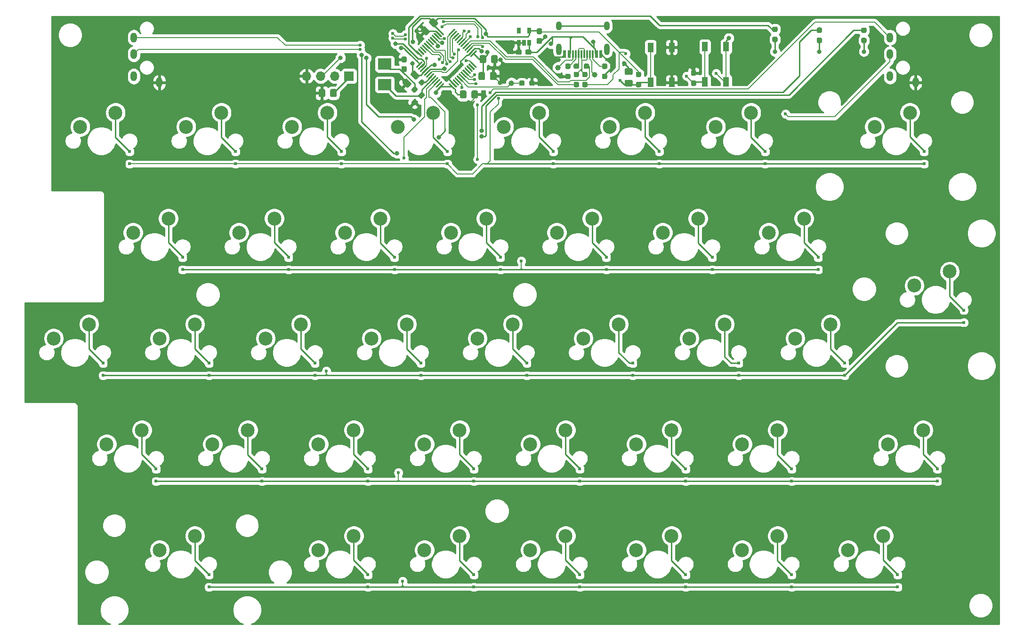
<source format=gbr>
%TF.GenerationSoftware,KiCad,Pcbnew,5.1.10*%
%TF.CreationDate,2021-08-04T22:26:14+02:00*%
%TF.ProjectId,keyboard,6b657962-6f61-4726-942e-6b696361645f,rev?*%
%TF.SameCoordinates,Original*%
%TF.FileFunction,Copper,L2,Bot*%
%TF.FilePolarity,Positive*%
%FSLAX46Y46*%
G04 Gerber Fmt 4.6, Leading zero omitted, Abs format (unit mm)*
G04 Created by KiCad (PCBNEW 5.1.10) date 2021-08-04 22:26:14*
%MOMM*%
%LPD*%
G01*
G04 APERTURE LIST*
%TA.AperFunction,SMDPad,CuDef*%
%ADD10R,2.400000X2.000000*%
%TD*%
%TA.AperFunction,ComponentPad*%
%ADD11C,2.500000*%
%TD*%
%TA.AperFunction,SMDPad,CuDef*%
%ADD12R,0.500000X0.500000*%
%TD*%
%TA.AperFunction,ComponentPad*%
%ADD13O,1.000000X1.600000*%
%TD*%
%TA.AperFunction,ComponentPad*%
%ADD14O,1.000000X2.100000*%
%TD*%
%TA.AperFunction,SMDPad,CuDef*%
%ADD15R,0.300000X1.450000*%
%TD*%
%TA.AperFunction,SMDPad,CuDef*%
%ADD16R,0.600000X1.450000*%
%TD*%
%TA.AperFunction,ComponentPad*%
%ADD17R,1.700000X1.700000*%
%TD*%
%TA.AperFunction,ComponentPad*%
%ADD18O,1.700000X1.700000*%
%TD*%
%TA.AperFunction,SMDPad,CuDef*%
%ADD19C,1.000000*%
%TD*%
%TA.AperFunction,SMDPad,CuDef*%
%ADD20R,0.650000X1.060000*%
%TD*%
%TA.AperFunction,ComponentPad*%
%ADD21O,1.200000X1.800000*%
%TD*%
%TA.AperFunction,SMDPad,CuDef*%
%ADD22R,1.000000X1.700000*%
%TD*%
%TA.AperFunction,ViaPad*%
%ADD23C,0.600000*%
%TD*%
%TA.AperFunction,ViaPad*%
%ADD24C,0.800000*%
%TD*%
%TA.AperFunction,Conductor*%
%ADD25C,0.200000*%
%TD*%
%TA.AperFunction,Conductor*%
%ADD26C,0.250000*%
%TD*%
%TA.AperFunction,Conductor*%
%ADD27C,0.254000*%
%TD*%
%TA.AperFunction,Conductor*%
%ADD28C,0.150000*%
%TD*%
G04 APERTURE END LIST*
D10*
%TO.P,Y1,2*%
%TO.N,Net-(C11-Pad2)*%
X94050800Y-61586000D03*
%TO.P,Y1,1*%
%TO.N,/OSCIN*%
X94050800Y-65286000D03*
%TD*%
D11*
%TO.P,SW9,2*%
%TO.N,N$9*%
X55162500Y-89389000D03*
%TO.P,SW9,1*%
%TO.N,COL1*%
X48812500Y-91929000D03*
%TD*%
%TO.P,SW8,2*%
%TO.N,N$8*%
X188512500Y-70339000D03*
%TO.P,SW8,1*%
%TO.N,COL8*%
X182162500Y-72879000D03*
%TD*%
%TO.P,SW7,2*%
%TO.N,N$7*%
X159937500Y-70339000D03*
%TO.P,SW7,1*%
%TO.N,COL6*%
X153587500Y-72879000D03*
%TD*%
%TO.P,SW6,2*%
%TO.N,N$6*%
X140887500Y-70339000D03*
%TO.P,SW6,1*%
%TO.N,COL5*%
X134537500Y-72879000D03*
%TD*%
%TO.P,SW5,2*%
%TO.N,N$5*%
X121837500Y-70339000D03*
%TO.P,SW5,1*%
%TO.N,COL4*%
X115487500Y-72879000D03*
%TD*%
%TO.P,SW4,2*%
%TO.N,N$4*%
X102787500Y-70339000D03*
%TO.P,SW4,1*%
%TO.N,COL3*%
X96437500Y-72879000D03*
%TD*%
%TO.P,SW39,2*%
%TO.N,N$39*%
X183750000Y-146539000D03*
%TO.P,SW39,1*%
%TO.N,COL8*%
X177400000Y-149079000D03*
%TD*%
%TO.P,SW38,2*%
%TO.N,N$38*%
X164700000Y-146539000D03*
%TO.P,SW38,1*%
%TO.N,COL7*%
X158350000Y-149079000D03*
%TD*%
%TO.P,SW37,2*%
%TO.N,N$37*%
X145650000Y-146539000D03*
%TO.P,SW37,1*%
%TO.N,COL6*%
X139300000Y-149079000D03*
%TD*%
%TO.P,SW36,2*%
%TO.N,N$36*%
X126600000Y-146539000D03*
%TO.P,SW36,1*%
%TO.N,COL5*%
X120250000Y-149079000D03*
%TD*%
%TO.P,SW35,2*%
%TO.N,N$35*%
X107550000Y-146539000D03*
%TO.P,SW35,1*%
%TO.N,COL4*%
X101200000Y-149079000D03*
%TD*%
%TO.P,SW34,2*%
%TO.N,N$34*%
X88500000Y-146539000D03*
%TO.P,SW34,1*%
%TO.N,COL3*%
X82150000Y-149079000D03*
%TD*%
%TO.P,SW33,2*%
%TO.N,N$33*%
X59925000Y-146539000D03*
%TO.P,SW33,1*%
%TO.N,COL1*%
X53575000Y-149079000D03*
%TD*%
%TO.P,SW32,2*%
%TO.N,N$32*%
X190893750Y-127489000D03*
%TO.P,SW32,1*%
%TO.N,COL8*%
X184543750Y-130029000D03*
%TD*%
%TO.P,SW31,2*%
%TO.N,N$31*%
X164700000Y-127489000D03*
%TO.P,SW31,1*%
%TO.N,COL7*%
X158350000Y-130029000D03*
%TD*%
%TO.P,SW30,2*%
%TO.N,N$30*%
X145650000Y-127489000D03*
%TO.P,SW30,1*%
%TO.N,COL6*%
X139300000Y-130029000D03*
%TD*%
%TO.P,SW3,2*%
%TO.N,N$3*%
X83737500Y-70339000D03*
%TO.P,SW3,1*%
%TO.N,COL2*%
X77387500Y-72879000D03*
%TD*%
%TO.P,SW29,2*%
%TO.N,N$29*%
X126600000Y-127489000D03*
%TO.P,SW29,1*%
%TO.N,COL5*%
X120250000Y-130029000D03*
%TD*%
%TO.P,SW28,2*%
%TO.N,N$28*%
X107550000Y-127489000D03*
%TO.P,SW28,1*%
%TO.N,COL4*%
X101200000Y-130029000D03*
%TD*%
%TO.P,SW27,2*%
%TO.N,N$27*%
X88500000Y-127489000D03*
%TO.P,SW27,1*%
%TO.N,COL3*%
X82150000Y-130029000D03*
%TD*%
%TO.P,SW26,2*%
%TO.N,N$26*%
X69450000Y-127489000D03*
%TO.P,SW26,1*%
%TO.N,COL2*%
X63100000Y-130029000D03*
%TD*%
%TO.P,SW25,2*%
%TO.N,N$25*%
X50400000Y-127489000D03*
%TO.P,SW25,1*%
%TO.N,COL1*%
X44050000Y-130029000D03*
%TD*%
%TO.P,SW24,2*%
%TO.N,N$24*%
X174225000Y-108439000D03*
%TO.P,SW24,1*%
%TO.N,COL7*%
X167875000Y-110979000D03*
%TD*%
%TO.P,SW23,2*%
%TO.N,N$23*%
X155175000Y-108439000D03*
%TO.P,SW23,1*%
%TO.N,COL6*%
X148825000Y-110979000D03*
%TD*%
%TO.P,SW22,2*%
%TO.N,N$22*%
X136125000Y-108439000D03*
%TO.P,SW22,1*%
%TO.N,COL5*%
X129775000Y-110979000D03*
%TD*%
%TO.P,SW21,2*%
%TO.N,N$21*%
X117075000Y-108439000D03*
%TO.P,SW21,1*%
%TO.N,COL4*%
X110725000Y-110979000D03*
%TD*%
%TO.P,SW20,2*%
%TO.N,N$20*%
X98025000Y-108439000D03*
%TO.P,SW20,1*%
%TO.N,COL3*%
X91675000Y-110979000D03*
%TD*%
%TO.P,SW2,2*%
%TO.N,N$2*%
X64687500Y-70339000D03*
%TO.P,SW2,1*%
%TO.N,COL1*%
X58337500Y-72879000D03*
%TD*%
%TO.P,SW19,2*%
%TO.N,N$19*%
X78975000Y-108439000D03*
%TO.P,SW19,1*%
%TO.N,COL2*%
X72625000Y-110979000D03*
%TD*%
%TO.P,SW18,2*%
%TO.N,N$18*%
X59925000Y-108439000D03*
%TO.P,SW18,1*%
%TO.N,COL1*%
X53575000Y-110979000D03*
%TD*%
%TO.P,SW17,2*%
%TO.N,N$17*%
X40875000Y-108439000D03*
%TO.P,SW17,1*%
%TO.N,COL0*%
X34525000Y-110979000D03*
%TD*%
%TO.P,SW16,2*%
%TO.N,N$16*%
X195656250Y-98914000D03*
%TO.P,SW16,1*%
%TO.N,COL8*%
X189306250Y-101454000D03*
%TD*%
%TO.P,SW15,2*%
%TO.N,N$15*%
X169462500Y-89389000D03*
%TO.P,SW15,1*%
%TO.N,COL7*%
X163112500Y-91929000D03*
%TD*%
%TO.P,SW14,2*%
%TO.N,N$14*%
X150412500Y-89389000D03*
%TO.P,SW14,1*%
%TO.N,COL6*%
X144062500Y-91929000D03*
%TD*%
%TO.P,SW13,2*%
%TO.N,N$13*%
X131362500Y-89389000D03*
%TO.P,SW13,1*%
%TO.N,COL5*%
X125012500Y-91929000D03*
%TD*%
%TO.P,SW12,2*%
%TO.N,N$12*%
X112312500Y-89389000D03*
%TO.P,SW12,1*%
%TO.N,COL4*%
X105962500Y-91929000D03*
%TD*%
%TO.P,SW11,2*%
%TO.N,N$11*%
X93262500Y-89389000D03*
%TO.P,SW11,1*%
%TO.N,COL3*%
X86912500Y-91929000D03*
%TD*%
%TO.P,SW10,2*%
%TO.N,N$10*%
X74212500Y-89389000D03*
%TO.P,SW10,1*%
%TO.N,COL2*%
X67862500Y-91929000D03*
%TD*%
%TO.P,SW1,2*%
%TO.N,N$1*%
X45637500Y-70339000D03*
%TO.P,SW1,1*%
%TO.N,COL0*%
X39287500Y-72879000D03*
%TD*%
D12*
%TO.P,D9,2*%
%TO.N,N$9*%
X57702500Y-96399000D03*
%TO.P,D9,1*%
%TO.N,ROW1*%
X57702500Y-98599000D03*
%TD*%
%TO.P,D8,2*%
%TO.N,N$8*%
X191052500Y-77349000D03*
%TO.P,D8,1*%
%TO.N,ROW0*%
X191052500Y-79549000D03*
%TD*%
%TO.P,D7,2*%
%TO.N,N$7*%
X162477500Y-77349000D03*
%TO.P,D7,1*%
%TO.N,ROW0*%
X162477500Y-79549000D03*
%TD*%
%TO.P,D6,2*%
%TO.N,N$6*%
X143427500Y-77349000D03*
%TO.P,D6,1*%
%TO.N,ROW0*%
X143427500Y-79549000D03*
%TD*%
%TO.P,D5,2*%
%TO.N,N$5*%
X124377500Y-77349000D03*
%TO.P,D5,1*%
%TO.N,ROW0*%
X124377500Y-79549000D03*
%TD*%
%TO.P,D4,2*%
%TO.N,N$4*%
X105327500Y-77349000D03*
%TO.P,D4,1*%
%TO.N,ROW0*%
X105327500Y-79549000D03*
%TD*%
%TO.P,D39,2*%
%TO.N,N$39*%
X186290000Y-153549000D03*
%TO.P,D39,1*%
%TO.N,ROW4*%
X186290000Y-155749000D03*
%TD*%
%TO.P,D38,2*%
%TO.N,N$38*%
X167240000Y-153549000D03*
%TO.P,D38,1*%
%TO.N,ROW4*%
X167240000Y-155749000D03*
%TD*%
%TO.P,D37,2*%
%TO.N,N$37*%
X148190000Y-153549000D03*
%TO.P,D37,1*%
%TO.N,ROW4*%
X148190000Y-155749000D03*
%TD*%
%TO.P,D36,2*%
%TO.N,N$36*%
X129140000Y-153549000D03*
%TO.P,D36,1*%
%TO.N,ROW4*%
X129140000Y-155749000D03*
%TD*%
%TO.P,D35,2*%
%TO.N,N$35*%
X110090000Y-153549000D03*
%TO.P,D35,1*%
%TO.N,ROW4*%
X110090000Y-155749000D03*
%TD*%
%TO.P,D34,2*%
%TO.N,N$34*%
X91040000Y-153549000D03*
%TO.P,D34,1*%
%TO.N,ROW4*%
X91040000Y-155749000D03*
%TD*%
%TO.P,D33,2*%
%TO.N,N$33*%
X62465000Y-153549000D03*
%TO.P,D33,1*%
%TO.N,ROW4*%
X62465000Y-155749000D03*
%TD*%
%TO.P,D32,2*%
%TO.N,N$32*%
X193433750Y-134499000D03*
%TO.P,D32,1*%
%TO.N,ROW3*%
X193433750Y-136699000D03*
%TD*%
%TO.P,D31,2*%
%TO.N,N$31*%
X167240000Y-134499000D03*
%TO.P,D31,1*%
%TO.N,ROW3*%
X167240000Y-136699000D03*
%TD*%
%TO.P,D30,2*%
%TO.N,N$30*%
X148190000Y-134499000D03*
%TO.P,D30,1*%
%TO.N,ROW3*%
X148190000Y-136699000D03*
%TD*%
%TO.P,D3,2*%
%TO.N,N$3*%
X86277500Y-77349000D03*
%TO.P,D3,1*%
%TO.N,ROW0*%
X86277500Y-79549000D03*
%TD*%
%TO.P,D29,2*%
%TO.N,N$29*%
X129140000Y-134499000D03*
%TO.P,D29,1*%
%TO.N,ROW3*%
X129140000Y-136699000D03*
%TD*%
%TO.P,D28,2*%
%TO.N,N$28*%
X110090000Y-134499000D03*
%TO.P,D28,1*%
%TO.N,ROW3*%
X110090000Y-136699000D03*
%TD*%
%TO.P,D27,2*%
%TO.N,N$27*%
X91040000Y-134499000D03*
%TO.P,D27,1*%
%TO.N,ROW3*%
X91040000Y-136699000D03*
%TD*%
%TO.P,D26,2*%
%TO.N,N$26*%
X71990000Y-134499000D03*
%TO.P,D26,1*%
%TO.N,ROW3*%
X71990000Y-136699000D03*
%TD*%
%TO.P,D25,2*%
%TO.N,N$25*%
X52940000Y-134499000D03*
%TO.P,D25,1*%
%TO.N,ROW3*%
X52940000Y-136699000D03*
%TD*%
%TO.P,D24,2*%
%TO.N,N$24*%
X176765000Y-115449000D03*
%TO.P,D24,1*%
%TO.N,ROW2*%
X176765000Y-117649000D03*
%TD*%
%TO.P,D23,2*%
%TO.N,N$23*%
X157715000Y-115449000D03*
%TO.P,D23,1*%
%TO.N,ROW2*%
X157715000Y-117649000D03*
%TD*%
%TO.P,D22,2*%
%TO.N,N$22*%
X138665000Y-115449000D03*
%TO.P,D22,1*%
%TO.N,ROW2*%
X138665000Y-117649000D03*
%TD*%
%TO.P,D21,2*%
%TO.N,N$21*%
X119615000Y-115449000D03*
%TO.P,D21,1*%
%TO.N,ROW2*%
X119615000Y-117649000D03*
%TD*%
%TO.P,D20,2*%
%TO.N,N$20*%
X100565000Y-115449000D03*
%TO.P,D20,1*%
%TO.N,ROW2*%
X100565000Y-117649000D03*
%TD*%
%TO.P,D2,2*%
%TO.N,N$2*%
X67227500Y-77349000D03*
%TO.P,D2,1*%
%TO.N,ROW0*%
X67227500Y-79549000D03*
%TD*%
%TO.P,D19,2*%
%TO.N,N$19*%
X81515000Y-115449000D03*
%TO.P,D19,1*%
%TO.N,ROW2*%
X81515000Y-117649000D03*
%TD*%
%TO.P,D18,2*%
%TO.N,N$18*%
X62465000Y-115449000D03*
%TO.P,D18,1*%
%TO.N,ROW2*%
X62465000Y-117649000D03*
%TD*%
%TO.P,D17,2*%
%TO.N,N$17*%
X43415000Y-115449000D03*
%TO.P,D17,1*%
%TO.N,ROW2*%
X43415000Y-117649000D03*
%TD*%
%TO.P,D16,2*%
%TO.N,N$16*%
X198196250Y-105924000D03*
%TO.P,D16,1*%
%TO.N,ROW2*%
X198196250Y-108124000D03*
%TD*%
%TO.P,D15,2*%
%TO.N,N$15*%
X172002500Y-96399000D03*
%TO.P,D15,1*%
%TO.N,ROW1*%
X172002500Y-98599000D03*
%TD*%
%TO.P,D14,2*%
%TO.N,N$14*%
X152952500Y-96399000D03*
%TO.P,D14,1*%
%TO.N,ROW1*%
X152952500Y-98599000D03*
%TD*%
%TO.P,D13,2*%
%TO.N,N$13*%
X133902500Y-96399000D03*
%TO.P,D13,1*%
%TO.N,ROW1*%
X133902500Y-98599000D03*
%TD*%
%TO.P,D12,2*%
%TO.N,N$12*%
X114852500Y-96399000D03*
%TO.P,D12,1*%
%TO.N,ROW1*%
X114852500Y-98599000D03*
%TD*%
%TO.P,D11,2*%
%TO.N,N$11*%
X95802500Y-96399000D03*
%TO.P,D11,1*%
%TO.N,ROW1*%
X95802500Y-98599000D03*
%TD*%
%TO.P,D10,2*%
%TO.N,N$10*%
X76752500Y-96399000D03*
%TO.P,D10,1*%
%TO.N,ROW1*%
X76752500Y-98599000D03*
%TD*%
%TO.P,D1,2*%
%TO.N,N$1*%
X48177500Y-77349000D03*
%TO.P,D1,1*%
%TO.N,ROW0*%
X48177500Y-79549000D03*
%TD*%
%TO.P,C1,1*%
%TO.N,+3V3*%
%TA.AperFunction,SMDPad,CuDef*%
G36*
G01*
X99590796Y-62805453D02*
X100262547Y-63477204D01*
G75*
G02*
X100262547Y-63830758I-176777J-176777D01*
G01*
X99785250Y-64308055D01*
G75*
G02*
X99431696Y-64308055I-176777J176777D01*
G01*
X98759945Y-63636304D01*
G75*
G02*
X98759945Y-63282750I176777J176777D01*
G01*
X99237242Y-62805453D01*
G75*
G02*
X99590796Y-62805453I176777J-176777D01*
G01*
G37*
%TD.AperFunction*%
%TO.P,C1,2*%
%TO.N,GND*%
%TA.AperFunction,SMDPad,CuDef*%
G36*
G01*
X98123550Y-64272699D02*
X98795301Y-64944450D01*
G75*
G02*
X98795301Y-65298004I-176777J-176777D01*
G01*
X98318004Y-65775301D01*
G75*
G02*
X97964450Y-65775301I-176777J176777D01*
G01*
X97292699Y-65103550D01*
G75*
G02*
X97292699Y-64749996I176777J176777D01*
G01*
X97769996Y-64272699D01*
G75*
G02*
X98123550Y-64272699I176777J-176777D01*
G01*
G37*
%TD.AperFunction*%
%TD*%
%TO.P,C2,1*%
%TO.N,+3V3*%
%TA.AperFunction,SMDPad,CuDef*%
G36*
G01*
X102921173Y-53379076D02*
X103592924Y-54050827D01*
G75*
G02*
X103592924Y-54404381I-176777J-176777D01*
G01*
X103115627Y-54881678D01*
G75*
G02*
X102762073Y-54881678I-176777J176777D01*
G01*
X102090322Y-54209927D01*
G75*
G02*
X102090322Y-53856373I176777J176777D01*
G01*
X102567619Y-53379076D01*
G75*
G02*
X102921173Y-53379076I176777J-176777D01*
G01*
G37*
%TD.AperFunction*%
%TO.P,C2,2*%
%TO.N,GND*%
%TA.AperFunction,SMDPad,CuDef*%
G36*
G01*
X101453927Y-54846322D02*
X102125678Y-55518073D01*
G75*
G02*
X102125678Y-55871627I-176777J-176777D01*
G01*
X101648381Y-56348924D01*
G75*
G02*
X101294827Y-56348924I-176777J176777D01*
G01*
X100623076Y-55677173D01*
G75*
G02*
X100623076Y-55323619I176777J176777D01*
G01*
X101100373Y-54846322D01*
G75*
G02*
X101453927Y-54846322I176777J-176777D01*
G01*
G37*
%TD.AperFunction*%
%TD*%
%TO.P,C3,2*%
%TO.N,+3V3*%
%TA.AperFunction,SMDPad,CuDef*%
G36*
G01*
X112304500Y-60231000D02*
X112304500Y-61181000D01*
G75*
G02*
X112054500Y-61431000I-250000J0D01*
G01*
X111379500Y-61431000D01*
G75*
G02*
X111129500Y-61181000I0J250000D01*
G01*
X111129500Y-60231000D01*
G75*
G02*
X111379500Y-59981000I250000J0D01*
G01*
X112054500Y-59981000D01*
G75*
G02*
X112304500Y-60231000I0J-250000D01*
G01*
G37*
%TD.AperFunction*%
%TO.P,C3,1*%
%TO.N,GND*%
%TA.AperFunction,SMDPad,CuDef*%
G36*
G01*
X114379500Y-60231000D02*
X114379500Y-61181000D01*
G75*
G02*
X114129500Y-61431000I-250000J0D01*
G01*
X113454500Y-61431000D01*
G75*
G02*
X113204500Y-61181000I0J250000D01*
G01*
X113204500Y-60231000D01*
G75*
G02*
X113454500Y-59981000I250000J0D01*
G01*
X114129500Y-59981000D01*
G75*
G02*
X114379500Y-60231000I0J-250000D01*
G01*
G37*
%TD.AperFunction*%
%TD*%
%TO.P,C4,1*%
%TO.N,+3V3*%
%TA.AperFunction,SMDPad,CuDef*%
G36*
G01*
X107573500Y-67531000D02*
X107573500Y-66581000D01*
G75*
G02*
X107823500Y-66331000I250000J0D01*
G01*
X108498500Y-66331000D01*
G75*
G02*
X108748500Y-66581000I0J-250000D01*
G01*
X108748500Y-67531000D01*
G75*
G02*
X108498500Y-67781000I-250000J0D01*
G01*
X107823500Y-67781000D01*
G75*
G02*
X107573500Y-67531000I0J250000D01*
G01*
G37*
%TD.AperFunction*%
%TO.P,C4,2*%
%TO.N,GND*%
%TA.AperFunction,SMDPad,CuDef*%
G36*
G01*
X109648500Y-67531000D02*
X109648500Y-66581000D01*
G75*
G02*
X109898500Y-66331000I250000J0D01*
G01*
X110573500Y-66331000D01*
G75*
G02*
X110823500Y-66581000I0J-250000D01*
G01*
X110823500Y-67531000D01*
G75*
G02*
X110573500Y-67781000I-250000J0D01*
G01*
X109898500Y-67781000D01*
G75*
G02*
X109648500Y-67531000I0J250000D01*
G01*
G37*
%TD.AperFunction*%
%TD*%
%TO.P,C5,2*%
%TO.N,GND*%
%TA.AperFunction,SMDPad,CuDef*%
G36*
G01*
X112993500Y-64229000D02*
X112993500Y-63279000D01*
G75*
G02*
X113243500Y-63029000I250000J0D01*
G01*
X113918500Y-63029000D01*
G75*
G02*
X114168500Y-63279000I0J-250000D01*
G01*
X114168500Y-64229000D01*
G75*
G02*
X113918500Y-64479000I-250000J0D01*
G01*
X113243500Y-64479000D01*
G75*
G02*
X112993500Y-64229000I0J250000D01*
G01*
G37*
%TD.AperFunction*%
%TO.P,C5,1*%
%TO.N,+3V3*%
%TA.AperFunction,SMDPad,CuDef*%
G36*
G01*
X110918500Y-64229000D02*
X110918500Y-63279000D01*
G75*
G02*
X111168500Y-63029000I250000J0D01*
G01*
X111843500Y-63029000D01*
G75*
G02*
X112093500Y-63279000I0J-250000D01*
G01*
X112093500Y-64229000D01*
G75*
G02*
X111843500Y-64479000I-250000J0D01*
G01*
X111168500Y-64479000D01*
G75*
G02*
X110918500Y-64229000I0J250000D01*
G01*
G37*
%TD.AperFunction*%
%TD*%
%TO.P,C6,2*%
%TO.N,GND*%
%TA.AperFunction,SMDPad,CuDef*%
G36*
G01*
X121629500Y-56866500D02*
X122104500Y-56866500D01*
G75*
G02*
X122342000Y-57104000I0J-237500D01*
G01*
X122342000Y-57704000D01*
G75*
G02*
X122104500Y-57941500I-237500J0D01*
G01*
X121629500Y-57941500D01*
G75*
G02*
X121392000Y-57704000I0J237500D01*
G01*
X121392000Y-57104000D01*
G75*
G02*
X121629500Y-56866500I237500J0D01*
G01*
G37*
%TD.AperFunction*%
%TO.P,C6,1*%
%TO.N,+3V3*%
%TA.AperFunction,SMDPad,CuDef*%
G36*
G01*
X121629500Y-55141500D02*
X122104500Y-55141500D01*
G75*
G02*
X122342000Y-55379000I0J-237500D01*
G01*
X122342000Y-55979000D01*
G75*
G02*
X122104500Y-56216500I-237500J0D01*
G01*
X121629500Y-56216500D01*
G75*
G02*
X121392000Y-55979000I0J237500D01*
G01*
X121392000Y-55379000D01*
G75*
G02*
X121629500Y-55141500I237500J0D01*
G01*
G37*
%TD.AperFunction*%
%TD*%
%TO.P,C7,1*%
%TO.N,/NRST*%
%TA.AperFunction,SMDPad,CuDef*%
G36*
G01*
X138397000Y-65611500D02*
X137447000Y-65611500D01*
G75*
G02*
X137197000Y-65361500I0J250000D01*
G01*
X137197000Y-64686500D01*
G75*
G02*
X137447000Y-64436500I250000J0D01*
G01*
X138397000Y-64436500D01*
G75*
G02*
X138647000Y-64686500I0J-250000D01*
G01*
X138647000Y-65361500D01*
G75*
G02*
X138397000Y-65611500I-250000J0D01*
G01*
G37*
%TD.AperFunction*%
%TO.P,C7,2*%
%TO.N,GND*%
%TA.AperFunction,SMDPad,CuDef*%
G36*
G01*
X138397000Y-63536500D02*
X137447000Y-63536500D01*
G75*
G02*
X137197000Y-63286500I0J250000D01*
G01*
X137197000Y-62611500D01*
G75*
G02*
X137447000Y-62361500I250000J0D01*
G01*
X138397000Y-62361500D01*
G75*
G02*
X138647000Y-62611500I0J-250000D01*
G01*
X138647000Y-63286500D01*
G75*
G02*
X138397000Y-63536500I-250000J0D01*
G01*
G37*
%TD.AperFunction*%
%TD*%
%TO.P,C8,1*%
%TO.N,+5V*%
%TA.AperFunction,SMDPad,CuDef*%
G36*
G01*
X120425500Y-59198500D02*
X120425500Y-59673500D01*
G75*
G02*
X120188000Y-59911000I-237500J0D01*
G01*
X119588000Y-59911000D01*
G75*
G02*
X119350500Y-59673500I0J237500D01*
G01*
X119350500Y-59198500D01*
G75*
G02*
X119588000Y-58961000I237500J0D01*
G01*
X120188000Y-58961000D01*
G75*
G02*
X120425500Y-59198500I0J-237500D01*
G01*
G37*
%TD.AperFunction*%
%TO.P,C8,2*%
%TO.N,GND*%
%TA.AperFunction,SMDPad,CuDef*%
G36*
G01*
X118700500Y-59198500D02*
X118700500Y-59673500D01*
G75*
G02*
X118463000Y-59911000I-237500J0D01*
G01*
X117863000Y-59911000D01*
G75*
G02*
X117625500Y-59673500I0J237500D01*
G01*
X117625500Y-59198500D01*
G75*
G02*
X117863000Y-58961000I237500J0D01*
G01*
X118463000Y-58961000D01*
G75*
G02*
X118700500Y-59198500I0J-237500D01*
G01*
G37*
%TD.AperFunction*%
%TD*%
%TO.P,C9,2*%
%TO.N,GND*%
%TA.AperFunction,SMDPad,CuDef*%
G36*
G01*
X83348500Y-66327000D02*
X83348500Y-67277000D01*
G75*
G02*
X83098500Y-67527000I-250000J0D01*
G01*
X82423500Y-67527000D01*
G75*
G02*
X82173500Y-67277000I0J250000D01*
G01*
X82173500Y-66327000D01*
G75*
G02*
X82423500Y-66077000I250000J0D01*
G01*
X83098500Y-66077000D01*
G75*
G02*
X83348500Y-66327000I0J-250000D01*
G01*
G37*
%TD.AperFunction*%
%TO.P,C9,1*%
%TO.N,+3V3*%
%TA.AperFunction,SMDPad,CuDef*%
G36*
G01*
X85423500Y-66327000D02*
X85423500Y-67277000D01*
G75*
G02*
X85173500Y-67527000I-250000J0D01*
G01*
X84498500Y-67527000D01*
G75*
G02*
X84248500Y-67277000I0J250000D01*
G01*
X84248500Y-66327000D01*
G75*
G02*
X84498500Y-66077000I250000J0D01*
G01*
X85173500Y-66077000D01*
G75*
G02*
X85423500Y-66327000I0J-250000D01*
G01*
G37*
%TD.AperFunction*%
%TD*%
%TO.P,C10,1*%
%TO.N,/OSCIN*%
%TA.AperFunction,SMDPad,CuDef*%
G36*
G01*
X100898012Y-66660112D02*
X101233888Y-66995988D01*
G75*
G02*
X101233888Y-67331864I-167938J-167938D01*
G01*
X100809624Y-67756128D01*
G75*
G02*
X100473748Y-67756128I-167938J167938D01*
G01*
X100137872Y-67420252D01*
G75*
G02*
X100137872Y-67084376I167938J167938D01*
G01*
X100562136Y-66660112D01*
G75*
G02*
X100898012Y-66660112I167938J-167938D01*
G01*
G37*
%TD.AperFunction*%
%TO.P,C10,2*%
%TO.N,GND*%
%TA.AperFunction,SMDPad,CuDef*%
G36*
G01*
X99678252Y-67879872D02*
X100014128Y-68215748D01*
G75*
G02*
X100014128Y-68551624I-167938J-167938D01*
G01*
X99589864Y-68975888D01*
G75*
G02*
X99253988Y-68975888I-167938J167938D01*
G01*
X98918112Y-68640012D01*
G75*
G02*
X98918112Y-68304136I167938J167938D01*
G01*
X99342376Y-67879872D01*
G75*
G02*
X99678252Y-67879872I167938J-167938D01*
G01*
G37*
%TD.AperFunction*%
%TD*%
%TO.P,C11,2*%
%TO.N,Net-(C11-Pad2)*%
%TA.AperFunction,SMDPad,CuDef*%
G36*
G01*
X97298500Y-61946500D02*
X97773500Y-61946500D01*
G75*
G02*
X98011000Y-62184000I0J-237500D01*
G01*
X98011000Y-62784000D01*
G75*
G02*
X97773500Y-63021500I-237500J0D01*
G01*
X97298500Y-63021500D01*
G75*
G02*
X97061000Y-62784000I0J237500D01*
G01*
X97061000Y-62184000D01*
G75*
G02*
X97298500Y-61946500I237500J0D01*
G01*
G37*
%TD.AperFunction*%
%TO.P,C11,1*%
%TO.N,GND*%
%TA.AperFunction,SMDPad,CuDef*%
G36*
G01*
X97298500Y-60221500D02*
X97773500Y-60221500D01*
G75*
G02*
X98011000Y-60459000I0J-237500D01*
G01*
X98011000Y-61059000D01*
G75*
G02*
X97773500Y-61296500I-237500J0D01*
G01*
X97298500Y-61296500D01*
G75*
G02*
X97061000Y-61059000I0J237500D01*
G01*
X97061000Y-60459000D01*
G75*
G02*
X97298500Y-60221500I237500J0D01*
G01*
G37*
%TD.AperFunction*%
%TD*%
D13*
%TO.P,J1,S1*%
%TO.N,Net-(J1-PadS1)*%
X134001001Y-54730999D03*
X125361001Y-54730999D03*
D14*
X125361001Y-58910999D03*
X134001001Y-58910999D03*
D15*
%TO.P,J1,A6*%
%TO.N,/USBDP*%
X129431001Y-59825999D03*
%TO.P,J1,B5*%
%TO.N,Net-(J1-PadB5)*%
X131431001Y-59825999D03*
%TO.P,J1,A8*%
%TO.N,Net-(J1-PadA8)*%
X130931001Y-59825999D03*
%TO.P,J1,B6*%
%TO.N,/USBDP*%
X130431001Y-59825999D03*
%TO.P,J1,A7*%
%TO.N,/USBDM*%
X129931001Y-59825999D03*
%TO.P,J1,B7*%
X128931001Y-59825999D03*
%TO.P,J1,A5*%
%TO.N,Net-(J1-PadA5)*%
X128431001Y-59825999D03*
%TO.P,J1,B8*%
%TO.N,Net-(J1-PadB8)*%
X127931001Y-59825999D03*
D16*
%TO.P,J1,A12*%
%TO.N,GND*%
X132931001Y-59825999D03*
%TO.P,J1,B4*%
%TO.N,+5V*%
X132131001Y-59825999D03*
%TO.P,J1,A4*%
X127231001Y-59825999D03*
%TO.P,J1,A1*%
%TO.N,GND*%
X126431001Y-59825999D03*
%TO.P,J1,B12*%
X126431001Y-59825999D03*
%TO.P,J1,B9*%
%TO.N,+5V*%
X127231001Y-59825999D03*
%TO.P,J1,A9*%
X132131001Y-59825999D03*
%TO.P,J1,B1*%
%TO.N,GND*%
X132931001Y-59825999D03*
%TD*%
D17*
%TO.P,J2,1*%
%TO.N,+3V3*%
X87630000Y-63754000D03*
D18*
%TO.P,J2,2*%
%TO.N,/SWDIO*%
X85090000Y-63754000D03*
%TO.P,J2,3*%
%TO.N,/SWDCLK*%
X82550000Y-63754000D03*
%TO.P,J2,4*%
%TO.N,GND*%
X80010000Y-63754000D03*
%TD*%
%TO.P,R1,2*%
%TO.N,GND*%
%TA.AperFunction,SMDPad,CuDef*%
G36*
G01*
X120059000Y-65261500D02*
X120059000Y-64786500D01*
G75*
G02*
X120296500Y-64549000I237500J0D01*
G01*
X120796500Y-64549000D01*
G75*
G02*
X121034000Y-64786500I0J-237500D01*
G01*
X121034000Y-65261500D01*
G75*
G02*
X120796500Y-65499000I-237500J0D01*
G01*
X120296500Y-65499000D01*
G75*
G02*
X120059000Y-65261500I0J237500D01*
G01*
G37*
%TD.AperFunction*%
%TO.P,R1,1*%
%TO.N,/BOOT0*%
%TA.AperFunction,SMDPad,CuDef*%
G36*
G01*
X118234000Y-65261500D02*
X118234000Y-64786500D01*
G75*
G02*
X118471500Y-64549000I237500J0D01*
G01*
X118971500Y-64549000D01*
G75*
G02*
X119209000Y-64786500I0J-237500D01*
G01*
X119209000Y-65261500D01*
G75*
G02*
X118971500Y-65499000I-237500J0D01*
G01*
X118471500Y-65499000D01*
G75*
G02*
X118234000Y-65261500I0J237500D01*
G01*
G37*
%TD.AperFunction*%
%TD*%
%TO.P,R2,1*%
%TO.N,/BOOT1*%
%TA.AperFunction,SMDPad,CuDef*%
G36*
G01*
X149843500Y-65511500D02*
X149368500Y-65511500D01*
G75*
G02*
X149131000Y-65274000I0J237500D01*
G01*
X149131000Y-64774000D01*
G75*
G02*
X149368500Y-64536500I237500J0D01*
G01*
X149843500Y-64536500D01*
G75*
G02*
X150081000Y-64774000I0J-237500D01*
G01*
X150081000Y-65274000D01*
G75*
G02*
X149843500Y-65511500I-237500J0D01*
G01*
G37*
%TD.AperFunction*%
%TO.P,R2,2*%
%TO.N,GND*%
%TA.AperFunction,SMDPad,CuDef*%
G36*
G01*
X149843500Y-63686500D02*
X149368500Y-63686500D01*
G75*
G02*
X149131000Y-63449000I0J237500D01*
G01*
X149131000Y-62949000D01*
G75*
G02*
X149368500Y-62711500I237500J0D01*
G01*
X149843500Y-62711500D01*
G75*
G02*
X150081000Y-62949000I0J-237500D01*
G01*
X150081000Y-63449000D01*
G75*
G02*
X149843500Y-63686500I-237500J0D01*
G01*
G37*
%TD.AperFunction*%
%TD*%
%TO.P,R3,2*%
%TO.N,/NRST*%
%TA.AperFunction,SMDPad,CuDef*%
G36*
G01*
X139462500Y-64790500D02*
X139937500Y-64790500D01*
G75*
G02*
X140175000Y-65028000I0J-237500D01*
G01*
X140175000Y-65528000D01*
G75*
G02*
X139937500Y-65765500I-237500J0D01*
G01*
X139462500Y-65765500D01*
G75*
G02*
X139225000Y-65528000I0J237500D01*
G01*
X139225000Y-65028000D01*
G75*
G02*
X139462500Y-64790500I237500J0D01*
G01*
G37*
%TD.AperFunction*%
%TO.P,R3,1*%
%TO.N,+3V3*%
%TA.AperFunction,SMDPad,CuDef*%
G36*
G01*
X139462500Y-62965500D02*
X139937500Y-62965500D01*
G75*
G02*
X140175000Y-63203000I0J-237500D01*
G01*
X140175000Y-63703000D01*
G75*
G02*
X139937500Y-63940500I-237500J0D01*
G01*
X139462500Y-63940500D01*
G75*
G02*
X139225000Y-63703000I0J237500D01*
G01*
X139225000Y-63203000D01*
G75*
G02*
X139462500Y-62965500I237500J0D01*
G01*
G37*
%TD.AperFunction*%
%TD*%
%TO.P,R4,2*%
%TO.N,Net-(J1-PadA5)*%
%TA.AperFunction,SMDPad,CuDef*%
G36*
G01*
X127237500Y-62463500D02*
X126762500Y-62463500D01*
G75*
G02*
X126525000Y-62226000I0J237500D01*
G01*
X126525000Y-61726000D01*
G75*
G02*
X126762500Y-61488500I237500J0D01*
G01*
X127237500Y-61488500D01*
G75*
G02*
X127475000Y-61726000I0J-237500D01*
G01*
X127475000Y-62226000D01*
G75*
G02*
X127237500Y-62463500I-237500J0D01*
G01*
G37*
%TD.AperFunction*%
%TO.P,R4,1*%
%TO.N,GND*%
%TA.AperFunction,SMDPad,CuDef*%
G36*
G01*
X127237500Y-64288500D02*
X126762500Y-64288500D01*
G75*
G02*
X126525000Y-64051000I0J237500D01*
G01*
X126525000Y-63551000D01*
G75*
G02*
X126762500Y-63313500I237500J0D01*
G01*
X127237500Y-63313500D01*
G75*
G02*
X127475000Y-63551000I0J-237500D01*
G01*
X127475000Y-64051000D01*
G75*
G02*
X127237500Y-64288500I-237500J0D01*
G01*
G37*
%TD.AperFunction*%
%TD*%
%TO.P,R5,1*%
%TO.N,GND*%
%TA.AperFunction,SMDPad,CuDef*%
G36*
G01*
X133841500Y-64288500D02*
X133366500Y-64288500D01*
G75*
G02*
X133129000Y-64051000I0J237500D01*
G01*
X133129000Y-63551000D01*
G75*
G02*
X133366500Y-63313500I237500J0D01*
G01*
X133841500Y-63313500D01*
G75*
G02*
X134079000Y-63551000I0J-237500D01*
G01*
X134079000Y-64051000D01*
G75*
G02*
X133841500Y-64288500I-237500J0D01*
G01*
G37*
%TD.AperFunction*%
%TO.P,R5,2*%
%TO.N,Net-(J1-PadB5)*%
%TA.AperFunction,SMDPad,CuDef*%
G36*
G01*
X133841500Y-62463500D02*
X133366500Y-62463500D01*
G75*
G02*
X133129000Y-62226000I0J237500D01*
G01*
X133129000Y-61726000D01*
G75*
G02*
X133366500Y-61488500I237500J0D01*
G01*
X133841500Y-61488500D01*
G75*
G02*
X134079000Y-61726000I0J-237500D01*
G01*
X134079000Y-62226000D01*
G75*
G02*
X133841500Y-62463500I-237500J0D01*
G01*
G37*
%TD.AperFunction*%
%TD*%
%TO.P,R6,2*%
%TO.N,/USBDP*%
%TA.AperFunction,SMDPad,CuDef*%
G36*
G01*
X130285500Y-63940500D02*
X129810500Y-63940500D01*
G75*
G02*
X129573000Y-63703000I0J237500D01*
G01*
X129573000Y-63203000D01*
G75*
G02*
X129810500Y-62965500I237500J0D01*
G01*
X130285500Y-62965500D01*
G75*
G02*
X130523000Y-63203000I0J-237500D01*
G01*
X130523000Y-63703000D01*
G75*
G02*
X130285500Y-63940500I-237500J0D01*
G01*
G37*
%TD.AperFunction*%
%TO.P,R6,1*%
%TO.N,+3V3*%
%TA.AperFunction,SMDPad,CuDef*%
G36*
G01*
X130285500Y-65765500D02*
X129810500Y-65765500D01*
G75*
G02*
X129573000Y-65528000I0J237500D01*
G01*
X129573000Y-65028000D01*
G75*
G02*
X129810500Y-64790500I237500J0D01*
G01*
X130285500Y-64790500D01*
G75*
G02*
X130523000Y-65028000I0J-237500D01*
G01*
X130523000Y-65528000D01*
G75*
G02*
X130285500Y-65765500I-237500J0D01*
G01*
G37*
%TD.AperFunction*%
%TD*%
%TO.P,R7,1*%
%TO.N,/UDP*%
%TA.AperFunction,SMDPad,CuDef*%
G36*
G01*
X128761500Y-65765500D02*
X128286500Y-65765500D01*
G75*
G02*
X128049000Y-65528000I0J237500D01*
G01*
X128049000Y-65028000D01*
G75*
G02*
X128286500Y-64790500I237500J0D01*
G01*
X128761500Y-64790500D01*
G75*
G02*
X128999000Y-65028000I0J-237500D01*
G01*
X128999000Y-65528000D01*
G75*
G02*
X128761500Y-65765500I-237500J0D01*
G01*
G37*
%TD.AperFunction*%
%TO.P,R7,2*%
%TO.N,/USBDP*%
%TA.AperFunction,SMDPad,CuDef*%
G36*
G01*
X128761500Y-63940500D02*
X128286500Y-63940500D01*
G75*
G02*
X128049000Y-63703000I0J237500D01*
G01*
X128049000Y-63203000D01*
G75*
G02*
X128286500Y-62965500I237500J0D01*
G01*
X128761500Y-62965500D01*
G75*
G02*
X128999000Y-63203000I0J-237500D01*
G01*
X128999000Y-63703000D01*
G75*
G02*
X128761500Y-63940500I-237500J0D01*
G01*
G37*
%TD.AperFunction*%
%TD*%
%TO.P,R8,1*%
%TO.N,/UDM*%
%TA.AperFunction,SMDPad,CuDef*%
G36*
G01*
X130836500Y-61738500D02*
X130836500Y-62213500D01*
G75*
G02*
X130599000Y-62451000I-237500J0D01*
G01*
X130099000Y-62451000D01*
G75*
G02*
X129861500Y-62213500I0J237500D01*
G01*
X129861500Y-61738500D01*
G75*
G02*
X130099000Y-61501000I237500J0D01*
G01*
X130599000Y-61501000D01*
G75*
G02*
X130836500Y-61738500I0J-237500D01*
G01*
G37*
%TD.AperFunction*%
%TO.P,R8,2*%
%TO.N,/USBDM*%
%TA.AperFunction,SMDPad,CuDef*%
G36*
G01*
X129011500Y-61738500D02*
X129011500Y-62213500D01*
G75*
G02*
X128774000Y-62451000I-237500J0D01*
G01*
X128274000Y-62451000D01*
G75*
G02*
X128036500Y-62213500I0J237500D01*
G01*
X128036500Y-61738500D01*
G75*
G02*
X128274000Y-61501000I237500J0D01*
G01*
X128774000Y-61501000D01*
G75*
G02*
X129011500Y-61738500I0J-237500D01*
G01*
G37*
%TD.AperFunction*%
%TD*%
%TO.P,R9,2*%
%TO.N,/LED_STATUS*%
%TA.AperFunction,SMDPad,CuDef*%
G36*
G01*
X180469500Y-55986500D02*
X179994500Y-55986500D01*
G75*
G02*
X179757000Y-55749000I0J237500D01*
G01*
X179757000Y-55249000D01*
G75*
G02*
X179994500Y-55011500I237500J0D01*
G01*
X180469500Y-55011500D01*
G75*
G02*
X180707000Y-55249000I0J-237500D01*
G01*
X180707000Y-55749000D01*
G75*
G02*
X180469500Y-55986500I-237500J0D01*
G01*
G37*
%TD.AperFunction*%
%TO.P,R9,1*%
%TO.N,Net-(LD1-Pad1)*%
%TA.AperFunction,SMDPad,CuDef*%
G36*
G01*
X180469500Y-57811500D02*
X179994500Y-57811500D01*
G75*
G02*
X179757000Y-57574000I0J237500D01*
G01*
X179757000Y-57074000D01*
G75*
G02*
X179994500Y-56836500I237500J0D01*
G01*
X180469500Y-56836500D01*
G75*
G02*
X180707000Y-57074000I0J-237500D01*
G01*
X180707000Y-57574000D01*
G75*
G02*
X180469500Y-57811500I-237500J0D01*
G01*
G37*
%TD.AperFunction*%
%TD*%
%TO.P,R10,1*%
%TO.N,Net-(LD2-Pad1)*%
%TA.AperFunction,SMDPad,CuDef*%
G36*
G01*
X172469500Y-57800000D02*
X171994500Y-57800000D01*
G75*
G02*
X171757000Y-57562500I0J237500D01*
G01*
X171757000Y-57062500D01*
G75*
G02*
X171994500Y-56825000I237500J0D01*
G01*
X172469500Y-56825000D01*
G75*
G02*
X172707000Y-57062500I0J-237500D01*
G01*
X172707000Y-57562500D01*
G75*
G02*
X172469500Y-57800000I-237500J0D01*
G01*
G37*
%TD.AperFunction*%
%TO.P,R10,2*%
%TO.N,/LED1*%
%TA.AperFunction,SMDPad,CuDef*%
G36*
G01*
X172469500Y-55975000D02*
X171994500Y-55975000D01*
G75*
G02*
X171757000Y-55737500I0J237500D01*
G01*
X171757000Y-55237500D01*
G75*
G02*
X171994500Y-55000000I237500J0D01*
G01*
X172469500Y-55000000D01*
G75*
G02*
X172707000Y-55237500I0J-237500D01*
G01*
X172707000Y-55737500D01*
G75*
G02*
X172469500Y-55975000I-237500J0D01*
G01*
G37*
%TD.AperFunction*%
%TD*%
%TO.P,R11,2*%
%TO.N,/LED2*%
%TA.AperFunction,SMDPad,CuDef*%
G36*
G01*
X164469500Y-55811500D02*
X163994500Y-55811500D01*
G75*
G02*
X163757000Y-55574000I0J237500D01*
G01*
X163757000Y-55074000D01*
G75*
G02*
X163994500Y-54836500I237500J0D01*
G01*
X164469500Y-54836500D01*
G75*
G02*
X164707000Y-55074000I0J-237500D01*
G01*
X164707000Y-55574000D01*
G75*
G02*
X164469500Y-55811500I-237500J0D01*
G01*
G37*
%TD.AperFunction*%
%TO.P,R11,1*%
%TO.N,Net-(LD3-Pad1)*%
%TA.AperFunction,SMDPad,CuDef*%
G36*
G01*
X164469500Y-57636500D02*
X163994500Y-57636500D01*
G75*
G02*
X163757000Y-57399000I0J237500D01*
G01*
X163757000Y-56899000D01*
G75*
G02*
X163994500Y-56661500I237500J0D01*
G01*
X164469500Y-56661500D01*
G75*
G02*
X164707000Y-56899000I0J-237500D01*
G01*
X164707000Y-57399000D01*
G75*
G02*
X164469500Y-57636500I-237500J0D01*
G01*
G37*
%TD.AperFunction*%
%TD*%
%TO.P,R12,1*%
%TO.N,/OSCOUT*%
%TA.AperFunction,SMDPad,CuDef*%
G36*
G01*
X100898012Y-64374112D02*
X101233888Y-64709988D01*
G75*
G02*
X101233888Y-65045864I-167938J-167938D01*
G01*
X100880334Y-65399418D01*
G75*
G02*
X100544458Y-65399418I-167938J167938D01*
G01*
X100208582Y-65063542D01*
G75*
G02*
X100208582Y-64727666I167938J167938D01*
G01*
X100562136Y-64374112D01*
G75*
G02*
X100898012Y-64374112I167938J-167938D01*
G01*
G37*
%TD.AperFunction*%
%TO.P,R12,2*%
%TO.N,Net-(C11-Pad2)*%
%TA.AperFunction,SMDPad,CuDef*%
G36*
G01*
X99607542Y-65664582D02*
X99943418Y-66000458D01*
G75*
G02*
X99943418Y-66336334I-167938J-167938D01*
G01*
X99589864Y-66689888D01*
G75*
G02*
X99253988Y-66689888I-167938J167938D01*
G01*
X98918112Y-66354012D01*
G75*
G02*
X98918112Y-66018136I167938J167938D01*
G01*
X99271666Y-65664582D01*
G75*
G02*
X99607542Y-65664582I167938J-167938D01*
G01*
G37*
%TD.AperFunction*%
%TD*%
D19*
%TO.P,TP1,1*%
%TO.N,/BOOT0*%
X116840000Y-65024000D03*
%TD*%
%TO.P,TP2,1*%
%TO.N,Net-(J1-PadA8)*%
X131826000Y-63500000D03*
%TD*%
%TO.P,TP3,1*%
%TO.N,Net-(J1-PadB8)*%
X125222000Y-62230000D03*
%TD*%
D20*
%TO.P,U1,1*%
%TO.N,+5V*%
X120076000Y-57742000D03*
%TO.P,U1,2*%
%TO.N,GND*%
X119126000Y-57742000D03*
%TO.P,U1,3*%
X118176000Y-57742000D03*
%TO.P,U1,4*%
%TO.N,Net-(U1-Pad4)*%
X118176000Y-55542000D03*
%TO.P,U1,5*%
%TO.N,+3V3*%
X120076000Y-55542000D03*
%TD*%
%TO.P,U2,1*%
%TO.N,+3V3*%
%TA.AperFunction,SMDPad,CuDef*%
G36*
G01*
X103688754Y-66168400D02*
X103582688Y-66062334D01*
G75*
G02*
X103582688Y-65956268I53033J53033D01*
G01*
X104519604Y-65019352D01*
G75*
G02*
X104625670Y-65019352I53033J-53033D01*
G01*
X104731736Y-65125418D01*
G75*
G02*
X104731736Y-65231484I-53033J-53033D01*
G01*
X103794820Y-66168400D01*
G75*
G02*
X103688754Y-66168400I-53033J53033D01*
G01*
G37*
%TD.AperFunction*%
%TO.P,U2,2*%
%TO.N,Net-(U2-Pad2)*%
%TA.AperFunction,SMDPad,CuDef*%
G36*
G01*
X103335200Y-65814846D02*
X103229134Y-65708780D01*
G75*
G02*
X103229134Y-65602714I53033J53033D01*
G01*
X104166050Y-64665798D01*
G75*
G02*
X104272116Y-64665798I53033J-53033D01*
G01*
X104378182Y-64771864D01*
G75*
G02*
X104378182Y-64877930I-53033J-53033D01*
G01*
X103441266Y-65814846D01*
G75*
G02*
X103335200Y-65814846I-53033J53033D01*
G01*
G37*
%TD.AperFunction*%
%TO.P,U2,3*%
%TO.N,ROW4*%
%TA.AperFunction,SMDPad,CuDef*%
G36*
G01*
X102981647Y-65461293D02*
X102875581Y-65355227D01*
G75*
G02*
X102875581Y-65249161I53033J53033D01*
G01*
X103812497Y-64312245D01*
G75*
G02*
X103918563Y-64312245I53033J-53033D01*
G01*
X104024629Y-64418311D01*
G75*
G02*
X104024629Y-64524377I-53033J-53033D01*
G01*
X103087713Y-65461293D01*
G75*
G02*
X102981647Y-65461293I-53033J53033D01*
G01*
G37*
%TD.AperFunction*%
%TO.P,U2,4*%
%TO.N,ROW3*%
%TA.AperFunction,SMDPad,CuDef*%
G36*
G01*
X102628093Y-65107739D02*
X102522027Y-65001673D01*
G75*
G02*
X102522027Y-64895607I53033J53033D01*
G01*
X103458943Y-63958691D01*
G75*
G02*
X103565009Y-63958691I53033J-53033D01*
G01*
X103671075Y-64064757D01*
G75*
G02*
X103671075Y-64170823I-53033J-53033D01*
G01*
X102734159Y-65107739D01*
G75*
G02*
X102628093Y-65107739I-53033J53033D01*
G01*
G37*
%TD.AperFunction*%
%TO.P,U2,5*%
%TO.N,/OSCIN*%
%TA.AperFunction,SMDPad,CuDef*%
G36*
G01*
X102274540Y-64754186D02*
X102168474Y-64648120D01*
G75*
G02*
X102168474Y-64542054I53033J53033D01*
G01*
X103105390Y-63605138D01*
G75*
G02*
X103211456Y-63605138I53033J-53033D01*
G01*
X103317522Y-63711204D01*
G75*
G02*
X103317522Y-63817270I-53033J-53033D01*
G01*
X102380606Y-64754186D01*
G75*
G02*
X102274540Y-64754186I-53033J53033D01*
G01*
G37*
%TD.AperFunction*%
%TO.P,U2,6*%
%TO.N,/OSCOUT*%
%TA.AperFunction,SMDPad,CuDef*%
G36*
G01*
X101920987Y-64400633D02*
X101814921Y-64294567D01*
G75*
G02*
X101814921Y-64188501I53033J53033D01*
G01*
X102751837Y-63251585D01*
G75*
G02*
X102857903Y-63251585I53033J-53033D01*
G01*
X102963969Y-63357651D01*
G75*
G02*
X102963969Y-63463717I-53033J-53033D01*
G01*
X102027053Y-64400633D01*
G75*
G02*
X101920987Y-64400633I-53033J53033D01*
G01*
G37*
%TD.AperFunction*%
%TO.P,U2,7*%
%TO.N,/NRST*%
%TA.AperFunction,SMDPad,CuDef*%
G36*
G01*
X101567433Y-64047079D02*
X101461367Y-63941013D01*
G75*
G02*
X101461367Y-63834947I53033J53033D01*
G01*
X102398283Y-62898031D01*
G75*
G02*
X102504349Y-62898031I53033J-53033D01*
G01*
X102610415Y-63004097D01*
G75*
G02*
X102610415Y-63110163I-53033J-53033D01*
G01*
X101673499Y-64047079D01*
G75*
G02*
X101567433Y-64047079I-53033J53033D01*
G01*
G37*
%TD.AperFunction*%
%TO.P,U2,8*%
%TO.N,GND*%
%TA.AperFunction,SMDPad,CuDef*%
G36*
G01*
X101213880Y-63693526D02*
X101107814Y-63587460D01*
G75*
G02*
X101107814Y-63481394I53033J53033D01*
G01*
X102044730Y-62544478D01*
G75*
G02*
X102150796Y-62544478I53033J-53033D01*
G01*
X102256862Y-62650544D01*
G75*
G02*
X102256862Y-62756610I-53033J-53033D01*
G01*
X101319946Y-63693526D01*
G75*
G02*
X101213880Y-63693526I-53033J53033D01*
G01*
G37*
%TD.AperFunction*%
%TO.P,U2,9*%
%TO.N,+3V3*%
%TA.AperFunction,SMDPad,CuDef*%
G36*
G01*
X100860327Y-63339973D02*
X100754261Y-63233907D01*
G75*
G02*
X100754261Y-63127841I53033J53033D01*
G01*
X101691177Y-62190925D01*
G75*
G02*
X101797243Y-62190925I53033J-53033D01*
G01*
X101903309Y-62296991D01*
G75*
G02*
X101903309Y-62403057I-53033J-53033D01*
G01*
X100966393Y-63339973D01*
G75*
G02*
X100860327Y-63339973I-53033J53033D01*
G01*
G37*
%TD.AperFunction*%
%TO.P,U2,10*%
%TO.N,ROW2*%
%TA.AperFunction,SMDPad,CuDef*%
G36*
G01*
X100506773Y-62986419D02*
X100400707Y-62880353D01*
G75*
G02*
X100400707Y-62774287I53033J53033D01*
G01*
X101337623Y-61837371D01*
G75*
G02*
X101443689Y-61837371I53033J-53033D01*
G01*
X101549755Y-61943437D01*
G75*
G02*
X101549755Y-62049503I-53033J-53033D01*
G01*
X100612839Y-62986419D01*
G75*
G02*
X100506773Y-62986419I-53033J53033D01*
G01*
G37*
%TD.AperFunction*%
%TO.P,U2,11*%
%TO.N,/LED_STATUS*%
%TA.AperFunction,SMDPad,CuDef*%
G36*
G01*
X100153220Y-62632866D02*
X100047154Y-62526800D01*
G75*
G02*
X100047154Y-62420734I53033J53033D01*
G01*
X100984070Y-61483818D01*
G75*
G02*
X101090136Y-61483818I53033J-53033D01*
G01*
X101196202Y-61589884D01*
G75*
G02*
X101196202Y-61695950I-53033J-53033D01*
G01*
X100259286Y-62632866D01*
G75*
G02*
X100153220Y-62632866I-53033J53033D01*
G01*
G37*
%TD.AperFunction*%
%TO.P,U2,12*%
%TO.N,/LED1*%
%TA.AperFunction,SMDPad,CuDef*%
G36*
G01*
X99799666Y-62279312D02*
X99693600Y-62173246D01*
G75*
G02*
X99693600Y-62067180I53033J53033D01*
G01*
X100630516Y-61130264D01*
G75*
G02*
X100736582Y-61130264I53033J-53033D01*
G01*
X100842648Y-61236330D01*
G75*
G02*
X100842648Y-61342396I-53033J-53033D01*
G01*
X99905732Y-62279312D01*
G75*
G02*
X99799666Y-62279312I-53033J53033D01*
G01*
G37*
%TD.AperFunction*%
%TO.P,U2,13*%
%TO.N,/LED2*%
%TA.AperFunction,SMDPad,CuDef*%
G36*
G01*
X100630516Y-60281736D02*
X99693600Y-59344820D01*
G75*
G02*
X99693600Y-59238754I53033J53033D01*
G01*
X99799666Y-59132688D01*
G75*
G02*
X99905732Y-59132688I53033J-53033D01*
G01*
X100842648Y-60069604D01*
G75*
G02*
X100842648Y-60175670I-53033J-53033D01*
G01*
X100736582Y-60281736D01*
G75*
G02*
X100630516Y-60281736I-53033J53033D01*
G01*
G37*
%TD.AperFunction*%
%TO.P,U2,14*%
%TO.N,Net-(U2-Pad14)*%
%TA.AperFunction,SMDPad,CuDef*%
G36*
G01*
X100984070Y-59928182D02*
X100047154Y-58991266D01*
G75*
G02*
X100047154Y-58885200I53033J53033D01*
G01*
X100153220Y-58779134D01*
G75*
G02*
X100259286Y-58779134I53033J-53033D01*
G01*
X101196202Y-59716050D01*
G75*
G02*
X101196202Y-59822116I-53033J-53033D01*
G01*
X101090136Y-59928182D01*
G75*
G02*
X100984070Y-59928182I-53033J53033D01*
G01*
G37*
%TD.AperFunction*%
%TO.P,U2,15*%
%TO.N,Net-(U2-Pad15)*%
%TA.AperFunction,SMDPad,CuDef*%
G36*
G01*
X101337623Y-59574629D02*
X100400707Y-58637713D01*
G75*
G02*
X100400707Y-58531647I53033J53033D01*
G01*
X100506773Y-58425581D01*
G75*
G02*
X100612839Y-58425581I53033J-53033D01*
G01*
X101549755Y-59362497D01*
G75*
G02*
X101549755Y-59468563I-53033J-53033D01*
G01*
X101443689Y-59574629D01*
G75*
G02*
X101337623Y-59574629I-53033J53033D01*
G01*
G37*
%TD.AperFunction*%
%TO.P,U2,16*%
%TO.N,COL3*%
%TA.AperFunction,SMDPad,CuDef*%
G36*
G01*
X101691177Y-59221075D02*
X100754261Y-58284159D01*
G75*
G02*
X100754261Y-58178093I53033J53033D01*
G01*
X100860327Y-58072027D01*
G75*
G02*
X100966393Y-58072027I53033J-53033D01*
G01*
X101903309Y-59008943D01*
G75*
G02*
X101903309Y-59115009I-53033J-53033D01*
G01*
X101797243Y-59221075D01*
G75*
G02*
X101691177Y-59221075I-53033J53033D01*
G01*
G37*
%TD.AperFunction*%
%TO.P,U2,17*%
%TO.N,COL4*%
%TA.AperFunction,SMDPad,CuDef*%
G36*
G01*
X102044730Y-58867522D02*
X101107814Y-57930606D01*
G75*
G02*
X101107814Y-57824540I53033J53033D01*
G01*
X101213880Y-57718474D01*
G75*
G02*
X101319946Y-57718474I53033J-53033D01*
G01*
X102256862Y-58655390D01*
G75*
G02*
X102256862Y-58761456I-53033J-53033D01*
G01*
X102150796Y-58867522D01*
G75*
G02*
X102044730Y-58867522I-53033J53033D01*
G01*
G37*
%TD.AperFunction*%
%TO.P,U2,18*%
%TO.N,COL5*%
%TA.AperFunction,SMDPad,CuDef*%
G36*
G01*
X102398283Y-58513969D02*
X101461367Y-57577053D01*
G75*
G02*
X101461367Y-57470987I53033J53033D01*
G01*
X101567433Y-57364921D01*
G75*
G02*
X101673499Y-57364921I53033J-53033D01*
G01*
X102610415Y-58301837D01*
G75*
G02*
X102610415Y-58407903I-53033J-53033D01*
G01*
X102504349Y-58513969D01*
G75*
G02*
X102398283Y-58513969I-53033J53033D01*
G01*
G37*
%TD.AperFunction*%
%TO.P,U2,19*%
%TO.N,Net-(U2-Pad19)*%
%TA.AperFunction,SMDPad,CuDef*%
G36*
G01*
X102751837Y-58160415D02*
X101814921Y-57223499D01*
G75*
G02*
X101814921Y-57117433I53033J53033D01*
G01*
X101920987Y-57011367D01*
G75*
G02*
X102027053Y-57011367I53033J-53033D01*
G01*
X102963969Y-57948283D01*
G75*
G02*
X102963969Y-58054349I-53033J-53033D01*
G01*
X102857903Y-58160415D01*
G75*
G02*
X102751837Y-58160415I-53033J53033D01*
G01*
G37*
%TD.AperFunction*%
%TO.P,U2,20*%
%TO.N,/BOOT1*%
%TA.AperFunction,SMDPad,CuDef*%
G36*
G01*
X103105390Y-57806862D02*
X102168474Y-56869946D01*
G75*
G02*
X102168474Y-56763880I53033J53033D01*
G01*
X102274540Y-56657814D01*
G75*
G02*
X102380606Y-56657814I53033J-53033D01*
G01*
X103317522Y-57594730D01*
G75*
G02*
X103317522Y-57700796I-53033J-53033D01*
G01*
X103211456Y-57806862D01*
G75*
G02*
X103105390Y-57806862I-53033J53033D01*
G01*
G37*
%TD.AperFunction*%
%TO.P,U2,21*%
%TO.N,/LEFT_TX*%
%TA.AperFunction,SMDPad,CuDef*%
G36*
G01*
X103458943Y-57453309D02*
X102522027Y-56516393D01*
G75*
G02*
X102522027Y-56410327I53033J53033D01*
G01*
X102628093Y-56304261D01*
G75*
G02*
X102734159Y-56304261I53033J-53033D01*
G01*
X103671075Y-57241177D01*
G75*
G02*
X103671075Y-57347243I-53033J-53033D01*
G01*
X103565009Y-57453309D01*
G75*
G02*
X103458943Y-57453309I-53033J53033D01*
G01*
G37*
%TD.AperFunction*%
%TO.P,U2,22*%
%TO.N,/LEFT_RX*%
%TA.AperFunction,SMDPad,CuDef*%
G36*
G01*
X103812497Y-57099755D02*
X102875581Y-56162839D01*
G75*
G02*
X102875581Y-56056773I53033J53033D01*
G01*
X102981647Y-55950707D01*
G75*
G02*
X103087713Y-55950707I53033J-53033D01*
G01*
X104024629Y-56887623D01*
G75*
G02*
X104024629Y-56993689I-53033J-53033D01*
G01*
X103918563Y-57099755D01*
G75*
G02*
X103812497Y-57099755I-53033J53033D01*
G01*
G37*
%TD.AperFunction*%
%TO.P,U2,23*%
%TO.N,GND*%
%TA.AperFunction,SMDPad,CuDef*%
G36*
G01*
X104166050Y-56746202D02*
X103229134Y-55809286D01*
G75*
G02*
X103229134Y-55703220I53033J53033D01*
G01*
X103335200Y-55597154D01*
G75*
G02*
X103441266Y-55597154I53033J-53033D01*
G01*
X104378182Y-56534070D01*
G75*
G02*
X104378182Y-56640136I-53033J-53033D01*
G01*
X104272116Y-56746202D01*
G75*
G02*
X104166050Y-56746202I-53033J53033D01*
G01*
G37*
%TD.AperFunction*%
%TO.P,U2,24*%
%TO.N,+3V3*%
%TA.AperFunction,SMDPad,CuDef*%
G36*
G01*
X104519604Y-56392648D02*
X103582688Y-55455732D01*
G75*
G02*
X103582688Y-55349666I53033J53033D01*
G01*
X103688754Y-55243600D01*
G75*
G02*
X103794820Y-55243600I53033J-53033D01*
G01*
X104731736Y-56180516D01*
G75*
G02*
X104731736Y-56286582I-53033J-53033D01*
G01*
X104625670Y-56392648D01*
G75*
G02*
X104519604Y-56392648I-53033J53033D01*
G01*
G37*
%TD.AperFunction*%
%TO.P,U2,25*%
%TO.N,COL6*%
%TA.AperFunction,SMDPad,CuDef*%
G36*
G01*
X105686330Y-56392648D02*
X105580264Y-56286582D01*
G75*
G02*
X105580264Y-56180516I53033J53033D01*
G01*
X106517180Y-55243600D01*
G75*
G02*
X106623246Y-55243600I53033J-53033D01*
G01*
X106729312Y-55349666D01*
G75*
G02*
X106729312Y-55455732I-53033J-53033D01*
G01*
X105792396Y-56392648D01*
G75*
G02*
X105686330Y-56392648I-53033J53033D01*
G01*
G37*
%TD.AperFunction*%
%TO.P,U2,26*%
%TO.N,COL7*%
%TA.AperFunction,SMDPad,CuDef*%
G36*
G01*
X106039884Y-56746202D02*
X105933818Y-56640136D01*
G75*
G02*
X105933818Y-56534070I53033J53033D01*
G01*
X106870734Y-55597154D01*
G75*
G02*
X106976800Y-55597154I53033J-53033D01*
G01*
X107082866Y-55703220D01*
G75*
G02*
X107082866Y-55809286I-53033J-53033D01*
G01*
X106145950Y-56746202D01*
G75*
G02*
X106039884Y-56746202I-53033J53033D01*
G01*
G37*
%TD.AperFunction*%
%TO.P,U2,27*%
%TO.N,COL8*%
%TA.AperFunction,SMDPad,CuDef*%
G36*
G01*
X106393437Y-57099755D02*
X106287371Y-56993689D01*
G75*
G02*
X106287371Y-56887623I53033J53033D01*
G01*
X107224287Y-55950707D01*
G75*
G02*
X107330353Y-55950707I53033J-53033D01*
G01*
X107436419Y-56056773D01*
G75*
G02*
X107436419Y-56162839I-53033J-53033D01*
G01*
X106499503Y-57099755D01*
G75*
G02*
X106393437Y-57099755I-53033J53033D01*
G01*
G37*
%TD.AperFunction*%
%TO.P,U2,28*%
%TO.N,Net-(U2-Pad28)*%
%TA.AperFunction,SMDPad,CuDef*%
G36*
G01*
X106746991Y-57453309D02*
X106640925Y-57347243D01*
G75*
G02*
X106640925Y-57241177I53033J53033D01*
G01*
X107577841Y-56304261D01*
G75*
G02*
X107683907Y-56304261I53033J-53033D01*
G01*
X107789973Y-56410327D01*
G75*
G02*
X107789973Y-56516393I-53033J-53033D01*
G01*
X106853057Y-57453309D01*
G75*
G02*
X106746991Y-57453309I-53033J53033D01*
G01*
G37*
%TD.AperFunction*%
%TO.P,U2,29*%
%TO.N,COL0*%
%TA.AperFunction,SMDPad,CuDef*%
G36*
G01*
X107100544Y-57806862D02*
X106994478Y-57700796D01*
G75*
G02*
X106994478Y-57594730I53033J53033D01*
G01*
X107931394Y-56657814D01*
G75*
G02*
X108037460Y-56657814I53033J-53033D01*
G01*
X108143526Y-56763880D01*
G75*
G02*
X108143526Y-56869946I-53033J-53033D01*
G01*
X107206610Y-57806862D01*
G75*
G02*
X107100544Y-57806862I-53033J53033D01*
G01*
G37*
%TD.AperFunction*%
%TO.P,U2,30*%
%TO.N,COL1*%
%TA.AperFunction,SMDPad,CuDef*%
G36*
G01*
X107454097Y-58160415D02*
X107348031Y-58054349D01*
G75*
G02*
X107348031Y-57948283I53033J53033D01*
G01*
X108284947Y-57011367D01*
G75*
G02*
X108391013Y-57011367I53033J-53033D01*
G01*
X108497079Y-57117433D01*
G75*
G02*
X108497079Y-57223499I-53033J-53033D01*
G01*
X107560163Y-58160415D01*
G75*
G02*
X107454097Y-58160415I-53033J53033D01*
G01*
G37*
%TD.AperFunction*%
%TO.P,U2,31*%
%TO.N,COL2*%
%TA.AperFunction,SMDPad,CuDef*%
G36*
G01*
X107807651Y-58513969D02*
X107701585Y-58407903D01*
G75*
G02*
X107701585Y-58301837I53033J53033D01*
G01*
X108638501Y-57364921D01*
G75*
G02*
X108744567Y-57364921I53033J-53033D01*
G01*
X108850633Y-57470987D01*
G75*
G02*
X108850633Y-57577053I-53033J-53033D01*
G01*
X107913717Y-58513969D01*
G75*
G02*
X107807651Y-58513969I-53033J53033D01*
G01*
G37*
%TD.AperFunction*%
%TO.P,U2,32*%
%TO.N,/UDM*%
%TA.AperFunction,SMDPad,CuDef*%
G36*
G01*
X108161204Y-58867522D02*
X108055138Y-58761456D01*
G75*
G02*
X108055138Y-58655390I53033J53033D01*
G01*
X108992054Y-57718474D01*
G75*
G02*
X109098120Y-57718474I53033J-53033D01*
G01*
X109204186Y-57824540D01*
G75*
G02*
X109204186Y-57930606I-53033J-53033D01*
G01*
X108267270Y-58867522D01*
G75*
G02*
X108161204Y-58867522I-53033J53033D01*
G01*
G37*
%TD.AperFunction*%
%TO.P,U2,33*%
%TO.N,/UDP*%
%TA.AperFunction,SMDPad,CuDef*%
G36*
G01*
X108514757Y-59221075D02*
X108408691Y-59115009D01*
G75*
G02*
X108408691Y-59008943I53033J53033D01*
G01*
X109345607Y-58072027D01*
G75*
G02*
X109451673Y-58072027I53033J-53033D01*
G01*
X109557739Y-58178093D01*
G75*
G02*
X109557739Y-58284159I-53033J-53033D01*
G01*
X108620823Y-59221075D01*
G75*
G02*
X108514757Y-59221075I-53033J53033D01*
G01*
G37*
%TD.AperFunction*%
%TO.P,U2,34*%
%TO.N,/SWDIO*%
%TA.AperFunction,SMDPad,CuDef*%
G36*
G01*
X108868311Y-59574629D02*
X108762245Y-59468563D01*
G75*
G02*
X108762245Y-59362497I53033J53033D01*
G01*
X109699161Y-58425581D01*
G75*
G02*
X109805227Y-58425581I53033J-53033D01*
G01*
X109911293Y-58531647D01*
G75*
G02*
X109911293Y-58637713I-53033J-53033D01*
G01*
X108974377Y-59574629D01*
G75*
G02*
X108868311Y-59574629I-53033J53033D01*
G01*
G37*
%TD.AperFunction*%
%TO.P,U2,35*%
%TO.N,GND*%
%TA.AperFunction,SMDPad,CuDef*%
G36*
G01*
X109221864Y-59928182D02*
X109115798Y-59822116D01*
G75*
G02*
X109115798Y-59716050I53033J53033D01*
G01*
X110052714Y-58779134D01*
G75*
G02*
X110158780Y-58779134I53033J-53033D01*
G01*
X110264846Y-58885200D01*
G75*
G02*
X110264846Y-58991266I-53033J-53033D01*
G01*
X109327930Y-59928182D01*
G75*
G02*
X109221864Y-59928182I-53033J53033D01*
G01*
G37*
%TD.AperFunction*%
%TO.P,U2,36*%
%TO.N,+3V3*%
%TA.AperFunction,SMDPad,CuDef*%
G36*
G01*
X109575418Y-60281736D02*
X109469352Y-60175670D01*
G75*
G02*
X109469352Y-60069604I53033J53033D01*
G01*
X110406268Y-59132688D01*
G75*
G02*
X110512334Y-59132688I53033J-53033D01*
G01*
X110618400Y-59238754D01*
G75*
G02*
X110618400Y-59344820I-53033J-53033D01*
G01*
X109681484Y-60281736D01*
G75*
G02*
X109575418Y-60281736I-53033J53033D01*
G01*
G37*
%TD.AperFunction*%
%TO.P,U2,37*%
%TO.N,/SWDCLK*%
%TA.AperFunction,SMDPad,CuDef*%
G36*
G01*
X110406268Y-62279312D02*
X109469352Y-61342396D01*
G75*
G02*
X109469352Y-61236330I53033J53033D01*
G01*
X109575418Y-61130264D01*
G75*
G02*
X109681484Y-61130264I53033J-53033D01*
G01*
X110618400Y-62067180D01*
G75*
G02*
X110618400Y-62173246I-53033J-53033D01*
G01*
X110512334Y-62279312D01*
G75*
G02*
X110406268Y-62279312I-53033J53033D01*
G01*
G37*
%TD.AperFunction*%
%TO.P,U2,38*%
%TO.N,Net-(U2-Pad38)*%
%TA.AperFunction,SMDPad,CuDef*%
G36*
G01*
X110052714Y-62632866D02*
X109115798Y-61695950D01*
G75*
G02*
X109115798Y-61589884I53033J53033D01*
G01*
X109221864Y-61483818D01*
G75*
G02*
X109327930Y-61483818I53033J-53033D01*
G01*
X110264846Y-62420734D01*
G75*
G02*
X110264846Y-62526800I-53033J-53033D01*
G01*
X110158780Y-62632866D01*
G75*
G02*
X110052714Y-62632866I-53033J53033D01*
G01*
G37*
%TD.AperFunction*%
%TO.P,U2,39*%
%TO.N,Net-(U2-Pad39)*%
%TA.AperFunction,SMDPad,CuDef*%
G36*
G01*
X109699161Y-62986419D02*
X108762245Y-62049503D01*
G75*
G02*
X108762245Y-61943437I53033J53033D01*
G01*
X108868311Y-61837371D01*
G75*
G02*
X108974377Y-61837371I53033J-53033D01*
G01*
X109911293Y-62774287D01*
G75*
G02*
X109911293Y-62880353I-53033J-53033D01*
G01*
X109805227Y-62986419D01*
G75*
G02*
X109699161Y-62986419I-53033J53033D01*
G01*
G37*
%TD.AperFunction*%
%TO.P,U2,40*%
%TO.N,Net-(U2-Pad40)*%
%TA.AperFunction,SMDPad,CuDef*%
G36*
G01*
X109345607Y-63339973D02*
X108408691Y-62403057D01*
G75*
G02*
X108408691Y-62296991I53033J53033D01*
G01*
X108514757Y-62190925D01*
G75*
G02*
X108620823Y-62190925I53033J-53033D01*
G01*
X109557739Y-63127841D01*
G75*
G02*
X109557739Y-63233907I-53033J-53033D01*
G01*
X109451673Y-63339973D01*
G75*
G02*
X109345607Y-63339973I-53033J53033D01*
G01*
G37*
%TD.AperFunction*%
%TO.P,U2,41*%
%TO.N,ROW0*%
%TA.AperFunction,SMDPad,CuDef*%
G36*
G01*
X108992054Y-63693526D02*
X108055138Y-62756610D01*
G75*
G02*
X108055138Y-62650544I53033J53033D01*
G01*
X108161204Y-62544478D01*
G75*
G02*
X108267270Y-62544478I53033J-53033D01*
G01*
X109204186Y-63481394D01*
G75*
G02*
X109204186Y-63587460I-53033J-53033D01*
G01*
X109098120Y-63693526D01*
G75*
G02*
X108992054Y-63693526I-53033J53033D01*
G01*
G37*
%TD.AperFunction*%
%TO.P,U2,42*%
%TO.N,/RIGHT_TX*%
%TA.AperFunction,SMDPad,CuDef*%
G36*
G01*
X108638501Y-64047079D02*
X107701585Y-63110163D01*
G75*
G02*
X107701585Y-63004097I53033J53033D01*
G01*
X107807651Y-62898031D01*
G75*
G02*
X107913717Y-62898031I53033J-53033D01*
G01*
X108850633Y-63834947D01*
G75*
G02*
X108850633Y-63941013I-53033J-53033D01*
G01*
X108744567Y-64047079D01*
G75*
G02*
X108638501Y-64047079I-53033J53033D01*
G01*
G37*
%TD.AperFunction*%
%TO.P,U2,43*%
%TO.N,/RIGHT_RX*%
%TA.AperFunction,SMDPad,CuDef*%
G36*
G01*
X108284947Y-64400633D02*
X107348031Y-63463717D01*
G75*
G02*
X107348031Y-63357651I53033J53033D01*
G01*
X107454097Y-63251585D01*
G75*
G02*
X107560163Y-63251585I53033J-53033D01*
G01*
X108497079Y-64188501D01*
G75*
G02*
X108497079Y-64294567I-53033J-53033D01*
G01*
X108391013Y-64400633D01*
G75*
G02*
X108284947Y-64400633I-53033J53033D01*
G01*
G37*
%TD.AperFunction*%
%TO.P,U2,44*%
%TO.N,/BOOT0*%
%TA.AperFunction,SMDPad,CuDef*%
G36*
G01*
X107931394Y-64754186D02*
X106994478Y-63817270D01*
G75*
G02*
X106994478Y-63711204I53033J53033D01*
G01*
X107100544Y-63605138D01*
G75*
G02*
X107206610Y-63605138I53033J-53033D01*
G01*
X108143526Y-64542054D01*
G75*
G02*
X108143526Y-64648120I-53033J-53033D01*
G01*
X108037460Y-64754186D01*
G75*
G02*
X107931394Y-64754186I-53033J53033D01*
G01*
G37*
%TD.AperFunction*%
%TO.P,U2,45*%
%TO.N,ROW1*%
%TA.AperFunction,SMDPad,CuDef*%
G36*
G01*
X107577841Y-65107739D02*
X106640925Y-64170823D01*
G75*
G02*
X106640925Y-64064757I53033J53033D01*
G01*
X106746991Y-63958691D01*
G75*
G02*
X106853057Y-63958691I53033J-53033D01*
G01*
X107789973Y-64895607D01*
G75*
G02*
X107789973Y-65001673I-53033J-53033D01*
G01*
X107683907Y-65107739D01*
G75*
G02*
X107577841Y-65107739I-53033J53033D01*
G01*
G37*
%TD.AperFunction*%
%TO.P,U2,46*%
%TO.N,Net-(U2-Pad46)*%
%TA.AperFunction,SMDPad,CuDef*%
G36*
G01*
X107224287Y-65461293D02*
X106287371Y-64524377D01*
G75*
G02*
X106287371Y-64418311I53033J53033D01*
G01*
X106393437Y-64312245D01*
G75*
G02*
X106499503Y-64312245I53033J-53033D01*
G01*
X107436419Y-65249161D01*
G75*
G02*
X107436419Y-65355227I-53033J-53033D01*
G01*
X107330353Y-65461293D01*
G75*
G02*
X107224287Y-65461293I-53033J53033D01*
G01*
G37*
%TD.AperFunction*%
%TO.P,U2,47*%
%TO.N,GND*%
%TA.AperFunction,SMDPad,CuDef*%
G36*
G01*
X106870734Y-65814846D02*
X105933818Y-64877930D01*
G75*
G02*
X105933818Y-64771864I53033J53033D01*
G01*
X106039884Y-64665798D01*
G75*
G02*
X106145950Y-64665798I53033J-53033D01*
G01*
X107082866Y-65602714D01*
G75*
G02*
X107082866Y-65708780I-53033J-53033D01*
G01*
X106976800Y-65814846D01*
G75*
G02*
X106870734Y-65814846I-53033J53033D01*
G01*
G37*
%TD.AperFunction*%
%TO.P,U2,48*%
%TO.N,+3V3*%
%TA.AperFunction,SMDPad,CuDef*%
G36*
G01*
X106517180Y-66168400D02*
X105580264Y-65231484D01*
G75*
G02*
X105580264Y-65125418I53033J53033D01*
G01*
X105686330Y-65019352D01*
G75*
G02*
X105792396Y-65019352I53033J-53033D01*
G01*
X106729312Y-65956268D01*
G75*
G02*
X106729312Y-66062334I-53033J-53033D01*
G01*
X106623246Y-66168400D01*
G75*
G02*
X106517180Y-66168400I-53033J53033D01*
G01*
G37*
%TD.AperFunction*%
%TD*%
D21*
%TO.P,J3,R2*%
%TO.N,/LEFT_RX*%
X48932000Y-56794000D03*
%TO.P,J3,R1*%
%TO.N,/LEFT_TX*%
X48932000Y-59794000D03*
%TO.P,J3,T*%
%TO.N,+5V*%
X48932000Y-63794000D03*
%TO.P,J3,S*%
%TO.N,GND*%
X53532000Y-64894000D03*
%TD*%
%TO.P,J4,S*%
%TO.N,GND*%
X189532000Y-64894000D03*
%TO.P,J4,T*%
%TO.N,+5V*%
X184932000Y-63794000D03*
%TO.P,J4,R1*%
%TO.N,/RIGHT_RX*%
X184932000Y-59794000D03*
%TO.P,J4,R2*%
%TO.N,/RIGHT_TX*%
X184932000Y-56794000D03*
%TD*%
D22*
%TO.P,PB1,2*%
%TO.N,+3V3*%
X155438000Y-64770000D03*
X155438000Y-58470000D03*
%TO.P,PB1,1*%
%TO.N,/BOOT1*%
X151638000Y-64770000D03*
X151638000Y-58470000D03*
%TD*%
%TO.P,PB2,1*%
%TO.N,GND*%
X145664000Y-64872000D03*
X145664000Y-58572000D03*
%TO.P,PB2,2*%
%TO.N,/NRST*%
X141864000Y-64872000D03*
X141864000Y-58572000D03*
%TD*%
D23*
%TO.N,COL0*%
X108387771Y-55612937D03*
%TO.N,COL1*%
X109174282Y-55759238D03*
%TO.N,COL2*%
X109474000Y-56642000D03*
%TO.N,COL3*%
X103886000Y-60706000D03*
%TO.N,COL4*%
X104451687Y-61271687D03*
%TO.N,COL5*%
X105185032Y-61591387D03*
%TO.N,COL6*%
X105842813Y-61136055D03*
%TO.N,COL7*%
X106329074Y-60500797D03*
%TO.N,COL8*%
X106599764Y-59747983D03*
%TO.N,ROW0*%
X110236000Y-63500000D03*
X114512646Y-67760009D03*
%TO.N,ROW1*%
X107950000Y-65786000D03*
X110744000Y-68957980D03*
X110744000Y-78740000D03*
X118618000Y-97028000D03*
%TO.N,ROW2*%
X83566000Y-116840000D03*
X101620000Y-60582020D03*
%TO.N,ROW3*%
X97536000Y-78486000D03*
X96520000Y-135128000D03*
%TO.N,ROW4*%
X97282000Y-154686000D03*
D24*
X103760903Y-74757097D03*
%TO.N,+3V3*%
X99060000Y-61468000D03*
X112268000Y-56134000D03*
X112522000Y-59436000D03*
D23*
X137414000Y-59690000D03*
X153670000Y-63246000D03*
D24*
X99093879Y-57579692D03*
X155956000Y-56896000D03*
X103004348Y-61702300D03*
X103271000Y-66738000D03*
%TO.N,GND*%
X135128000Y-61976000D03*
X135128000Y-61976000D03*
X137160000Y-61468000D03*
X123444000Y-60198000D03*
X122936000Y-56642000D03*
X99785000Y-55626000D03*
X116840000Y-57658000D03*
X111484978Y-59299870D03*
X105160988Y-64358863D03*
X96794000Y-55589000D03*
X95778000Y-59880000D03*
X114897176Y-60826824D03*
X114828000Y-64984351D03*
X116225000Y-68262000D03*
X105303000Y-67246000D03*
X104800116Y-62404923D03*
X148737000Y-61912000D03*
D23*
%TO.N,/NRST*%
X107303874Y-59043874D03*
X136398000Y-64516000D03*
D24*
%TO.N,+5V*%
X123952000Y-57912000D03*
X131592000Y-57594000D03*
D23*
%TO.N,/SWDIO*%
X104648000Y-53965000D03*
X111643000Y-56804000D03*
X111643000Y-58413849D03*
%TO.N,/SWDCLK*%
X108712000Y-60960000D03*
X110836000Y-56623558D03*
X104394000Y-54864000D03*
D24*
X86106000Y-60452000D03*
%TO.N,/BOOT1*%
X103608485Y-58381986D03*
D23*
X148336000Y-63754000D03*
D24*
%TO.N,/LED_STATUS*%
X96012000Y-57912000D03*
X89916000Y-59944000D03*
X96286000Y-77660000D03*
X111521000Y-74612000D03*
%TO.N,/LED1*%
X97028000Y-58674000D03*
X90748051Y-60498701D03*
X99334000Y-71564000D03*
X111521000Y-73596000D03*
D23*
%TO.N,/RIGHT_TX*%
X110260263Y-64324266D03*
X112999016Y-66687281D03*
%TO.N,/RIGHT_RX*%
X110509814Y-65084350D03*
X166136000Y-70548000D03*
D24*
%TO.N,/LEFT_TX*%
X104397644Y-57767794D03*
D23*
X89662000Y-58966003D03*
X97743878Y-57099306D03*
X95499737Y-56894266D03*
%TO.N,/LEFT_RX*%
X104810000Y-56967816D03*
X89662000Y-58166000D03*
X97743878Y-56279691D03*
X95524000Y-56070000D03*
D24*
%TO.N,Net-(LD1-Pad1)*%
X180232000Y-59324000D03*
%TO.N,Net-(LD2-Pad1)*%
X172232000Y-59324000D03*
%TO.N,Net-(LD3-Pad1)*%
X164232000Y-59324000D03*
%TD*%
D25*
%TO.N,COL0*%
X107569002Y-57232338D02*
X107569002Y-57276998D01*
X108111950Y-55888758D02*
X108387771Y-55612937D01*
X108111950Y-56689390D02*
X108111950Y-55888758D01*
X107569002Y-57232338D02*
X108111950Y-56689390D01*
%TO.N,COL1*%
X107922555Y-57585891D02*
X108663260Y-56845186D01*
X108663260Y-56270260D02*
X109174282Y-55759238D01*
X108663260Y-56845186D02*
X108663260Y-56270260D01*
%TO.N,COL2*%
X108276109Y-57939445D02*
X109492938Y-56722616D01*
X109492938Y-56660938D02*
X109474000Y-56642000D01*
X109492938Y-56722616D02*
X109492938Y-56660938D01*
%TO.N,COL3*%
X101399479Y-58646551D02*
X102634935Y-59882007D01*
X101328785Y-58646551D02*
X101399479Y-58646551D01*
X102634935Y-59882007D02*
X103766309Y-59882007D01*
X103766309Y-59882007D02*
X104209970Y-60325668D01*
X104209970Y-60382030D02*
X103886000Y-60706000D01*
X104209970Y-60325668D02*
X104209970Y-60382030D01*
%TO.N,COL4*%
X101682338Y-58292998D02*
X102871337Y-59481997D01*
X103931997Y-59481997D02*
X104609980Y-60159980D01*
X102871337Y-59481997D02*
X103931997Y-59481997D01*
X104609980Y-60159980D02*
X104609980Y-60452000D01*
X104609980Y-61113394D02*
X104451687Y-61271687D01*
X104609980Y-60452000D02*
X104609980Y-61113394D01*
%TO.N,COL5*%
X104801987Y-59081987D02*
X105009990Y-59289990D01*
X103178433Y-59081987D02*
X104801987Y-59081987D01*
X102035891Y-57939445D02*
X103178433Y-59081987D01*
X105009990Y-59289990D02*
X105009990Y-59944000D01*
X105185032Y-61117030D02*
X105185032Y-61591387D01*
X105009990Y-60941988D02*
X105185032Y-61117030D01*
X105009990Y-60559990D02*
X105009990Y-60941988D01*
X105009990Y-59944000D02*
X105009990Y-60559990D01*
X105009990Y-60559990D02*
X105009990Y-60706000D01*
%TO.N,COL6*%
X106154788Y-55888820D02*
X105410000Y-56633608D01*
X106154788Y-55818124D02*
X106154788Y-55888820D01*
X105410000Y-56633608D02*
X105410000Y-60540311D01*
X105410000Y-60703242D02*
X105842813Y-61136055D01*
X105410000Y-60540311D02*
X105410000Y-60703242D01*
%TO.N,COL7*%
X106508342Y-56242372D02*
X105810010Y-56940704D01*
X106508342Y-56171678D02*
X106508342Y-56242372D01*
X105810010Y-56940704D02*
X105810010Y-60374623D01*
X106202900Y-60374623D02*
X106329074Y-60500797D01*
X105810010Y-60374623D02*
X106202900Y-60374623D01*
%TO.N,COL8*%
X106791201Y-56525231D02*
X106210020Y-57106412D01*
X106861895Y-56525231D02*
X106791201Y-56525231D01*
X106210020Y-59358239D02*
X106599764Y-59747983D01*
X106210020Y-57106412D02*
X106210020Y-59358239D01*
D26*
%TO.N,N$1*%
X45637500Y-74809000D02*
X48177500Y-77349000D01*
X45637500Y-70339000D02*
X45637500Y-74809000D01*
%TO.N,N$10*%
X76752500Y-96245002D02*
X76752500Y-96399000D01*
X74212500Y-93705002D02*
X76752500Y-96245002D01*
X74212500Y-89389000D02*
X74212500Y-93705002D01*
%TO.N,N$11*%
X93262500Y-93859000D02*
X95802500Y-96399000D01*
X93262500Y-89389000D02*
X93262500Y-93859000D01*
%TO.N,N$12*%
X114852500Y-96245002D02*
X114852500Y-96399000D01*
X112312500Y-93705002D02*
X114852500Y-96245002D01*
X112312500Y-89389000D02*
X112312500Y-93705002D01*
%TO.N,N$13*%
X133902500Y-96245002D02*
X133902500Y-96399000D01*
X131362500Y-93705002D02*
X133902500Y-96245002D01*
X131362500Y-89389000D02*
X131362500Y-93705002D01*
%TO.N,N$14*%
X150412500Y-93859000D02*
X152952500Y-96399000D01*
X150412500Y-89389000D02*
X150412500Y-93859000D01*
%TO.N,N$15*%
X172002500Y-96245002D02*
X172002500Y-96399000D01*
X169462500Y-93705002D02*
X172002500Y-96245002D01*
X169462500Y-89389000D02*
X169462500Y-93705002D01*
%TO.N,N$16*%
X195656250Y-103384000D02*
X198196250Y-105924000D01*
X195656250Y-98914000D02*
X195656250Y-103384000D01*
%TO.N,N$17*%
X40875000Y-112909000D02*
X43415000Y-115449000D01*
X40875000Y-108439000D02*
X40875000Y-112909000D01*
%TO.N,N$18*%
X59925000Y-112909000D02*
X62465000Y-115449000D01*
X59925000Y-108439000D02*
X59925000Y-112909000D01*
%TO.N,N$19*%
X78975000Y-112909000D02*
X81515000Y-115449000D01*
X78975000Y-108439000D02*
X78975000Y-112909000D01*
%TO.N,N$2*%
X64687500Y-74809000D02*
X67227500Y-77349000D01*
X64687500Y-70339000D02*
X64687500Y-74809000D01*
%TO.N,N$20*%
X98025000Y-112909000D02*
X100565000Y-115449000D01*
X98025000Y-108439000D02*
X98025000Y-112909000D01*
%TO.N,N$21*%
X117075000Y-112909000D02*
X119615000Y-115449000D01*
X117075000Y-108439000D02*
X117075000Y-112909000D01*
%TO.N,N$22*%
X136125000Y-108439000D02*
X136125000Y-113519000D01*
X138055000Y-115449000D02*
X138665000Y-115449000D01*
X136125000Y-113519000D02*
X138055000Y-115449000D01*
%TO.N,N$23*%
X155175000Y-108439000D02*
X155175000Y-114281000D01*
X156343000Y-115449000D02*
X157715000Y-115449000D01*
X155175000Y-114281000D02*
X156343000Y-115449000D01*
%TO.N,N$24*%
X174225000Y-112909000D02*
X176765000Y-115449000D01*
X174225000Y-108439000D02*
X174225000Y-112909000D01*
%TO.N,N$25*%
X52940000Y-134345002D02*
X52940000Y-134499000D01*
X50400000Y-131805002D02*
X52940000Y-134345002D01*
X50400000Y-127489000D02*
X50400000Y-131805002D01*
%TO.N,N$26*%
X69450000Y-131959000D02*
X71990000Y-134499000D01*
X69450000Y-127489000D02*
X69450000Y-131959000D01*
%TO.N,N$27*%
X91040000Y-134345002D02*
X91040000Y-134499000D01*
X88500000Y-131805002D02*
X91040000Y-134345002D01*
X88500000Y-127489000D02*
X88500000Y-131805002D01*
%TO.N,N$28*%
X110090000Y-134345002D02*
X110090000Y-134499000D01*
X107550000Y-131805002D02*
X110090000Y-134345002D01*
X107550000Y-127489000D02*
X107550000Y-131805002D01*
%TO.N,N$29*%
X129140000Y-134345002D02*
X129140000Y-134499000D01*
X126600000Y-131805002D02*
X129140000Y-134345002D01*
X126600000Y-127489000D02*
X126600000Y-131805002D01*
%TO.N,N$3*%
X86277500Y-77195002D02*
X86277500Y-77349000D01*
X83737500Y-74655002D02*
X86277500Y-77195002D01*
X83737500Y-70339000D02*
X83737500Y-74655002D01*
%TO.N,N$30*%
X145650000Y-131959000D02*
X148190000Y-134499000D01*
X145650000Y-127489000D02*
X145650000Y-131959000D01*
%TO.N,N$31*%
X164700000Y-131959000D02*
X167240000Y-134499000D01*
X164700000Y-127489000D02*
X164700000Y-131959000D01*
%TO.N,N$32*%
X190893750Y-131805002D02*
X193433750Y-134345002D01*
X193433750Y-134345002D02*
X193433750Y-134499000D01*
X190893750Y-127489000D02*
X190893750Y-131805002D01*
%TO.N,N$33*%
X59925000Y-151009000D02*
X62465000Y-153549000D01*
X59925000Y-146539000D02*
X59925000Y-151009000D01*
%TO.N,N$34*%
X91040000Y-153395002D02*
X91040000Y-153549000D01*
X88500000Y-150855002D02*
X91040000Y-153395002D01*
X88500000Y-146539000D02*
X88500000Y-150855002D01*
%TO.N,N$35*%
X107550000Y-151009000D02*
X110090000Y-153549000D01*
X107550000Y-146539000D02*
X107550000Y-151009000D01*
%TO.N,N$36*%
X129140000Y-153395002D02*
X129140000Y-153549000D01*
X126600000Y-150855002D02*
X129140000Y-153395002D01*
X126600000Y-146539000D02*
X126600000Y-150855002D01*
%TO.N,N$37*%
X145650000Y-151009000D02*
X148190000Y-153549000D01*
X145650000Y-146539000D02*
X145650000Y-151009000D01*
%TO.N,N$38*%
X164700000Y-151009000D02*
X167240000Y-153549000D01*
X164700000Y-146539000D02*
X164700000Y-151009000D01*
%TO.N,N$39*%
X183750000Y-150855002D02*
X186290000Y-153395002D01*
X186290000Y-153395002D02*
X186290000Y-153549000D01*
X183750000Y-146539000D02*
X183750000Y-150855002D01*
%TO.N,N$4*%
X102787500Y-74809000D02*
X105327500Y-77349000D01*
X102787500Y-70339000D02*
X102787500Y-74809000D01*
%TO.N,N$5*%
X124377500Y-77195002D02*
X124377500Y-77349000D01*
X121837500Y-74655002D02*
X124377500Y-77195002D01*
X121837500Y-70339000D02*
X121837500Y-74655002D01*
%TO.N,N$6*%
X143427500Y-77195002D02*
X143427500Y-77349000D01*
X140887500Y-74655002D02*
X143427500Y-77195002D01*
X140887500Y-70339000D02*
X140887500Y-74655002D01*
%TO.N,N$7*%
X159937500Y-74809000D02*
X162477500Y-77349000D01*
X159937500Y-70339000D02*
X159937500Y-74809000D01*
%TO.N,N$8*%
X191052500Y-77195002D02*
X191052500Y-77349000D01*
X188512500Y-74655002D02*
X191052500Y-77195002D01*
X188512500Y-70339000D02*
X188512500Y-74655002D01*
%TO.N,N$9*%
X57702500Y-96245002D02*
X57702500Y-96399000D01*
X55162500Y-93705002D02*
X57702500Y-96245002D01*
X55162500Y-89389000D02*
X55162500Y-93705002D01*
%TO.N,ROW0*%
X173341474Y-79549000D02*
X191052500Y-79549000D01*
D25*
X108629662Y-63119002D02*
X109474000Y-63963340D01*
X109772660Y-63963340D02*
X110236000Y-63500000D01*
X109474000Y-63963340D02*
X109772660Y-63963340D01*
D26*
X112475000Y-79549000D02*
X173341474Y-79549000D01*
X112475000Y-79549000D02*
X111967000Y-79549000D01*
D25*
X113042499Y-78981501D02*
X112475000Y-79549000D01*
X113042499Y-70235481D02*
X113042499Y-78981501D01*
X114512646Y-68765334D02*
X113042499Y-70235481D01*
X114512646Y-67760009D02*
X114512646Y-68765334D01*
X111967000Y-79549000D02*
X111669000Y-79549000D01*
X111669000Y-79549000D02*
X109875000Y-81343000D01*
X107121500Y-81343000D02*
X105327500Y-79549000D01*
X109875000Y-81343000D02*
X107121500Y-81343000D01*
X105327500Y-79549000D02*
X86277500Y-79549000D01*
X86277500Y-79549000D02*
X48177500Y-79549000D01*
%TO.N,ROW1*%
X107950000Y-65267766D02*
X107950000Y-65786000D01*
X107215449Y-64533215D02*
X107950000Y-65267766D01*
X110744000Y-68957980D02*
X110744000Y-78740000D01*
X118618000Y-98392000D02*
X118411000Y-98599000D01*
X118618000Y-97028000D02*
X118618000Y-98392000D01*
D26*
X57702500Y-98599000D02*
X118411000Y-98599000D01*
D25*
X118618000Y-98392000D02*
X118825000Y-98599000D01*
D26*
X118825000Y-98599000D02*
X172002500Y-98599000D01*
X118411000Y-98599000D02*
X118825000Y-98599000D01*
%TO.N,ROW2*%
X186290000Y-108124000D02*
X176765000Y-117649000D01*
X198196250Y-108124000D02*
X186290000Y-108124000D01*
D25*
X100975231Y-62411895D02*
X101614635Y-61772491D01*
X83566000Y-117602000D02*
X83613000Y-117649000D01*
X83566000Y-117442000D02*
X83773000Y-117649000D01*
D26*
X83773000Y-117649000D02*
X83613000Y-117649000D01*
X176765000Y-117649000D02*
X83773000Y-117649000D01*
D25*
X83566000Y-116840000D02*
X83566000Y-117348000D01*
X83566000Y-117348000D02*
X83566000Y-117602000D01*
X83566000Y-117442000D02*
X83359000Y-117649000D01*
X83566000Y-117348000D02*
X83566000Y-117442000D01*
D26*
X83359000Y-117649000D02*
X43415000Y-117649000D01*
X83613000Y-117649000D02*
X83359000Y-117649000D01*
D25*
X101614635Y-60947627D02*
X101493000Y-60825992D01*
X101493000Y-60825992D02*
X101493000Y-60515000D01*
X101614635Y-61772491D02*
X101614635Y-60947627D01*
%TO.N,ROW3*%
X103096551Y-64533215D02*
X102553604Y-65076162D01*
X102553604Y-65076162D02*
X102553604Y-65086396D01*
X102553604Y-65086396D02*
X101600000Y-66040000D01*
X101600000Y-66937820D02*
X101603460Y-66941280D01*
X101603460Y-66941280D02*
X101603460Y-67560540D01*
X101600000Y-66040000D02*
X101600000Y-66937820D01*
X97536000Y-74784500D02*
X97536000Y-78486000D01*
X101237499Y-71083001D02*
X97536000Y-74784500D01*
X101237499Y-67926501D02*
X101237499Y-71083001D01*
X101603460Y-67560540D02*
X101237499Y-67926501D01*
X96520000Y-136492000D02*
X96727000Y-136699000D01*
X96520000Y-135128000D02*
X96520000Y-136492000D01*
D26*
X96727000Y-136699000D02*
X193433750Y-136699000D01*
D25*
X96313000Y-136699000D02*
X96520000Y-136492000D01*
D26*
X52940000Y-136699000D02*
X96313000Y-136699000D01*
X96313000Y-136699000D02*
X96727000Y-136699000D01*
D25*
%TO.N,ROW4*%
X102003470Y-66398530D02*
X102003470Y-66775591D01*
X103450105Y-64951895D02*
X102003470Y-66398530D01*
X103450105Y-64886769D02*
X103450105Y-64951895D01*
X102003470Y-66775591D02*
X102003470Y-67564000D01*
X104902000Y-70159498D02*
X104902000Y-73152000D01*
X102306502Y-67564000D02*
X104902000Y-70159498D01*
X102003470Y-67564000D02*
X102306502Y-67564000D01*
X97282000Y-155702000D02*
X97329000Y-155749000D01*
X97282000Y-155542000D02*
X97075000Y-155749000D01*
X97282000Y-155448000D02*
X97282000Y-155542000D01*
D26*
X97329000Y-155749000D02*
X97075000Y-155749000D01*
D25*
X97282000Y-154686000D02*
X97282000Y-155448000D01*
X97282000Y-155448000D02*
X97282000Y-155702000D01*
D26*
X97583000Y-155749000D02*
X97329000Y-155749000D01*
X186290000Y-155749000D02*
X97583000Y-155749000D01*
D25*
X97583000Y-155749000D02*
X97282000Y-155448000D01*
X97282000Y-155448000D02*
X96981000Y-155749000D01*
D26*
X96981000Y-155749000D02*
X62465000Y-155749000D01*
X97075000Y-155749000D02*
X96981000Y-155749000D01*
X104902000Y-73152000D02*
X104902000Y-73616000D01*
X104902000Y-73616000D02*
X103760903Y-74757097D01*
%TO.N,+3V3*%
X100537480Y-63556754D02*
X99511246Y-63556754D01*
X101328785Y-62765449D02*
X100537480Y-63556754D01*
X104157212Y-65593876D02*
X106154788Y-65593876D01*
X106154788Y-65593876D02*
X106722735Y-66161823D01*
X111042664Y-60706000D02*
X110043876Y-59707212D01*
X111717000Y-60706000D02*
X111042664Y-60706000D01*
X121730000Y-55542000D02*
X121867000Y-55679000D01*
X120076000Y-55542000D02*
X121730000Y-55542000D01*
X120076000Y-56322000D02*
X119756000Y-56642000D01*
X120076000Y-55542000D02*
X120076000Y-56322000D01*
X119756000Y-56642000D02*
X114046000Y-56642000D01*
X111717000Y-63543000D02*
X111506000Y-63754000D01*
X111717000Y-60706000D02*
X111717000Y-63543000D01*
X103632000Y-53340000D02*
X102841623Y-54130377D01*
X102841623Y-54502535D02*
X104157212Y-55818124D01*
X102841623Y-54130377D02*
X102841623Y-54502535D01*
X99060000Y-63105508D02*
X99060000Y-61468000D01*
X99511246Y-63556754D02*
X99060000Y-63105508D01*
X102051246Y-53340000D02*
X102841623Y-54130377D01*
X101600000Y-53340000D02*
X102051246Y-53340000D01*
X112522000Y-56388000D02*
X112268000Y-56134000D01*
X112522000Y-56642000D02*
X112522000Y-56388000D01*
X114046000Y-56642000D02*
X112522000Y-56642000D01*
X112522000Y-59901000D02*
X111717000Y-60706000D01*
X112522000Y-59436000D02*
X112522000Y-59901000D01*
X112268000Y-56134000D02*
X112268000Y-55372000D01*
X112268000Y-55372000D02*
X110236000Y-53340000D01*
X105918000Y-53340000D02*
X103632000Y-53340000D01*
X110236000Y-53340000D02*
X105918000Y-53340000D01*
X106426000Y-53340000D02*
X105918000Y-53340000D01*
X106722735Y-66161823D02*
X106722735Y-66590735D01*
X107188000Y-67056000D02*
X108161000Y-67056000D01*
X106722735Y-66590735D02*
X107188000Y-67056000D01*
X101600000Y-53340000D02*
X100584000Y-53340000D01*
X99060000Y-54864000D02*
X99060000Y-57658000D01*
X100584000Y-53340000D02*
X99060000Y-54864000D01*
D25*
X155438000Y-58470000D02*
X155438000Y-64770000D01*
X139700000Y-62928614D02*
X139700000Y-63453000D01*
X122019009Y-55831009D02*
X132602395Y-55831009D01*
X121867000Y-55679000D02*
X122019009Y-55831009D01*
X136175693Y-62476963D02*
X135128000Y-63524656D01*
X136175693Y-59404307D02*
X136175693Y-62476963D01*
X132602395Y-55831009D02*
X136175693Y-59404307D01*
X136175693Y-59404307D02*
X139700000Y-62928614D01*
X135128000Y-63524656D02*
X135128000Y-64262000D01*
X134112000Y-65278000D02*
X130048000Y-65278000D01*
X135128000Y-64262000D02*
X134112000Y-65278000D01*
X137128307Y-59404307D02*
X137414000Y-59690000D01*
X136175693Y-59404307D02*
X137128307Y-59404307D01*
X155194000Y-64770000D02*
X155438000Y-64770000D01*
X153670000Y-63246000D02*
X155194000Y-64770000D01*
D26*
X87630000Y-64008000D02*
X84836000Y-66802000D01*
X87630000Y-63754000D02*
X87630000Y-64008000D01*
X155438000Y-57414000D02*
X155956000Y-56896000D01*
X155438000Y-58470000D02*
X155438000Y-57414000D01*
X102391934Y-61702300D02*
X103004348Y-61702300D01*
X101328785Y-62765449D02*
X102391934Y-61702300D01*
X103271000Y-66480088D02*
X104157212Y-65593876D01*
X103271000Y-66738000D02*
X103271000Y-66480088D01*
%TO.N,GND*%
X132977999Y-59825999D02*
X135128000Y-61976000D01*
X132931001Y-59825999D02*
X132977999Y-59825999D01*
X133604000Y-63500000D02*
X135128000Y-61976000D01*
X133604000Y-63801000D02*
X133604000Y-63500000D01*
X137922000Y-62230000D02*
X137160000Y-61468000D01*
X137922000Y-62949000D02*
X137922000Y-62230000D01*
X123532009Y-60286009D02*
X123444000Y-60198000D01*
X125970991Y-60286009D02*
X123532009Y-60286009D01*
X126431001Y-59825999D02*
X125970991Y-60286009D01*
X127000000Y-63801000D02*
X125269000Y-63801000D01*
X125269000Y-63801000D02*
X122936000Y-61468000D01*
X122174000Y-57404000D02*
X122936000Y-56642000D01*
X121867000Y-57404000D02*
X122174000Y-57404000D01*
X99813377Y-55597623D02*
X99785000Y-55626000D01*
X101374377Y-55597623D02*
X99813377Y-55597623D01*
X118176000Y-57742000D02*
X119126000Y-57742000D01*
X116924000Y-57742000D02*
X116840000Y-57658000D01*
X118176000Y-57742000D02*
X116924000Y-57742000D01*
X103229603Y-55597623D02*
X103803658Y-56171678D01*
X101374377Y-55597623D02*
X103229603Y-55597623D01*
X110970819Y-58785711D02*
X111484978Y-59299870D01*
X110258269Y-58785711D02*
X110970819Y-58785711D01*
X109690322Y-59353658D02*
X110258269Y-58785711D01*
X105626883Y-64358863D02*
X105160988Y-64358863D01*
X106508342Y-65240322D02*
X105626883Y-64358863D01*
X108825392Y-59921606D02*
X107716000Y-61030998D01*
X109122374Y-59921606D02*
X108825392Y-59921606D01*
X109690322Y-59353658D02*
X109122374Y-59921606D01*
X96657000Y-60759000D02*
X95778000Y-59880000D01*
X97536000Y-60759000D02*
X96657000Y-60759000D01*
X113912824Y-60826824D02*
X113792000Y-60706000D01*
X114897176Y-60826824D02*
X113912824Y-60826824D01*
D25*
X113597649Y-63754000D02*
X114828000Y-64984351D01*
X113581000Y-63754000D02*
X113597649Y-63754000D01*
X110236000Y-67056000D02*
X110236000Y-67647000D01*
X110143999Y-67739001D02*
X110143999Y-67866001D01*
X110236000Y-67647000D02*
X110143999Y-67739001D01*
X110143999Y-67866001D02*
X109494000Y-68516000D01*
X104795000Y-62399807D02*
X104795000Y-62293000D01*
X104800116Y-62404923D02*
X104795000Y-62399807D01*
D26*
X104596438Y-62201245D02*
X104800116Y-62404923D01*
X104700441Y-62504598D02*
X104800116Y-62404923D01*
X102296742Y-62504598D02*
X104700441Y-62504598D01*
X101682338Y-63119002D02*
X102296742Y-62504598D01*
X149606000Y-62781000D02*
X148737000Y-61912000D01*
X149606000Y-63199000D02*
X149606000Y-62781000D01*
X107716000Y-61030998D02*
X107716000Y-61658000D01*
%TO.N,/NRST*%
X138176000Y-65278000D02*
X137922000Y-65024000D01*
X139700000Y-65278000D02*
X138176000Y-65278000D01*
X140106000Y-64872000D02*
X139700000Y-65278000D01*
X141864000Y-64872000D02*
X140106000Y-64872000D01*
X136398000Y-64516000D02*
X137160000Y-65278000D01*
X137414000Y-65024000D02*
X137922000Y-65024000D01*
X137160000Y-65278000D02*
X137414000Y-65024000D01*
D25*
X141864000Y-58572000D02*
X141864000Y-64872000D01*
X107199765Y-59147983D02*
X107303874Y-59043874D01*
X105136117Y-63104924D02*
X107199765Y-61041276D01*
X104464115Y-63104924D02*
X105136117Y-63104924D01*
X104288799Y-62929608D02*
X104464115Y-63104924D01*
X107199765Y-61041276D02*
X107199765Y-59147983D01*
X102578838Y-62929608D02*
X104288799Y-62929608D01*
X102035891Y-63472555D02*
X102578838Y-62929608D01*
D26*
%TO.N,+5V*%
X131921000Y-59615998D02*
X131921000Y-58855996D01*
X132131001Y-59825999D02*
X131921000Y-59615998D01*
X129707004Y-56642000D02*
X128868000Y-56642000D01*
X127441002Y-56962998D02*
X127762000Y-56642000D01*
X127441002Y-59615998D02*
X127441002Y-56962998D01*
X127231001Y-59825999D02*
X127441002Y-59615998D01*
X128868000Y-56642000D02*
X127762000Y-56642000D01*
X127441002Y-56829002D02*
X127254000Y-56642000D01*
X127441002Y-56962998D02*
X127441002Y-56829002D01*
X127762000Y-56642000D02*
X127254000Y-56642000D01*
X127254000Y-56642000D02*
X124206000Y-56642000D01*
X121412000Y-59436000D02*
X119888000Y-59436000D01*
X124206000Y-56642000D02*
X121412000Y-59436000D01*
X120076000Y-59248000D02*
X119888000Y-59436000D01*
X120076000Y-57742000D02*
X120076000Y-59248000D01*
X124206000Y-57658000D02*
X123952000Y-57912000D01*
X124206000Y-56642000D02*
X124206000Y-57658000D01*
X131633502Y-57635502D02*
X131592000Y-57594000D01*
X131633502Y-58568498D02*
X131633502Y-57635502D01*
X131921000Y-58855996D02*
X131633502Y-58568498D01*
X131633502Y-58568498D02*
X129707004Y-56642000D01*
%TO.N,/OSCIN*%
X100736120Y-66179994D02*
X100736120Y-67311380D01*
X101767074Y-65149040D02*
X100736120Y-66179994D01*
X101773620Y-65149040D02*
X101767074Y-65149040D01*
X102742998Y-64179662D02*
X101773620Y-65149040D01*
X96081380Y-67311380D02*
X100736120Y-67311380D01*
X93980000Y-65210000D02*
X96081380Y-67311380D01*
%TO.N,Net-(C11-Pad2)*%
X99430765Y-65120279D02*
X99430765Y-66177235D01*
D25*
X97282000Y-62971514D02*
X97546243Y-63235757D01*
D26*
X97546243Y-63235757D02*
X99430765Y-65120279D01*
X94938557Y-62473757D02*
X94050800Y-61586000D01*
X96784243Y-62473757D02*
X94938557Y-62473757D01*
X97546243Y-63235757D02*
X96784243Y-62473757D01*
%TO.N,Net-(J1-PadS1)*%
X134001001Y-54730999D02*
X125361001Y-54730999D01*
D25*
%TO.N,/USBDP*%
X130431001Y-60741001D02*
X130431001Y-59825999D01*
X129526364Y-60851000D02*
X130321002Y-60851000D01*
X130321002Y-60851000D02*
X130431001Y-60741001D01*
X129431001Y-60755637D02*
X129526364Y-60851000D01*
X129431001Y-59825999D02*
X129431001Y-60755637D01*
X129526364Y-62450636D02*
X128524000Y-63453000D01*
X129526364Y-60851000D02*
X129526364Y-62450636D01*
X129526364Y-62931364D02*
X130048000Y-63453000D01*
X129526364Y-62751636D02*
X129299636Y-62751636D01*
X129526364Y-62450636D02*
X129526364Y-62751636D01*
X129526364Y-62751636D02*
X129526364Y-62931364D01*
%TO.N,Net-(J1-PadB5)*%
X132721701Y-61976000D02*
X133604000Y-61976000D01*
X131431001Y-60685300D02*
X132721701Y-61976000D01*
X131431001Y-59825999D02*
X131431001Y-60685300D01*
%TO.N,Net-(J1-PadA8)*%
X130931001Y-60750999D02*
X131318000Y-61137998D01*
X130931001Y-59825999D02*
X130931001Y-60750999D01*
X131318000Y-62992000D02*
X131826000Y-63500000D01*
X131318000Y-61137998D02*
X131318000Y-62992000D01*
%TO.N,/USBDM*%
X129931001Y-58910997D02*
X129931001Y-59825999D01*
X129041000Y-58800998D02*
X129821002Y-58800998D01*
X128931001Y-58910997D02*
X129041000Y-58800998D01*
X129821002Y-58800998D02*
X129931001Y-58910997D01*
X128931001Y-59825999D02*
X128931001Y-58910997D01*
X128931001Y-61568999D02*
X128524000Y-61976000D01*
X128931001Y-59825999D02*
X128931001Y-61568999D01*
%TO.N,Net-(J1-PadA5)*%
X127206000Y-61976000D02*
X127000000Y-61976000D01*
X128431001Y-60750999D02*
X127206000Y-61976000D01*
X128431001Y-59825999D02*
X128431001Y-60750999D01*
%TO.N,Net-(J1-PadB8)*%
X127931001Y-59825999D02*
X127931001Y-60685301D01*
X126601000Y-60851000D02*
X125222000Y-62230000D01*
X127765302Y-60851000D02*
X126601000Y-60851000D01*
X127931001Y-60685301D02*
X127765302Y-60851000D01*
%TO.N,/SWDIO*%
X108650186Y-53965000D02*
X104648000Y-53965000D01*
X111643000Y-56545002D02*
X111506000Y-56408002D01*
X111643000Y-56804000D02*
X111643000Y-56545002D01*
X111506000Y-56408002D02*
X111506000Y-55211054D01*
X110259946Y-53965000D02*
X108650186Y-53965000D01*
X111506000Y-55211054D02*
X110259946Y-53965000D01*
X111636849Y-58420000D02*
X111643000Y-58413849D01*
X110052319Y-58213859D02*
X111443010Y-58213859D01*
X111443010Y-58213859D02*
X111643000Y-58413849D01*
X109336769Y-58929409D02*
X110052319Y-58213859D01*
X109336769Y-59000105D02*
X109336769Y-58929409D01*
%TO.N,/SWDCLK*%
X109299088Y-60960000D02*
X108712000Y-60960000D01*
X110043876Y-61704788D02*
X109299088Y-60960000D01*
X110836000Y-56623558D02*
X110836000Y-55106752D01*
X110094258Y-54365010D02*
X108815875Y-54365010D01*
X110836000Y-55106752D02*
X110094258Y-54365010D01*
X108815875Y-54365010D02*
X105135992Y-54365010D01*
X104692999Y-54565001D02*
X104394000Y-54864000D01*
X104936001Y-54565001D02*
X104692999Y-54565001D01*
X105135992Y-54365010D02*
X104936001Y-54565001D01*
X82804000Y-63754000D02*
X82550000Y-63754000D01*
X86106000Y-60452000D02*
X82804000Y-63754000D01*
%TO.N,/BOOT0*%
X116179649Y-65684351D02*
X116840000Y-65024000D01*
X109073691Y-65684351D02*
X116179649Y-65684351D01*
X107569002Y-64179662D02*
X109073691Y-65684351D01*
X116840000Y-65024000D02*
X118721500Y-65024000D01*
%TO.N,/BOOT1*%
X103608485Y-58097825D02*
X103608485Y-58381986D01*
X102742998Y-57232338D02*
X103608485Y-58097825D01*
D26*
X149860000Y-64770000D02*
X149606000Y-65024000D01*
X151638000Y-64770000D02*
X149860000Y-64770000D01*
D25*
X148336000Y-63754000D02*
X149606000Y-65024000D01*
X151638000Y-58470000D02*
X151638000Y-64770000D01*
%TO.N,/UDP*%
X125222000Y-65278000D02*
X128524000Y-65278000D01*
X125164302Y-65278000D02*
X125222000Y-65278000D01*
X120609822Y-60723520D02*
X125164302Y-65278000D01*
X115783822Y-60723520D02*
X120609822Y-60723520D01*
X112864312Y-57804010D02*
X115783822Y-60723520D01*
X112620151Y-57813849D02*
X112629990Y-57804010D01*
X112629990Y-57804010D02*
X112864312Y-57804010D01*
X109815917Y-57813849D02*
X112620151Y-57813849D01*
X108983215Y-58646551D02*
X109815917Y-57813849D01*
%TO.N,/UDM*%
X113030000Y-57404000D02*
X109518660Y-57404000D01*
X115949510Y-60323510D02*
X113030000Y-57404000D01*
X109518660Y-57404000D02*
X108629662Y-58292998D01*
X127278656Y-64770000D02*
X125222000Y-64770000D01*
X120775510Y-60323510D02*
X115949510Y-60323510D01*
X125222000Y-64770000D02*
X120775510Y-60323510D01*
X127558166Y-64490490D02*
X127278656Y-64770000D01*
X130327510Y-64490490D02*
X127558166Y-64490490D01*
X130917990Y-63900010D02*
X130327510Y-64490490D01*
X130917990Y-62057490D02*
X130917990Y-63900010D01*
X130836500Y-61976000D02*
X130917990Y-62057490D01*
X130349000Y-61976000D02*
X130836500Y-61976000D01*
%TO.N,/LED_STATUS*%
X100621678Y-62058342D02*
X100692372Y-62058342D01*
D26*
X100694667Y-60628713D02*
X100091767Y-60628713D01*
X101189625Y-61123671D02*
X100694667Y-60628713D01*
X101189625Y-61525735D02*
X101189625Y-61123671D01*
X100657018Y-62058342D02*
X101189625Y-61525735D01*
X100621678Y-62058342D02*
X100657018Y-62058342D01*
X97375054Y-57912000D02*
X96012000Y-57912000D01*
X100091767Y-60628713D02*
X97375054Y-57912000D01*
X95632498Y-77660000D02*
X96286000Y-77660000D01*
X89916000Y-71943502D02*
X95632498Y-77660000D01*
X89916000Y-59944000D02*
X89916000Y-71943502D01*
X112086685Y-74612000D02*
X112246001Y-74452684D01*
X112246001Y-74452684D02*
X112246001Y-69075407D01*
X111521000Y-74612000D02*
X112086685Y-74612000D01*
X112246001Y-69075407D02*
X114186399Y-67135009D01*
X114186399Y-67135009D02*
X166754991Y-67135009D01*
X178391000Y-55499000D02*
X180232000Y-55499000D01*
X166754991Y-67135009D02*
X178391000Y-55499000D01*
%TO.N,/LED1*%
X100268124Y-61704788D02*
X100268124Y-61441480D01*
X100268124Y-61441480D02*
X99905366Y-61078722D01*
X99905366Y-61078722D02*
X98661322Y-59834678D01*
X98661322Y-59834678D02*
X97645322Y-58818678D01*
X97500644Y-58674000D02*
X97028000Y-58674000D01*
X97645322Y-58818678D02*
X97500644Y-58674000D01*
X90748051Y-60498701D02*
X90748051Y-68820051D01*
X90748051Y-68820051D02*
X92984000Y-71056000D01*
X98826000Y-71056000D02*
X99334000Y-71564000D01*
X92984000Y-71056000D02*
X98826000Y-71056000D01*
X170782500Y-55487500D02*
X172232000Y-55487500D01*
X165681001Y-66684999D02*
X168676000Y-63690000D01*
X113999999Y-66684999D02*
X165681001Y-66684999D01*
X111521000Y-69163998D02*
X113999999Y-66684999D01*
X111521000Y-73596000D02*
X111521000Y-69163998D01*
X168676000Y-57594000D02*
X170782500Y-55487500D01*
X168676000Y-63690000D02*
X168676000Y-57594000D01*
%TO.N,/LED2*%
X100268124Y-59707212D02*
X100093212Y-59707212D01*
X100397600Y-52889990D02*
X141789990Y-52889990D01*
X98368878Y-54918712D02*
X100397600Y-52889990D01*
X98368878Y-57982878D02*
X98368878Y-54918712D01*
X100093212Y-59707212D02*
X98368878Y-57982878D01*
X141789990Y-52889990D02*
X143510000Y-54610000D01*
X163690010Y-55324000D02*
X164232000Y-55324000D01*
X162976010Y-54610000D02*
X163690010Y-55324000D01*
X143510000Y-54610000D02*
X162976010Y-54610000D01*
%TO.N,/OSCOUT*%
X101328789Y-64886765D02*
X100721235Y-64886765D01*
X102389445Y-63826109D02*
X101328789Y-64886765D01*
D25*
%TO.N,/RIGHT_TX*%
X110221179Y-64363350D02*
X110260263Y-64324266D01*
X109166904Y-64363350D02*
X110221179Y-64363350D01*
X108276109Y-63472555D02*
X109166904Y-64363350D01*
X113601936Y-66084361D02*
X159423639Y-66084361D01*
X112999016Y-66687281D02*
X113601936Y-66084361D01*
X159423639Y-66084361D02*
X171470000Y-54038000D01*
X182176000Y-54038000D02*
X184932000Y-56794000D01*
X171470000Y-54038000D02*
X182176000Y-54038000D01*
%TO.N,/RIGHT_RX*%
X109180796Y-65084350D02*
X110509814Y-65084350D01*
X107922555Y-63826109D02*
X109180796Y-65084350D01*
X184932000Y-61150000D02*
X184932000Y-59794000D01*
X175026000Y-71056000D02*
X184932000Y-61150000D01*
X166644000Y-71056000D02*
X175026000Y-71056000D01*
X166136000Y-70548000D02*
X166644000Y-71056000D01*
%TO.N,/LEFT_TX*%
X103985560Y-57767794D02*
X104397644Y-57767794D01*
X103096551Y-56878785D02*
X103985560Y-57767794D01*
X49759997Y-58966003D02*
X48932000Y-59794000D01*
X89662000Y-58966003D02*
X49759997Y-58966003D01*
X95704777Y-57099306D02*
X95499737Y-56894266D01*
X97743878Y-57099306D02*
X95704777Y-57099306D01*
%TO.N,/LEFT_RX*%
X104474782Y-56967816D02*
X104810000Y-56967816D01*
X104374419Y-57068179D02*
X104474782Y-56967816D01*
X103993053Y-57068179D02*
X104374419Y-57068179D01*
X103450105Y-56525231D02*
X103993053Y-57068179D01*
X89662000Y-58166000D02*
X76150000Y-58166000D01*
X76150000Y-58166000D02*
X74778000Y-56794000D01*
X74778000Y-56794000D02*
X48932000Y-56794000D01*
X96033690Y-56579690D02*
X95524000Y-56070000D01*
X97443879Y-56579690D02*
X96033690Y-56579690D01*
X97743878Y-56279691D02*
X97443879Y-56579690D01*
D26*
%TO.N,Net-(LD1-Pad1)*%
X180232000Y-57324000D02*
X180232000Y-59324000D01*
%TO.N,Net-(LD2-Pad1)*%
X172232000Y-59324000D02*
X172232000Y-57312500D01*
%TO.N,Net-(LD3-Pad1)*%
X164232000Y-57149000D02*
X164232000Y-59324000D01*
%TD*%
D27*
%TO.N,GND*%
X97857876Y-54354913D02*
X97828878Y-54378711D01*
X97805080Y-54407709D01*
X97805079Y-54407710D01*
X97733904Y-54494436D01*
X97663332Y-54626466D01*
X97644253Y-54689365D01*
X97619876Y-54769726D01*
X97610591Y-54864000D01*
X97605202Y-54918712D01*
X97608879Y-54956044D01*
X97608879Y-55353226D01*
X97471149Y-55380623D01*
X97300989Y-55451105D01*
X97147850Y-55553429D01*
X97017616Y-55683663D01*
X96915292Y-55836802D01*
X96912025Y-55844690D01*
X96432500Y-55844690D01*
X96423068Y-55797271D01*
X96352586Y-55627111D01*
X96250262Y-55473972D01*
X96120028Y-55343738D01*
X95966889Y-55241414D01*
X95796729Y-55170932D01*
X95616089Y-55135000D01*
X95431911Y-55135000D01*
X95251271Y-55170932D01*
X95081111Y-55241414D01*
X94927972Y-55343738D01*
X94797738Y-55473972D01*
X94695414Y-55627111D01*
X94624932Y-55797271D01*
X94589000Y-55977911D01*
X94589000Y-56162089D01*
X94624932Y-56342729D01*
X94670543Y-56452845D01*
X94600669Y-56621537D01*
X94564737Y-56802177D01*
X94564737Y-56986355D01*
X94600669Y-57166995D01*
X94671151Y-57337155D01*
X94773475Y-57490294D01*
X94903709Y-57620528D01*
X95001679Y-57685989D01*
X94977000Y-57810061D01*
X94977000Y-58013939D01*
X95016774Y-58213898D01*
X95094795Y-58402256D01*
X95208063Y-58571774D01*
X95352226Y-58715937D01*
X95521744Y-58829205D01*
X95710102Y-58907226D01*
X95910061Y-58947000D01*
X96027026Y-58947000D01*
X96032774Y-58975898D01*
X96110795Y-59164256D01*
X96224063Y-59333774D01*
X96368226Y-59477937D01*
X96537744Y-59591205D01*
X96726102Y-59669226D01*
X96741458Y-59672280D01*
X96706506Y-59690963D01*
X96609815Y-59770315D01*
X96530463Y-59867006D01*
X96471498Y-59977320D01*
X96435188Y-60097018D01*
X96422928Y-60221500D01*
X96426000Y-60473250D01*
X96584750Y-60632000D01*
X97409000Y-60632000D01*
X97409000Y-60612000D01*
X97663000Y-60612000D01*
X97663000Y-60632000D01*
X97683000Y-60632000D01*
X97683000Y-60886000D01*
X97663000Y-60886000D01*
X97663000Y-60906000D01*
X97409000Y-60906000D01*
X97409000Y-60886000D01*
X96584750Y-60886000D01*
X96426000Y-61044750D01*
X96422928Y-61296500D01*
X96435188Y-61420982D01*
X96471498Y-61540680D01*
X96530463Y-61650994D01*
X96569774Y-61698894D01*
X96561830Y-61713757D01*
X95888872Y-61713757D01*
X95888872Y-60586000D01*
X95876612Y-60461518D01*
X95840302Y-60341820D01*
X95781337Y-60231506D01*
X95701985Y-60134815D01*
X95605294Y-60055463D01*
X95494980Y-59996498D01*
X95375282Y-59960188D01*
X95250800Y-59947928D01*
X92850800Y-59947928D01*
X92726318Y-59960188D01*
X92606620Y-59996498D01*
X92496306Y-60055463D01*
X92399615Y-60134815D01*
X92320263Y-60231506D01*
X92261298Y-60341820D01*
X92224988Y-60461518D01*
X92212728Y-60586000D01*
X92212728Y-62586000D01*
X92224988Y-62710482D01*
X92261298Y-62830180D01*
X92320263Y-62940494D01*
X92399615Y-63037185D01*
X92496306Y-63116537D01*
X92606620Y-63175502D01*
X92726318Y-63211812D01*
X92850800Y-63224072D01*
X94802892Y-63224072D01*
X94901224Y-63233757D01*
X94901234Y-63233757D01*
X94938557Y-63237433D01*
X94975879Y-63233757D01*
X96469442Y-63233757D01*
X97035240Y-63799556D01*
X97035245Y-63799560D01*
X97284391Y-64048706D01*
X97284391Y-64084785D01*
X98044000Y-64844395D01*
X98058143Y-64830253D01*
X98237748Y-65009858D01*
X98223605Y-65024000D01*
X98237748Y-65038142D01*
X98058142Y-65217748D01*
X98044000Y-65203605D01*
X97381618Y-65865987D01*
X97381618Y-66090494D01*
X97690042Y-66403263D01*
X97786733Y-66482616D01*
X97897048Y-66541580D01*
X97929355Y-66551380D01*
X96396182Y-66551380D01*
X95888872Y-66044070D01*
X95888872Y-64926773D01*
X96477850Y-64926773D01*
X96490111Y-65051254D01*
X96526420Y-65170952D01*
X96585384Y-65281267D01*
X96664737Y-65377958D01*
X96977506Y-65686382D01*
X97202013Y-65686382D01*
X97864395Y-65024000D01*
X97104785Y-64264391D01*
X96880279Y-64264391D01*
X96664737Y-64475588D01*
X96585384Y-64572279D01*
X96526420Y-64682593D01*
X96490111Y-64802292D01*
X96477850Y-64926773D01*
X95888872Y-64926773D01*
X95888872Y-64286000D01*
X95876612Y-64161518D01*
X95840302Y-64041820D01*
X95781337Y-63931506D01*
X95701985Y-63834815D01*
X95605294Y-63755463D01*
X95494980Y-63696498D01*
X95375282Y-63660188D01*
X95250800Y-63647928D01*
X92850800Y-63647928D01*
X92726318Y-63660188D01*
X92606620Y-63696498D01*
X92496306Y-63755463D01*
X92399615Y-63834815D01*
X92320263Y-63931506D01*
X92261298Y-64041820D01*
X92224988Y-64161518D01*
X92212728Y-64286000D01*
X92212728Y-66286000D01*
X92224988Y-66410482D01*
X92261298Y-66530180D01*
X92320263Y-66640494D01*
X92399615Y-66737185D01*
X92496306Y-66816537D01*
X92606620Y-66875502D01*
X92726318Y-66911812D01*
X92850800Y-66924072D01*
X94619270Y-66924072D01*
X95517581Y-67822383D01*
X95541379Y-67851381D01*
X95570377Y-67875179D01*
X95657103Y-67946354D01*
X95763547Y-68003250D01*
X95789133Y-68016926D01*
X95932394Y-68060383D01*
X96044047Y-68071380D01*
X96044056Y-68071380D01*
X96081379Y-68075056D01*
X96118702Y-68071380D01*
X98257552Y-68071380D01*
X98219636Y-68117580D01*
X98160672Y-68227895D01*
X98124363Y-68347593D01*
X98112102Y-68472074D01*
X98124363Y-68596555D01*
X98160672Y-68716254D01*
X98219636Y-68826568D01*
X98298989Y-68923259D01*
X98434982Y-69054907D01*
X98659488Y-69054907D01*
X99286515Y-68427880D01*
X99272373Y-68413738D01*
X99451978Y-68234133D01*
X99466120Y-68248275D01*
X99480263Y-68234133D01*
X99659868Y-68413738D01*
X99645725Y-68427880D01*
X100228558Y-69010713D01*
X100453064Y-69010713D01*
X100502499Y-68962470D01*
X100502500Y-70778553D01*
X100233623Y-71047430D01*
X100137937Y-70904226D01*
X99993774Y-70760063D01*
X99824256Y-70646795D01*
X99635898Y-70568774D01*
X99435939Y-70529000D01*
X99376671Y-70529000D01*
X99366001Y-70515999D01*
X99250276Y-70421026D01*
X99118247Y-70350454D01*
X98974986Y-70306997D01*
X98863333Y-70296000D01*
X98863322Y-70296000D01*
X98826000Y-70292324D01*
X98788678Y-70296000D01*
X93298803Y-70296000D01*
X92237314Y-69234512D01*
X98839093Y-69234512D01*
X98839093Y-69459018D01*
X98970741Y-69595011D01*
X99067432Y-69674364D01*
X99177746Y-69733328D01*
X99297445Y-69769637D01*
X99421926Y-69781898D01*
X99546407Y-69769637D01*
X99666105Y-69733328D01*
X99776420Y-69674364D01*
X99873111Y-69595011D01*
X100048953Y-69414824D01*
X100048953Y-69190318D01*
X99466120Y-68607485D01*
X98839093Y-69234512D01*
X92237314Y-69234512D01*
X91508051Y-68505250D01*
X91508051Y-61202412D01*
X91551988Y-61158475D01*
X91665256Y-60988957D01*
X91743277Y-60800599D01*
X91783051Y-60600640D01*
X91783051Y-60396762D01*
X91743277Y-60196803D01*
X91665256Y-60008445D01*
X91551988Y-59838927D01*
X91407825Y-59694764D01*
X91238307Y-59581496D01*
X91049949Y-59503475D01*
X90849990Y-59463701D01*
X90837329Y-59463701D01*
X90833205Y-59453744D01*
X90719937Y-59284226D01*
X90579878Y-59144167D01*
X90597000Y-59058092D01*
X90597000Y-58873914D01*
X90561068Y-58693274D01*
X90508350Y-58566002D01*
X90561068Y-58438729D01*
X90597000Y-58258089D01*
X90597000Y-58073911D01*
X90561068Y-57893271D01*
X90490586Y-57723111D01*
X90388262Y-57569972D01*
X90258028Y-57439738D01*
X90104889Y-57337414D01*
X89934729Y-57266932D01*
X89754089Y-57231000D01*
X89569911Y-57231000D01*
X89389271Y-57266932D01*
X89219111Y-57337414D01*
X89079049Y-57431000D01*
X76454447Y-57431000D01*
X75323258Y-56299812D01*
X75300238Y-56271762D01*
X75188320Y-56179913D01*
X75060633Y-56111663D01*
X74922085Y-56069635D01*
X74814105Y-56059000D01*
X74778000Y-56055444D01*
X74741895Y-56059000D01*
X52319750Y-56059000D01*
X52459371Y-55850043D01*
X52563775Y-55597989D01*
X52617000Y-55330411D01*
X52617000Y-55057589D01*
X52563775Y-54790011D01*
X52459371Y-54537957D01*
X52307799Y-54311114D01*
X52114886Y-54118201D01*
X51888043Y-53966629D01*
X51635989Y-53862225D01*
X51368411Y-53809000D01*
X51095589Y-53809000D01*
X50828011Y-53862225D01*
X50575957Y-53966629D01*
X50349114Y-54118201D01*
X50156201Y-54311114D01*
X50004629Y-54537957D01*
X49900225Y-54790011D01*
X49847000Y-55057589D01*
X49847000Y-55330411D01*
X49900225Y-55597989D01*
X50004629Y-55850043D01*
X50144250Y-56059000D01*
X50090615Y-56059000D01*
X50078511Y-56019099D01*
X49963833Y-55804551D01*
X49809502Y-55616498D01*
X49621449Y-55462167D01*
X49406901Y-55347489D01*
X49174102Y-55276870D01*
X48932000Y-55253025D01*
X48689899Y-55276870D01*
X48457100Y-55347489D01*
X48242552Y-55462167D01*
X48054499Y-55616498D01*
X47900168Y-55804551D01*
X47785489Y-56019099D01*
X47714870Y-56251898D01*
X47697000Y-56433335D01*
X47697000Y-57154664D01*
X47714870Y-57336101D01*
X47785489Y-57568900D01*
X47900167Y-57783448D01*
X48054498Y-57971502D01*
X48242551Y-58125833D01*
X48457099Y-58240511D01*
X48633429Y-58294000D01*
X48457100Y-58347489D01*
X48242552Y-58462167D01*
X48054499Y-58616498D01*
X47900168Y-58804551D01*
X47785489Y-59019099D01*
X47714870Y-59251898D01*
X47697000Y-59433335D01*
X47697000Y-60154664D01*
X47714870Y-60336101D01*
X47785489Y-60568900D01*
X47900167Y-60783448D01*
X48054498Y-60971502D01*
X48242551Y-61125833D01*
X48457099Y-61240511D01*
X48689898Y-61311130D01*
X48932000Y-61334975D01*
X49174101Y-61311130D01*
X49406900Y-61240511D01*
X49621448Y-61125833D01*
X49809502Y-60971502D01*
X49963833Y-60783449D01*
X50078511Y-60568901D01*
X50149130Y-60336102D01*
X50167000Y-60154665D01*
X50167000Y-59701003D01*
X85393286Y-59701003D01*
X85302063Y-59792226D01*
X85188795Y-59961744D01*
X85110774Y-60150102D01*
X85071000Y-60350061D01*
X85071000Y-60447553D01*
X83131175Y-62387378D01*
X82983158Y-62326068D01*
X82696260Y-62269000D01*
X82403740Y-62269000D01*
X82116842Y-62326068D01*
X81846589Y-62438010D01*
X81603368Y-62600525D01*
X81396525Y-62807368D01*
X81274805Y-62989534D01*
X81205178Y-62872645D01*
X81010269Y-62656412D01*
X80776920Y-62482359D01*
X80514099Y-62357175D01*
X80366890Y-62312524D01*
X80137000Y-62433845D01*
X80137000Y-63627000D01*
X80157000Y-63627000D01*
X80157000Y-63881000D01*
X80137000Y-63881000D01*
X80137000Y-65074155D01*
X80366890Y-65195476D01*
X80514099Y-65150825D01*
X80776920Y-65025641D01*
X81010269Y-64851588D01*
X81205178Y-64635355D01*
X81274805Y-64518466D01*
X81396525Y-64700632D01*
X81603368Y-64907475D01*
X81846589Y-65069990D01*
X82116842Y-65181932D01*
X82403740Y-65239000D01*
X82696260Y-65239000D01*
X82983158Y-65181932D01*
X83253411Y-65069990D01*
X83496632Y-64907475D01*
X83703475Y-64700632D01*
X83820000Y-64526240D01*
X83936525Y-64700632D01*
X84143368Y-64907475D01*
X84386589Y-65069990D01*
X84656842Y-65181932D01*
X84943740Y-65239000D01*
X85236260Y-65239000D01*
X85346034Y-65217164D01*
X85124271Y-65438928D01*
X84498500Y-65438928D01*
X84325246Y-65455992D01*
X84158650Y-65506528D01*
X84005114Y-65588595D01*
X83870538Y-65699038D01*
X83865158Y-65705594D01*
X83799685Y-65625815D01*
X83702994Y-65546463D01*
X83592680Y-65487498D01*
X83472982Y-65451188D01*
X83348500Y-65438928D01*
X83046750Y-65442000D01*
X82888000Y-65600750D01*
X82888000Y-66675000D01*
X82908000Y-66675000D01*
X82908000Y-66929000D01*
X82888000Y-66929000D01*
X82888000Y-68003250D01*
X83046750Y-68162000D01*
X83348500Y-68165072D01*
X83472982Y-68152812D01*
X83592680Y-68116502D01*
X83702994Y-68057537D01*
X83799685Y-67978185D01*
X83865158Y-67898406D01*
X83870538Y-67904962D01*
X84005114Y-68015405D01*
X84158650Y-68097472D01*
X84325246Y-68148008D01*
X84498500Y-68165072D01*
X85173500Y-68165072D01*
X85346754Y-68148008D01*
X85513350Y-68097472D01*
X85666886Y-68015405D01*
X85801462Y-67904962D01*
X85911905Y-67770386D01*
X85993972Y-67616850D01*
X86044508Y-67450254D01*
X86061572Y-67277000D01*
X86061572Y-66651229D01*
X87470730Y-65242072D01*
X88480000Y-65242072D01*
X88604482Y-65229812D01*
X88724180Y-65193502D01*
X88834494Y-65134537D01*
X88931185Y-65055185D01*
X89010537Y-64958494D01*
X89069502Y-64848180D01*
X89105812Y-64728482D01*
X89118072Y-64604000D01*
X89118072Y-62904000D01*
X89105812Y-62779518D01*
X89069502Y-62659820D01*
X89010537Y-62549506D01*
X88931185Y-62452815D01*
X88834494Y-62373463D01*
X88724180Y-62314498D01*
X88604482Y-62278188D01*
X88480000Y-62265928D01*
X86780000Y-62265928D01*
X86655518Y-62278188D01*
X86535820Y-62314498D01*
X86425506Y-62373463D01*
X86328815Y-62452815D01*
X86249463Y-62549506D01*
X86190498Y-62659820D01*
X86168487Y-62732380D01*
X86036632Y-62600525D01*
X85793411Y-62438010D01*
X85523158Y-62326068D01*
X85313152Y-62284295D01*
X86110447Y-61487000D01*
X86207939Y-61487000D01*
X86407898Y-61447226D01*
X86596256Y-61369205D01*
X86765774Y-61255937D01*
X86909937Y-61111774D01*
X87023205Y-60942256D01*
X87101226Y-60753898D01*
X87141000Y-60553939D01*
X87141000Y-60350061D01*
X87101226Y-60150102D01*
X87023205Y-59961744D01*
X86909937Y-59792226D01*
X86818714Y-59701003D01*
X88909058Y-59701003D01*
X88881000Y-59842061D01*
X88881000Y-60045939D01*
X88920774Y-60245898D01*
X88998795Y-60434256D01*
X89112063Y-60603774D01*
X89156000Y-60647711D01*
X89156001Y-71906170D01*
X89152324Y-71943502D01*
X89156001Y-71980835D01*
X89163233Y-72054256D01*
X89166998Y-72092487D01*
X89210454Y-72235748D01*
X89281026Y-72367778D01*
X89352201Y-72454504D01*
X89376000Y-72483503D01*
X89404998Y-72507301D01*
X95068699Y-78171003D01*
X95092497Y-78200001D01*
X95121495Y-78223799D01*
X95208221Y-78294974D01*
X95340251Y-78365546D01*
X95483512Y-78409003D01*
X95580882Y-78418593D01*
X95626226Y-78463937D01*
X95795744Y-78577205D01*
X95984102Y-78655226D01*
X96184061Y-78695000D01*
X96387939Y-78695000D01*
X96587898Y-78655226D01*
X96614178Y-78644340D01*
X96636932Y-78758729D01*
X96659826Y-78814000D01*
X86937481Y-78814000D01*
X86881994Y-78768463D01*
X86771680Y-78709498D01*
X86651982Y-78673188D01*
X86527500Y-78660928D01*
X86027500Y-78660928D01*
X85903018Y-78673188D01*
X85783320Y-78709498D01*
X85673006Y-78768463D01*
X85617519Y-78814000D01*
X67887481Y-78814000D01*
X67831994Y-78768463D01*
X67721680Y-78709498D01*
X67601982Y-78673188D01*
X67477500Y-78660928D01*
X66977500Y-78660928D01*
X66853018Y-78673188D01*
X66733320Y-78709498D01*
X66623006Y-78768463D01*
X66567519Y-78814000D01*
X48837481Y-78814000D01*
X48781994Y-78768463D01*
X48671680Y-78709498D01*
X48551982Y-78673188D01*
X48427500Y-78660928D01*
X47927500Y-78660928D01*
X47803018Y-78673188D01*
X47683320Y-78709498D01*
X47573006Y-78768463D01*
X47476315Y-78847815D01*
X47396963Y-78944506D01*
X47337998Y-79054820D01*
X47301688Y-79174518D01*
X47289428Y-79299000D01*
X47289428Y-79799000D01*
X47301688Y-79923482D01*
X47337998Y-80043180D01*
X47396963Y-80153494D01*
X47476315Y-80250185D01*
X47573006Y-80329537D01*
X47683320Y-80388502D01*
X47803018Y-80424812D01*
X47927500Y-80437072D01*
X48427500Y-80437072D01*
X48551982Y-80424812D01*
X48671680Y-80388502D01*
X48781994Y-80329537D01*
X48837481Y-80284000D01*
X66567519Y-80284000D01*
X66623006Y-80329537D01*
X66733320Y-80388502D01*
X66853018Y-80424812D01*
X66977500Y-80437072D01*
X67477500Y-80437072D01*
X67601982Y-80424812D01*
X67721680Y-80388502D01*
X67831994Y-80329537D01*
X67887481Y-80284000D01*
X85617519Y-80284000D01*
X85673006Y-80329537D01*
X85783320Y-80388502D01*
X85903018Y-80424812D01*
X86027500Y-80437072D01*
X86527500Y-80437072D01*
X86651982Y-80424812D01*
X86771680Y-80388502D01*
X86881994Y-80329537D01*
X86937481Y-80284000D01*
X104667519Y-80284000D01*
X104723006Y-80329537D01*
X104833320Y-80388502D01*
X104953018Y-80424812D01*
X105077500Y-80437072D01*
X105176126Y-80437072D01*
X106576246Y-81837193D01*
X106599262Y-81865238D01*
X106711180Y-81957087D01*
X106838867Y-82025337D01*
X106935386Y-82054616D01*
X106977414Y-82067365D01*
X106991632Y-82068765D01*
X107085395Y-82078000D01*
X107085402Y-82078000D01*
X107121499Y-82081555D01*
X107157596Y-82078000D01*
X109838895Y-82078000D01*
X109875000Y-82081556D01*
X109911105Y-82078000D01*
X110019085Y-82067365D01*
X110157633Y-82025337D01*
X110285320Y-81957087D01*
X110397238Y-81865238D01*
X110420258Y-81837188D01*
X111948447Y-80309000D01*
X123747982Y-80309000D01*
X123773006Y-80329537D01*
X123883320Y-80388502D01*
X124003018Y-80424812D01*
X124127500Y-80437072D01*
X124627500Y-80437072D01*
X124751982Y-80424812D01*
X124871680Y-80388502D01*
X124981994Y-80329537D01*
X125007018Y-80309000D01*
X142797982Y-80309000D01*
X142823006Y-80329537D01*
X142933320Y-80388502D01*
X143053018Y-80424812D01*
X143177500Y-80437072D01*
X143677500Y-80437072D01*
X143801982Y-80424812D01*
X143921680Y-80388502D01*
X144031994Y-80329537D01*
X144057018Y-80309000D01*
X161847982Y-80309000D01*
X161873006Y-80329537D01*
X161983320Y-80388502D01*
X162103018Y-80424812D01*
X162227500Y-80437072D01*
X162727500Y-80437072D01*
X162851982Y-80424812D01*
X162971680Y-80388502D01*
X163081994Y-80329537D01*
X163107018Y-80309000D01*
X190422982Y-80309000D01*
X190448006Y-80329537D01*
X190558320Y-80388502D01*
X190678018Y-80424812D01*
X190802500Y-80437072D01*
X191302500Y-80437072D01*
X191426982Y-80424812D01*
X191546680Y-80388502D01*
X191656994Y-80329537D01*
X191753685Y-80250185D01*
X191833037Y-80153494D01*
X191892002Y-80043180D01*
X191928312Y-79923482D01*
X191940572Y-79799000D01*
X191940572Y-79299000D01*
X191928312Y-79174518D01*
X191892002Y-79054820D01*
X191833037Y-78944506D01*
X191753685Y-78847815D01*
X191656994Y-78768463D01*
X191546680Y-78709498D01*
X191426982Y-78673188D01*
X191302500Y-78660928D01*
X190802500Y-78660928D01*
X190678018Y-78673188D01*
X190558320Y-78709498D01*
X190448006Y-78768463D01*
X190422982Y-78789000D01*
X163107018Y-78789000D01*
X163081994Y-78768463D01*
X162971680Y-78709498D01*
X162851982Y-78673188D01*
X162727500Y-78660928D01*
X162227500Y-78660928D01*
X162103018Y-78673188D01*
X161983320Y-78709498D01*
X161873006Y-78768463D01*
X161847982Y-78789000D01*
X144057018Y-78789000D01*
X144031994Y-78768463D01*
X143921680Y-78709498D01*
X143801982Y-78673188D01*
X143677500Y-78660928D01*
X143177500Y-78660928D01*
X143053018Y-78673188D01*
X142933320Y-78709498D01*
X142823006Y-78768463D01*
X142797982Y-78789000D01*
X125007018Y-78789000D01*
X124981994Y-78768463D01*
X124871680Y-78709498D01*
X124751982Y-78673188D01*
X124627500Y-78660928D01*
X124127500Y-78660928D01*
X124003018Y-78673188D01*
X123883320Y-78709498D01*
X123773006Y-78768463D01*
X123747982Y-78789000D01*
X113777499Y-78789000D01*
X113777499Y-76871061D01*
X114068778Y-76929000D01*
X114366222Y-76929000D01*
X114657951Y-76870971D01*
X114932753Y-76757144D01*
X115180069Y-76591893D01*
X115390393Y-76381569D01*
X115555644Y-76134253D01*
X115669471Y-75859451D01*
X115727500Y-75567722D01*
X115727500Y-75270278D01*
X115705460Y-75159475D01*
X116662500Y-75159475D01*
X116662500Y-75678525D01*
X116763761Y-76187601D01*
X116962393Y-76667141D01*
X117250762Y-77098715D01*
X117617785Y-77465738D01*
X118049359Y-77754107D01*
X118528899Y-77952739D01*
X119037975Y-78054000D01*
X119557025Y-78054000D01*
X120066101Y-77952739D01*
X120545641Y-77754107D01*
X120977215Y-77465738D01*
X121344238Y-77098715D01*
X121632607Y-76667141D01*
X121831239Y-76187601D01*
X121908231Y-75800534D01*
X123489428Y-77381733D01*
X123489428Y-77599000D01*
X123501688Y-77723482D01*
X123537998Y-77843180D01*
X123596963Y-77953494D01*
X123676315Y-78050185D01*
X123773006Y-78129537D01*
X123883320Y-78188502D01*
X124003018Y-78224812D01*
X124127500Y-78237072D01*
X124627500Y-78237072D01*
X124751982Y-78224812D01*
X124871680Y-78188502D01*
X124981994Y-78129537D01*
X125078685Y-78050185D01*
X125158037Y-77953494D01*
X125217002Y-77843180D01*
X125253312Y-77723482D01*
X125265572Y-77599000D01*
X125265572Y-77099000D01*
X125253312Y-76974518D01*
X125217002Y-76854820D01*
X125158037Y-76744506D01*
X125141615Y-76724496D01*
X125340069Y-76591893D01*
X125550393Y-76381569D01*
X125715644Y-76134253D01*
X125829471Y-75859451D01*
X125887500Y-75567722D01*
X125887500Y-75270278D01*
X131757500Y-75270278D01*
X131757500Y-75567722D01*
X131815529Y-75859451D01*
X131929356Y-76134253D01*
X132094607Y-76381569D01*
X132304931Y-76591893D01*
X132552247Y-76757144D01*
X132827049Y-76870971D01*
X133118778Y-76929000D01*
X133416222Y-76929000D01*
X133707951Y-76870971D01*
X133982753Y-76757144D01*
X134230069Y-76591893D01*
X134440393Y-76381569D01*
X134605644Y-76134253D01*
X134719471Y-75859451D01*
X134777500Y-75567722D01*
X134777500Y-75270278D01*
X134755460Y-75159475D01*
X135712500Y-75159475D01*
X135712500Y-75678525D01*
X135813761Y-76187601D01*
X136012393Y-76667141D01*
X136300762Y-77098715D01*
X136667785Y-77465738D01*
X137099359Y-77754107D01*
X137578899Y-77952739D01*
X138087975Y-78054000D01*
X138607025Y-78054000D01*
X139116101Y-77952739D01*
X139595641Y-77754107D01*
X140027215Y-77465738D01*
X140394238Y-77098715D01*
X140682607Y-76667141D01*
X140881239Y-76187601D01*
X140958231Y-75800534D01*
X142539428Y-77381733D01*
X142539428Y-77599000D01*
X142551688Y-77723482D01*
X142587998Y-77843180D01*
X142646963Y-77953494D01*
X142726315Y-78050185D01*
X142823006Y-78129537D01*
X142933320Y-78188502D01*
X143053018Y-78224812D01*
X143177500Y-78237072D01*
X143677500Y-78237072D01*
X143801982Y-78224812D01*
X143921680Y-78188502D01*
X144031994Y-78129537D01*
X144128685Y-78050185D01*
X144208037Y-77953494D01*
X144267002Y-77843180D01*
X144303312Y-77723482D01*
X144315572Y-77599000D01*
X144315572Y-77099000D01*
X144303312Y-76974518D01*
X144267002Y-76854820D01*
X144208037Y-76744506D01*
X144191615Y-76724496D01*
X144390069Y-76591893D01*
X144600393Y-76381569D01*
X144765644Y-76134253D01*
X144879471Y-75859451D01*
X144937500Y-75567722D01*
X144937500Y-75270278D01*
X150807500Y-75270278D01*
X150807500Y-75567722D01*
X150865529Y-75859451D01*
X150979356Y-76134253D01*
X151144607Y-76381569D01*
X151354931Y-76591893D01*
X151602247Y-76757144D01*
X151877049Y-76870971D01*
X152168778Y-76929000D01*
X152466222Y-76929000D01*
X152757951Y-76870971D01*
X153032753Y-76757144D01*
X153280069Y-76591893D01*
X153490393Y-76381569D01*
X153655644Y-76134253D01*
X153769471Y-75859451D01*
X153827500Y-75567722D01*
X153827500Y-75270278D01*
X153805460Y-75159475D01*
X154762500Y-75159475D01*
X154762500Y-75678525D01*
X154863761Y-76187601D01*
X155062393Y-76667141D01*
X155350762Y-77098715D01*
X155717785Y-77465738D01*
X156149359Y-77754107D01*
X156628899Y-77952739D01*
X157137975Y-78054000D01*
X157657025Y-78054000D01*
X158166101Y-77952739D01*
X158645641Y-77754107D01*
X159077215Y-77465738D01*
X159444238Y-77098715D01*
X159732607Y-76667141D01*
X159931239Y-76187601D01*
X159982681Y-75928983D01*
X161589428Y-77535731D01*
X161589428Y-77599000D01*
X161601688Y-77723482D01*
X161637998Y-77843180D01*
X161696963Y-77953494D01*
X161776315Y-78050185D01*
X161873006Y-78129537D01*
X161983320Y-78188502D01*
X162103018Y-78224812D01*
X162227500Y-78237072D01*
X162727500Y-78237072D01*
X162851982Y-78224812D01*
X162971680Y-78188502D01*
X163081994Y-78129537D01*
X163178685Y-78050185D01*
X163258037Y-77953494D01*
X163317002Y-77843180D01*
X163353312Y-77723482D01*
X163365572Y-77599000D01*
X163365572Y-77099000D01*
X163353312Y-76974518D01*
X163317002Y-76854820D01*
X163258037Y-76744506D01*
X163241615Y-76724496D01*
X163440069Y-76591893D01*
X163650393Y-76381569D01*
X163815644Y-76134253D01*
X163929471Y-75859451D01*
X163987500Y-75567722D01*
X163987500Y-75270278D01*
X179382500Y-75270278D01*
X179382500Y-75567722D01*
X179440529Y-75859451D01*
X179554356Y-76134253D01*
X179719607Y-76381569D01*
X179929931Y-76591893D01*
X180177247Y-76757144D01*
X180452049Y-76870971D01*
X180743778Y-76929000D01*
X181041222Y-76929000D01*
X181332951Y-76870971D01*
X181607753Y-76757144D01*
X181855069Y-76591893D01*
X182065393Y-76381569D01*
X182230644Y-76134253D01*
X182344471Y-75859451D01*
X182402500Y-75567722D01*
X182402500Y-75270278D01*
X182380460Y-75159475D01*
X183337500Y-75159475D01*
X183337500Y-75678525D01*
X183438761Y-76187601D01*
X183637393Y-76667141D01*
X183925762Y-77098715D01*
X184292785Y-77465738D01*
X184724359Y-77754107D01*
X185203899Y-77952739D01*
X185712975Y-78054000D01*
X186232025Y-78054000D01*
X186741101Y-77952739D01*
X187220641Y-77754107D01*
X187652215Y-77465738D01*
X188019238Y-77098715D01*
X188307607Y-76667141D01*
X188506239Y-76187601D01*
X188583231Y-75800534D01*
X190164428Y-77381733D01*
X190164428Y-77599000D01*
X190176688Y-77723482D01*
X190212998Y-77843180D01*
X190271963Y-77953494D01*
X190351315Y-78050185D01*
X190448006Y-78129537D01*
X190558320Y-78188502D01*
X190678018Y-78224812D01*
X190802500Y-78237072D01*
X191302500Y-78237072D01*
X191426982Y-78224812D01*
X191546680Y-78188502D01*
X191656994Y-78129537D01*
X191753685Y-78050185D01*
X191833037Y-77953494D01*
X191892002Y-77843180D01*
X191928312Y-77723482D01*
X191940572Y-77599000D01*
X191940572Y-77099000D01*
X191928312Y-76974518D01*
X191892002Y-76854820D01*
X191833037Y-76744506D01*
X191816615Y-76724496D01*
X192015069Y-76591893D01*
X192225393Y-76381569D01*
X192390644Y-76134253D01*
X192504471Y-75859451D01*
X192562500Y-75567722D01*
X192562500Y-75270278D01*
X192504471Y-74978549D01*
X192390644Y-74703747D01*
X192225393Y-74456431D01*
X192015069Y-74246107D01*
X191767753Y-74080856D01*
X191492951Y-73967029D01*
X191201222Y-73909000D01*
X190903778Y-73909000D01*
X190612049Y-73967029D01*
X190337247Y-74080856D01*
X190089931Y-74246107D01*
X189879607Y-74456431D01*
X189714356Y-74703747D01*
X189691420Y-74759120D01*
X189272500Y-74340201D01*
X189272500Y-72064507D01*
X189405382Y-72009466D01*
X189714118Y-71803175D01*
X189976675Y-71540618D01*
X190182966Y-71231882D01*
X190325061Y-70888834D01*
X190397500Y-70524656D01*
X190397500Y-70153344D01*
X190325061Y-69789166D01*
X190182966Y-69446118D01*
X189976675Y-69137382D01*
X189714118Y-68874825D01*
X189405382Y-68668534D01*
X189062334Y-68526439D01*
X188698156Y-68454000D01*
X188326844Y-68454000D01*
X187962666Y-68526439D01*
X187619618Y-68668534D01*
X187310882Y-68874825D01*
X187048325Y-69137382D01*
X186842034Y-69446118D01*
X186699939Y-69789166D01*
X186627500Y-70153344D01*
X186627500Y-70524656D01*
X186699939Y-70888834D01*
X186842034Y-71231882D01*
X187048325Y-71540618D01*
X187310882Y-71803175D01*
X187619618Y-72009466D01*
X187752500Y-72064508D01*
X187752501Y-73472548D01*
X187652215Y-73372262D01*
X187220641Y-73083893D01*
X186741101Y-72885261D01*
X186232025Y-72784000D01*
X185712975Y-72784000D01*
X185203899Y-72885261D01*
X184724359Y-73083893D01*
X184292785Y-73372262D01*
X183925762Y-73739285D01*
X183637393Y-74170859D01*
X183438761Y-74650399D01*
X183337500Y-75159475D01*
X182380460Y-75159475D01*
X182344471Y-74978549D01*
X182255602Y-74764000D01*
X182348156Y-74764000D01*
X182712334Y-74691561D01*
X183055382Y-74549466D01*
X183364118Y-74343175D01*
X183626675Y-74080618D01*
X183832966Y-73771882D01*
X183975061Y-73428834D01*
X184047500Y-73064656D01*
X184047500Y-72693344D01*
X183975061Y-72329166D01*
X183832966Y-71986118D01*
X183626675Y-71677382D01*
X183364118Y-71414825D01*
X183055382Y-71208534D01*
X182712334Y-71066439D01*
X182348156Y-70994000D01*
X181976844Y-70994000D01*
X181612666Y-71066439D01*
X181269618Y-71208534D01*
X180960882Y-71414825D01*
X180698325Y-71677382D01*
X180492034Y-71986118D01*
X180349939Y-72329166D01*
X180277500Y-72693344D01*
X180277500Y-73064656D01*
X180349939Y-73428834D01*
X180492034Y-73771882D01*
X180602439Y-73937114D01*
X180452049Y-73967029D01*
X180177247Y-74080856D01*
X179929931Y-74246107D01*
X179719607Y-74456431D01*
X179554356Y-74703747D01*
X179440529Y-74978549D01*
X179382500Y-75270278D01*
X163987500Y-75270278D01*
X163929471Y-74978549D01*
X163815644Y-74703747D01*
X163650393Y-74456431D01*
X163440069Y-74246107D01*
X163192753Y-74080856D01*
X162917951Y-73967029D01*
X162626222Y-73909000D01*
X162328778Y-73909000D01*
X162037049Y-73967029D01*
X161762247Y-74080856D01*
X161514931Y-74246107D01*
X161304607Y-74456431D01*
X161139356Y-74703747D01*
X161071315Y-74868013D01*
X160697500Y-74494199D01*
X160697500Y-72064507D01*
X160830382Y-72009466D01*
X161139118Y-71803175D01*
X161401675Y-71540618D01*
X161607966Y-71231882D01*
X161750061Y-70888834D01*
X161822500Y-70524656D01*
X161822500Y-70153344D01*
X161750061Y-69789166D01*
X161607966Y-69446118D01*
X161401675Y-69137382D01*
X161139118Y-68874825D01*
X160830382Y-68668534D01*
X160487334Y-68526439D01*
X160123156Y-68454000D01*
X159751844Y-68454000D01*
X159387666Y-68526439D01*
X159044618Y-68668534D01*
X158735882Y-68874825D01*
X158473325Y-69137382D01*
X158267034Y-69446118D01*
X158124939Y-69789166D01*
X158052500Y-70153344D01*
X158052500Y-70524656D01*
X158124939Y-70888834D01*
X158267034Y-71231882D01*
X158473325Y-71540618D01*
X158735882Y-71803175D01*
X159044618Y-72009466D01*
X159177500Y-72064508D01*
X159177501Y-73472548D01*
X159077215Y-73372262D01*
X158645641Y-73083893D01*
X158166101Y-72885261D01*
X157657025Y-72784000D01*
X157137975Y-72784000D01*
X156628899Y-72885261D01*
X156149359Y-73083893D01*
X155717785Y-73372262D01*
X155350762Y-73739285D01*
X155062393Y-74170859D01*
X154863761Y-74650399D01*
X154762500Y-75159475D01*
X153805460Y-75159475D01*
X153769471Y-74978549D01*
X153680602Y-74764000D01*
X153773156Y-74764000D01*
X154137334Y-74691561D01*
X154480382Y-74549466D01*
X154789118Y-74343175D01*
X155051675Y-74080618D01*
X155257966Y-73771882D01*
X155400061Y-73428834D01*
X155472500Y-73064656D01*
X155472500Y-72693344D01*
X155400061Y-72329166D01*
X155257966Y-71986118D01*
X155051675Y-71677382D01*
X154789118Y-71414825D01*
X154480382Y-71208534D01*
X154137334Y-71066439D01*
X153773156Y-70994000D01*
X153401844Y-70994000D01*
X153037666Y-71066439D01*
X152694618Y-71208534D01*
X152385882Y-71414825D01*
X152123325Y-71677382D01*
X151917034Y-71986118D01*
X151774939Y-72329166D01*
X151702500Y-72693344D01*
X151702500Y-73064656D01*
X151774939Y-73428834D01*
X151917034Y-73771882D01*
X152027439Y-73937114D01*
X151877049Y-73967029D01*
X151602247Y-74080856D01*
X151354931Y-74246107D01*
X151144607Y-74456431D01*
X150979356Y-74703747D01*
X150865529Y-74978549D01*
X150807500Y-75270278D01*
X144937500Y-75270278D01*
X144879471Y-74978549D01*
X144765644Y-74703747D01*
X144600393Y-74456431D01*
X144390069Y-74246107D01*
X144142753Y-74080856D01*
X143867951Y-73967029D01*
X143576222Y-73909000D01*
X143278778Y-73909000D01*
X142987049Y-73967029D01*
X142712247Y-74080856D01*
X142464931Y-74246107D01*
X142254607Y-74456431D01*
X142089356Y-74703747D01*
X142066420Y-74759120D01*
X141647500Y-74340201D01*
X141647500Y-72064507D01*
X141780382Y-72009466D01*
X142089118Y-71803175D01*
X142351675Y-71540618D01*
X142557966Y-71231882D01*
X142700061Y-70888834D01*
X142772500Y-70524656D01*
X142772500Y-70153344D01*
X142700061Y-69789166D01*
X142557966Y-69446118D01*
X142351675Y-69137382D01*
X142089118Y-68874825D01*
X141780382Y-68668534D01*
X141437334Y-68526439D01*
X141073156Y-68454000D01*
X140701844Y-68454000D01*
X140337666Y-68526439D01*
X139994618Y-68668534D01*
X139685882Y-68874825D01*
X139423325Y-69137382D01*
X139217034Y-69446118D01*
X139074939Y-69789166D01*
X139002500Y-70153344D01*
X139002500Y-70524656D01*
X139074939Y-70888834D01*
X139217034Y-71231882D01*
X139423325Y-71540618D01*
X139685882Y-71803175D01*
X139994618Y-72009466D01*
X140127500Y-72064508D01*
X140127501Y-73472548D01*
X140027215Y-73372262D01*
X139595641Y-73083893D01*
X139116101Y-72885261D01*
X138607025Y-72784000D01*
X138087975Y-72784000D01*
X137578899Y-72885261D01*
X137099359Y-73083893D01*
X136667785Y-73372262D01*
X136300762Y-73739285D01*
X136012393Y-74170859D01*
X135813761Y-74650399D01*
X135712500Y-75159475D01*
X134755460Y-75159475D01*
X134719471Y-74978549D01*
X134630602Y-74764000D01*
X134723156Y-74764000D01*
X135087334Y-74691561D01*
X135430382Y-74549466D01*
X135739118Y-74343175D01*
X136001675Y-74080618D01*
X136207966Y-73771882D01*
X136350061Y-73428834D01*
X136422500Y-73064656D01*
X136422500Y-72693344D01*
X136350061Y-72329166D01*
X136207966Y-71986118D01*
X136001675Y-71677382D01*
X135739118Y-71414825D01*
X135430382Y-71208534D01*
X135087334Y-71066439D01*
X134723156Y-70994000D01*
X134351844Y-70994000D01*
X133987666Y-71066439D01*
X133644618Y-71208534D01*
X133335882Y-71414825D01*
X133073325Y-71677382D01*
X132867034Y-71986118D01*
X132724939Y-72329166D01*
X132652500Y-72693344D01*
X132652500Y-73064656D01*
X132724939Y-73428834D01*
X132867034Y-73771882D01*
X132977439Y-73937114D01*
X132827049Y-73967029D01*
X132552247Y-74080856D01*
X132304931Y-74246107D01*
X132094607Y-74456431D01*
X131929356Y-74703747D01*
X131815529Y-74978549D01*
X131757500Y-75270278D01*
X125887500Y-75270278D01*
X125829471Y-74978549D01*
X125715644Y-74703747D01*
X125550393Y-74456431D01*
X125340069Y-74246107D01*
X125092753Y-74080856D01*
X124817951Y-73967029D01*
X124526222Y-73909000D01*
X124228778Y-73909000D01*
X123937049Y-73967029D01*
X123662247Y-74080856D01*
X123414931Y-74246107D01*
X123204607Y-74456431D01*
X123039356Y-74703747D01*
X123016420Y-74759120D01*
X122597500Y-74340201D01*
X122597500Y-72064507D01*
X122730382Y-72009466D01*
X123039118Y-71803175D01*
X123301675Y-71540618D01*
X123507966Y-71231882D01*
X123650061Y-70888834D01*
X123722500Y-70524656D01*
X123722500Y-70153344D01*
X123650061Y-69789166D01*
X123507966Y-69446118D01*
X123301675Y-69137382D01*
X123039118Y-68874825D01*
X122730382Y-68668534D01*
X122387334Y-68526439D01*
X122023156Y-68454000D01*
X121651844Y-68454000D01*
X121287666Y-68526439D01*
X120944618Y-68668534D01*
X120635882Y-68874825D01*
X120373325Y-69137382D01*
X120167034Y-69446118D01*
X120024939Y-69789166D01*
X119952500Y-70153344D01*
X119952500Y-70524656D01*
X120024939Y-70888834D01*
X120167034Y-71231882D01*
X120373325Y-71540618D01*
X120635882Y-71803175D01*
X120944618Y-72009466D01*
X121077500Y-72064508D01*
X121077501Y-73472548D01*
X120977215Y-73372262D01*
X120545641Y-73083893D01*
X120066101Y-72885261D01*
X119557025Y-72784000D01*
X119037975Y-72784000D01*
X118528899Y-72885261D01*
X118049359Y-73083893D01*
X117617785Y-73372262D01*
X117250762Y-73739285D01*
X116962393Y-74170859D01*
X116763761Y-74650399D01*
X116662500Y-75159475D01*
X115705460Y-75159475D01*
X115669471Y-74978549D01*
X115580602Y-74764000D01*
X115673156Y-74764000D01*
X116037334Y-74691561D01*
X116380382Y-74549466D01*
X116689118Y-74343175D01*
X116951675Y-74080618D01*
X117157966Y-73771882D01*
X117300061Y-73428834D01*
X117372500Y-73064656D01*
X117372500Y-72693344D01*
X117300061Y-72329166D01*
X117157966Y-71986118D01*
X116951675Y-71677382D01*
X116689118Y-71414825D01*
X116380382Y-71208534D01*
X116037334Y-71066439D01*
X115673156Y-70994000D01*
X115301844Y-70994000D01*
X114937666Y-71066439D01*
X114594618Y-71208534D01*
X114285882Y-71414825D01*
X114023325Y-71677382D01*
X113817034Y-71986118D01*
X113777499Y-72081564D01*
X113777499Y-70539927D01*
X115006839Y-69310588D01*
X115034884Y-69287572D01*
X115126733Y-69175654D01*
X115194983Y-69047967D01*
X115237011Y-68909419D01*
X115247646Y-68801439D01*
X115251202Y-68765334D01*
X115247646Y-68729229D01*
X115247646Y-68342960D01*
X115341232Y-68202898D01*
X115411714Y-68032738D01*
X115439110Y-67895009D01*
X166717669Y-67895009D01*
X166754991Y-67898685D01*
X166792313Y-67895009D01*
X166792324Y-67895009D01*
X166903977Y-67884012D01*
X167047238Y-67840555D01*
X167179267Y-67769983D01*
X167294992Y-67675010D01*
X167318795Y-67646006D01*
X178705802Y-56259000D01*
X179285822Y-56259000D01*
X179375377Y-56368123D01*
X179428232Y-56411500D01*
X179375377Y-56454877D01*
X179266488Y-56587558D01*
X179185577Y-56738933D01*
X179135752Y-56903184D01*
X179118928Y-57074000D01*
X179118928Y-57574000D01*
X179135752Y-57744816D01*
X179185577Y-57909067D01*
X179266488Y-58060442D01*
X179375377Y-58193123D01*
X179472000Y-58272420D01*
X179472001Y-58620288D01*
X179428063Y-58664226D01*
X179314795Y-58833744D01*
X179236774Y-59022102D01*
X179197000Y-59222061D01*
X179197000Y-59425939D01*
X179236774Y-59625898D01*
X179314795Y-59814256D01*
X179428063Y-59983774D01*
X179572226Y-60127937D01*
X179741744Y-60241205D01*
X179930102Y-60319226D01*
X180130061Y-60359000D01*
X180333939Y-60359000D01*
X180533898Y-60319226D01*
X180722256Y-60241205D01*
X180891774Y-60127937D01*
X181035937Y-59983774D01*
X181149205Y-59814256D01*
X181227226Y-59625898D01*
X181267000Y-59425939D01*
X181267000Y-59222061D01*
X181227226Y-59022102D01*
X181149205Y-58833744D01*
X181035937Y-58664226D01*
X180992000Y-58620289D01*
X180992000Y-58272420D01*
X181088623Y-58193123D01*
X181197512Y-58060442D01*
X181278423Y-57909067D01*
X181328248Y-57744816D01*
X181345072Y-57574000D01*
X181345072Y-57074000D01*
X181328248Y-56903184D01*
X181278423Y-56738933D01*
X181197512Y-56587558D01*
X181088623Y-56454877D01*
X181035768Y-56411500D01*
X181088623Y-56368123D01*
X181197512Y-56235442D01*
X181278423Y-56084067D01*
X181328248Y-55919816D01*
X181345072Y-55749000D01*
X181345072Y-55249000D01*
X181328248Y-55078184D01*
X181278423Y-54913933D01*
X181203093Y-54773000D01*
X181871554Y-54773000D01*
X183697000Y-56598447D01*
X183697000Y-57154664D01*
X183714870Y-57336101D01*
X183785489Y-57568900D01*
X183900167Y-57783448D01*
X184054498Y-57971502D01*
X184242551Y-58125833D01*
X184457099Y-58240511D01*
X184633429Y-58294000D01*
X184457100Y-58347489D01*
X184242552Y-58462167D01*
X184054499Y-58616498D01*
X183900168Y-58804551D01*
X183785489Y-59019099D01*
X183714870Y-59251898D01*
X183697000Y-59433335D01*
X183697000Y-60154664D01*
X183714870Y-60336101D01*
X183785489Y-60568900D01*
X183900167Y-60783448D01*
X184054498Y-60971502D01*
X184063590Y-60978963D01*
X176143240Y-68899314D01*
X176193500Y-68646643D01*
X176193500Y-68221357D01*
X176110530Y-67804243D01*
X175947781Y-67411330D01*
X175711504Y-67057718D01*
X175410782Y-66756996D01*
X175057170Y-66520719D01*
X174664257Y-66357970D01*
X174247143Y-66275000D01*
X173821857Y-66275000D01*
X173404743Y-66357970D01*
X173011830Y-66520719D01*
X172658218Y-66756996D01*
X172357496Y-67057718D01*
X172121219Y-67411330D01*
X171958470Y-67804243D01*
X171875500Y-68221357D01*
X171875500Y-68646643D01*
X171958470Y-69063757D01*
X172121219Y-69456670D01*
X172357496Y-69810282D01*
X172658218Y-70111004D01*
X172972498Y-70321000D01*
X167044164Y-70321000D01*
X167035068Y-70275271D01*
X166964586Y-70105111D01*
X166862262Y-69951972D01*
X166732028Y-69821738D01*
X166578889Y-69719414D01*
X166408729Y-69648932D01*
X166228089Y-69613000D01*
X166043911Y-69613000D01*
X165863271Y-69648932D01*
X165693111Y-69719414D01*
X165539972Y-69821738D01*
X165409738Y-69951972D01*
X165307414Y-70105111D01*
X165236932Y-70275271D01*
X165201000Y-70455911D01*
X165201000Y-70640089D01*
X165236932Y-70820729D01*
X165307414Y-70990889D01*
X165409738Y-71144028D01*
X165539972Y-71274262D01*
X165693111Y-71376586D01*
X165863271Y-71447068D01*
X166028485Y-71479931D01*
X166098746Y-71550192D01*
X166121762Y-71578238D01*
X166233680Y-71670087D01*
X166361367Y-71738337D01*
X166499915Y-71780365D01*
X166607895Y-71791000D01*
X166607904Y-71791000D01*
X166643999Y-71794555D01*
X166680094Y-71791000D01*
X174989895Y-71791000D01*
X175026000Y-71794556D01*
X175062105Y-71791000D01*
X175170085Y-71780365D01*
X175308633Y-71738337D01*
X175436320Y-71670087D01*
X175548238Y-71578238D01*
X175571259Y-71550187D01*
X178900089Y-68221357D01*
X195751500Y-68221357D01*
X195751500Y-68646643D01*
X195834470Y-69063757D01*
X195997219Y-69456670D01*
X196233496Y-69810282D01*
X196534218Y-70111004D01*
X196887830Y-70347281D01*
X197280743Y-70510030D01*
X197697857Y-70593000D01*
X198123143Y-70593000D01*
X198540257Y-70510030D01*
X198933170Y-70347281D01*
X199286782Y-70111004D01*
X199587504Y-69810282D01*
X199823781Y-69456670D01*
X199986530Y-69063757D01*
X200069500Y-68646643D01*
X200069500Y-68221357D01*
X199986530Y-67804243D01*
X199823781Y-67411330D01*
X199587504Y-67057718D01*
X199286782Y-66756996D01*
X198933170Y-66520719D01*
X198540257Y-66357970D01*
X198123143Y-66275000D01*
X197697857Y-66275000D01*
X197280743Y-66357970D01*
X196887830Y-66520719D01*
X196534218Y-66756996D01*
X196233496Y-67057718D01*
X195997219Y-67411330D01*
X195834470Y-67804243D01*
X195751500Y-68221357D01*
X178900089Y-68221357D01*
X183697971Y-63423476D01*
X183697000Y-63433335D01*
X183697000Y-64154664D01*
X183714870Y-64336101D01*
X183785489Y-64568900D01*
X183900167Y-64783448D01*
X184054498Y-64971502D01*
X184242551Y-65125833D01*
X184457099Y-65240511D01*
X184689898Y-65311130D01*
X184932000Y-65334975D01*
X185174101Y-65311130D01*
X185406900Y-65240511D01*
X185621448Y-65125833D01*
X185749188Y-65021000D01*
X188297000Y-65021000D01*
X188297000Y-65321000D01*
X188345507Y-65559496D01*
X188439610Y-65783946D01*
X188575693Y-65985725D01*
X188748526Y-66157078D01*
X188951467Y-66291421D01*
X189176718Y-66383591D01*
X189214391Y-66387462D01*
X189405000Y-66262731D01*
X189405000Y-65021000D01*
X189659000Y-65021000D01*
X189659000Y-66262731D01*
X189849609Y-66387462D01*
X189887282Y-66383591D01*
X190112533Y-66291421D01*
X190315474Y-66157078D01*
X190488307Y-65985725D01*
X190624390Y-65783946D01*
X190718493Y-65559496D01*
X190767000Y-65321000D01*
X190767000Y-65021000D01*
X189659000Y-65021000D01*
X189405000Y-65021000D01*
X188297000Y-65021000D01*
X185749188Y-65021000D01*
X185809502Y-64971502D01*
X185963833Y-64783449D01*
X186078511Y-64568901D01*
X186109422Y-64467000D01*
X188297000Y-64467000D01*
X188297000Y-64767000D01*
X189405000Y-64767000D01*
X189405000Y-63525269D01*
X189659000Y-63525269D01*
X189659000Y-64767000D01*
X190767000Y-64767000D01*
X190767000Y-64467000D01*
X190718493Y-64228504D01*
X190624390Y-64004054D01*
X190488307Y-63802275D01*
X190315474Y-63630922D01*
X190112533Y-63496579D01*
X189887282Y-63404409D01*
X189849609Y-63400538D01*
X189659000Y-63525269D01*
X189405000Y-63525269D01*
X189214391Y-63400538D01*
X189176718Y-63404409D01*
X188951467Y-63496579D01*
X188748526Y-63630922D01*
X188575693Y-63802275D01*
X188439610Y-64004054D01*
X188345507Y-64228504D01*
X188297000Y-64467000D01*
X186109422Y-64467000D01*
X186149130Y-64336102D01*
X186167000Y-64154665D01*
X186167000Y-63433336D01*
X186149130Y-63251899D01*
X186078511Y-63019099D01*
X185963833Y-62804551D01*
X185809502Y-62616498D01*
X185621449Y-62462167D01*
X185406901Y-62347489D01*
X185174102Y-62276870D01*
X184932000Y-62253025D01*
X184861476Y-62259971D01*
X185063858Y-62057589D01*
X185847000Y-62057589D01*
X185847000Y-62330411D01*
X185900225Y-62597989D01*
X186004629Y-62850043D01*
X186156201Y-63076886D01*
X186349114Y-63269799D01*
X186575957Y-63421371D01*
X186828011Y-63525775D01*
X187095589Y-63579000D01*
X187368411Y-63579000D01*
X187635989Y-63525775D01*
X187888043Y-63421371D01*
X188114886Y-63269799D01*
X188307799Y-63076886D01*
X188459371Y-62850043D01*
X188563775Y-62597989D01*
X188617000Y-62330411D01*
X188617000Y-62057589D01*
X188563775Y-61790011D01*
X188459371Y-61537957D01*
X188307799Y-61311114D01*
X188114886Y-61118201D01*
X187888043Y-60966629D01*
X187635989Y-60862225D01*
X187368411Y-60809000D01*
X187095589Y-60809000D01*
X186828011Y-60862225D01*
X186575957Y-60966629D01*
X186349114Y-61118201D01*
X186156201Y-61311114D01*
X186004629Y-61537957D01*
X185900225Y-61790011D01*
X185847000Y-62057589D01*
X185063858Y-62057589D01*
X185426198Y-61695249D01*
X185454237Y-61672238D01*
X185477250Y-61644197D01*
X185477253Y-61644194D01*
X185546087Y-61560320D01*
X185614337Y-61432634D01*
X185656365Y-61294085D01*
X185670556Y-61150000D01*
X185667000Y-61113895D01*
X185667000Y-61088450D01*
X185809502Y-60971502D01*
X185963833Y-60783449D01*
X186078511Y-60568901D01*
X186149130Y-60336102D01*
X186167000Y-60154665D01*
X186167000Y-59433336D01*
X186149130Y-59251899D01*
X186078511Y-59019099D01*
X185963833Y-58804551D01*
X185809502Y-58616498D01*
X185621449Y-58462167D01*
X185406901Y-58347489D01*
X185230571Y-58294000D01*
X185406900Y-58240511D01*
X185621448Y-58125833D01*
X185809502Y-57971502D01*
X185963833Y-57783449D01*
X186078511Y-57568901D01*
X186149130Y-57336102D01*
X186167000Y-57154665D01*
X186167000Y-56433336D01*
X186149130Y-56251899D01*
X186078511Y-56019099D01*
X185963833Y-55804551D01*
X185809502Y-55616498D01*
X185621449Y-55462167D01*
X185406901Y-55347489D01*
X185174102Y-55276870D01*
X184932000Y-55253025D01*
X184689899Y-55276870D01*
X184509147Y-55331701D01*
X184235035Y-55057589D01*
X185847000Y-55057589D01*
X185847000Y-55330411D01*
X185900225Y-55597989D01*
X186004629Y-55850043D01*
X186156201Y-56076886D01*
X186349114Y-56269799D01*
X186575957Y-56421371D01*
X186828011Y-56525775D01*
X187095589Y-56579000D01*
X187368411Y-56579000D01*
X187635989Y-56525775D01*
X187888043Y-56421371D01*
X188114886Y-56269799D01*
X188280813Y-56103872D01*
X198997000Y-56103872D01*
X198997000Y-56544128D01*
X199082890Y-56975925D01*
X199251369Y-57382669D01*
X199495962Y-57748729D01*
X199807271Y-58060038D01*
X200173331Y-58304631D01*
X200580075Y-58473110D01*
X201011872Y-58559000D01*
X201452128Y-58559000D01*
X201883925Y-58473110D01*
X202290669Y-58304631D01*
X202656729Y-58060038D01*
X202968038Y-57748729D01*
X203212631Y-57382669D01*
X203381110Y-56975925D01*
X203467000Y-56544128D01*
X203467000Y-56103872D01*
X203381110Y-55672075D01*
X203212631Y-55265331D01*
X202968038Y-54899271D01*
X202656729Y-54587962D01*
X202290669Y-54343369D01*
X201883925Y-54174890D01*
X201452128Y-54089000D01*
X201011872Y-54089000D01*
X200580075Y-54174890D01*
X200173331Y-54343369D01*
X199807271Y-54587962D01*
X199495962Y-54899271D01*
X199251369Y-55265331D01*
X199082890Y-55672075D01*
X198997000Y-56103872D01*
X188280813Y-56103872D01*
X188307799Y-56076886D01*
X188459371Y-55850043D01*
X188563775Y-55597989D01*
X188617000Y-55330411D01*
X188617000Y-55057589D01*
X188563775Y-54790011D01*
X188459371Y-54537957D01*
X188307799Y-54311114D01*
X188114886Y-54118201D01*
X187888043Y-53966629D01*
X187635989Y-53862225D01*
X187368411Y-53809000D01*
X187095589Y-53809000D01*
X186828011Y-53862225D01*
X186575957Y-53966629D01*
X186349114Y-54118201D01*
X186156201Y-54311114D01*
X186004629Y-54537957D01*
X185900225Y-54790011D01*
X185847000Y-55057589D01*
X184235035Y-55057589D01*
X182721259Y-53543813D01*
X182698238Y-53515762D01*
X182586320Y-53423913D01*
X182458633Y-53355663D01*
X182320085Y-53313635D01*
X182212105Y-53303000D01*
X182176000Y-53299444D01*
X182139895Y-53303000D01*
X171506096Y-53303000D01*
X171469999Y-53299445D01*
X171433902Y-53303000D01*
X171433895Y-53303000D01*
X171340132Y-53312235D01*
X171325914Y-53313635D01*
X171283886Y-53326384D01*
X171187367Y-53355663D01*
X171059680Y-53423913D01*
X170947762Y-53515762D01*
X170924746Y-53543807D01*
X165263598Y-59204956D01*
X165227226Y-59022102D01*
X165149205Y-58833744D01*
X165035937Y-58664226D01*
X164992000Y-58620289D01*
X164992000Y-58097420D01*
X165088623Y-58018123D01*
X165197512Y-57885442D01*
X165278423Y-57734067D01*
X165328248Y-57569816D01*
X165345072Y-57399000D01*
X165345072Y-56899000D01*
X165328248Y-56728184D01*
X165278423Y-56563933D01*
X165197512Y-56412558D01*
X165088623Y-56279877D01*
X165035768Y-56236500D01*
X165088623Y-56193123D01*
X165197512Y-56060442D01*
X165278423Y-55909067D01*
X165328248Y-55744816D01*
X165345072Y-55574000D01*
X165345072Y-55074000D01*
X165328248Y-54903184D01*
X165278423Y-54738933D01*
X165197512Y-54587558D01*
X165088623Y-54454877D01*
X164955942Y-54345988D01*
X164804567Y-54265077D01*
X164640316Y-54215252D01*
X164469500Y-54198428D01*
X163994500Y-54198428D01*
X163823684Y-54215252D01*
X163695076Y-54254265D01*
X163539813Y-54099002D01*
X163516011Y-54069999D01*
X163400286Y-53975026D01*
X163268257Y-53904454D01*
X163124996Y-53860997D01*
X163013343Y-53850000D01*
X163013332Y-53850000D01*
X162976010Y-53846324D01*
X162938688Y-53850000D01*
X143824803Y-53850000D01*
X142958802Y-52984000D01*
X204572001Y-52984000D01*
X204572000Y-162408000D01*
X70059019Y-162408000D01*
X70089822Y-162401873D01*
X70568251Y-162203701D01*
X70998826Y-161916000D01*
X71365000Y-161549826D01*
X71652701Y-161119251D01*
X71850873Y-160640822D01*
X71951900Y-160132924D01*
X71951900Y-159615076D01*
X71850873Y-159107178D01*
X71743465Y-158847872D01*
X198997000Y-158847872D01*
X198997000Y-159288128D01*
X199082890Y-159719925D01*
X199251369Y-160126669D01*
X199495962Y-160492729D01*
X199807271Y-160804038D01*
X200173331Y-161048631D01*
X200580075Y-161217110D01*
X201011872Y-161303000D01*
X201452128Y-161303000D01*
X201883925Y-161217110D01*
X202290669Y-161048631D01*
X202656729Y-160804038D01*
X202968038Y-160492729D01*
X203212631Y-160126669D01*
X203381110Y-159719925D01*
X203467000Y-159288128D01*
X203467000Y-158847872D01*
X203381110Y-158416075D01*
X203212631Y-158009331D01*
X202968038Y-157643271D01*
X202656729Y-157331962D01*
X202290669Y-157087369D01*
X201883925Y-156918890D01*
X201452128Y-156833000D01*
X201011872Y-156833000D01*
X200580075Y-156918890D01*
X200173331Y-157087369D01*
X199807271Y-157331962D01*
X199495962Y-157643271D01*
X199251369Y-158009331D01*
X199082890Y-158416075D01*
X198997000Y-158847872D01*
X71743465Y-158847872D01*
X71652701Y-158628749D01*
X71365000Y-158198174D01*
X70998826Y-157832000D01*
X70568251Y-157544299D01*
X70089822Y-157346127D01*
X69581924Y-157245100D01*
X69064076Y-157245100D01*
X68556178Y-157346127D01*
X68077749Y-157544299D01*
X67647174Y-157832000D01*
X67281000Y-158198174D01*
X66993299Y-158628749D01*
X66795127Y-159107178D01*
X66694100Y-159615076D01*
X66694100Y-160132924D01*
X66795127Y-160640822D01*
X66993299Y-161119251D01*
X67281000Y-161549826D01*
X67647174Y-161916000D01*
X68077749Y-162203701D01*
X68556178Y-162401873D01*
X68586981Y-162408000D01*
X46183019Y-162408000D01*
X46213822Y-162401873D01*
X46692251Y-162203701D01*
X47122826Y-161916000D01*
X47489000Y-161549826D01*
X47776701Y-161119251D01*
X47974873Y-160640822D01*
X48075900Y-160132924D01*
X48075900Y-159615076D01*
X47974873Y-159107178D01*
X47776701Y-158628749D01*
X47489000Y-158198174D01*
X47122826Y-157832000D01*
X46692251Y-157544299D01*
X46213822Y-157346127D01*
X45705924Y-157245100D01*
X45188076Y-157245100D01*
X44680178Y-157346127D01*
X44201749Y-157544299D01*
X43771174Y-157832000D01*
X43405000Y-158198174D01*
X43117299Y-158628749D01*
X42919127Y-159107178D01*
X42818100Y-159615076D01*
X42818100Y-160132924D01*
X42919127Y-160640822D01*
X43117299Y-161119251D01*
X43405000Y-161549826D01*
X43771174Y-161916000D01*
X44201749Y-162203701D01*
X44680178Y-162401873D01*
X44710981Y-162408000D01*
X38910000Y-162408000D01*
X38910000Y-155499000D01*
X61576928Y-155499000D01*
X61576928Y-155999000D01*
X61589188Y-156123482D01*
X61625498Y-156243180D01*
X61684463Y-156353494D01*
X61763815Y-156450185D01*
X61860506Y-156529537D01*
X61970820Y-156588502D01*
X62090518Y-156624812D01*
X62215000Y-156637072D01*
X62715000Y-156637072D01*
X62839482Y-156624812D01*
X62959180Y-156588502D01*
X63069494Y-156529537D01*
X63094518Y-156509000D01*
X90410482Y-156509000D01*
X90435506Y-156529537D01*
X90545820Y-156588502D01*
X90665518Y-156624812D01*
X90790000Y-156637072D01*
X91290000Y-156637072D01*
X91414482Y-156624812D01*
X91534180Y-156588502D01*
X91644494Y-156529537D01*
X91669518Y-156509000D01*
X109460482Y-156509000D01*
X109485506Y-156529537D01*
X109595820Y-156588502D01*
X109715518Y-156624812D01*
X109840000Y-156637072D01*
X110340000Y-156637072D01*
X110464482Y-156624812D01*
X110584180Y-156588502D01*
X110694494Y-156529537D01*
X110719518Y-156509000D01*
X128510482Y-156509000D01*
X128535506Y-156529537D01*
X128645820Y-156588502D01*
X128765518Y-156624812D01*
X128890000Y-156637072D01*
X129390000Y-156637072D01*
X129514482Y-156624812D01*
X129634180Y-156588502D01*
X129744494Y-156529537D01*
X129769518Y-156509000D01*
X147560482Y-156509000D01*
X147585506Y-156529537D01*
X147695820Y-156588502D01*
X147815518Y-156624812D01*
X147940000Y-156637072D01*
X148440000Y-156637072D01*
X148564482Y-156624812D01*
X148684180Y-156588502D01*
X148794494Y-156529537D01*
X148819518Y-156509000D01*
X166610482Y-156509000D01*
X166635506Y-156529537D01*
X166745820Y-156588502D01*
X166865518Y-156624812D01*
X166990000Y-156637072D01*
X167490000Y-156637072D01*
X167614482Y-156624812D01*
X167734180Y-156588502D01*
X167844494Y-156529537D01*
X167869518Y-156509000D01*
X185660482Y-156509000D01*
X185685506Y-156529537D01*
X185795820Y-156588502D01*
X185915518Y-156624812D01*
X186040000Y-156637072D01*
X186540000Y-156637072D01*
X186664482Y-156624812D01*
X186784180Y-156588502D01*
X186894494Y-156529537D01*
X186991185Y-156450185D01*
X187070537Y-156353494D01*
X187129502Y-156243180D01*
X187165812Y-156123482D01*
X187178072Y-155999000D01*
X187178072Y-155499000D01*
X187165812Y-155374518D01*
X187129502Y-155254820D01*
X187070537Y-155144506D01*
X186991185Y-155047815D01*
X186894494Y-154968463D01*
X186784180Y-154909498D01*
X186664482Y-154873188D01*
X186540000Y-154860928D01*
X186040000Y-154860928D01*
X185915518Y-154873188D01*
X185795820Y-154909498D01*
X185685506Y-154968463D01*
X185660482Y-154989000D01*
X167869518Y-154989000D01*
X167844494Y-154968463D01*
X167734180Y-154909498D01*
X167614482Y-154873188D01*
X167490000Y-154860928D01*
X166990000Y-154860928D01*
X166865518Y-154873188D01*
X166745820Y-154909498D01*
X166635506Y-154968463D01*
X166610482Y-154989000D01*
X148819518Y-154989000D01*
X148794494Y-154968463D01*
X148684180Y-154909498D01*
X148564482Y-154873188D01*
X148440000Y-154860928D01*
X147940000Y-154860928D01*
X147815518Y-154873188D01*
X147695820Y-154909498D01*
X147585506Y-154968463D01*
X147560482Y-154989000D01*
X129769518Y-154989000D01*
X129744494Y-154968463D01*
X129634180Y-154909498D01*
X129514482Y-154873188D01*
X129390000Y-154860928D01*
X128890000Y-154860928D01*
X128765518Y-154873188D01*
X128645820Y-154909498D01*
X128535506Y-154968463D01*
X128510482Y-154989000D01*
X110719518Y-154989000D01*
X110694494Y-154968463D01*
X110584180Y-154909498D01*
X110464482Y-154873188D01*
X110340000Y-154860928D01*
X109840000Y-154860928D01*
X109715518Y-154873188D01*
X109595820Y-154909498D01*
X109485506Y-154968463D01*
X109460482Y-154989000D01*
X98168529Y-154989000D01*
X98181068Y-154958729D01*
X98217000Y-154778089D01*
X98217000Y-154593911D01*
X98181068Y-154413271D01*
X98110586Y-154243111D01*
X98008262Y-154089972D01*
X97878028Y-153959738D01*
X97724889Y-153857414D01*
X97554729Y-153786932D01*
X97374089Y-153751000D01*
X97189911Y-153751000D01*
X97009271Y-153786932D01*
X96839111Y-153857414D01*
X96685972Y-153959738D01*
X96555738Y-154089972D01*
X96453414Y-154243111D01*
X96382932Y-154413271D01*
X96347000Y-154593911D01*
X96347000Y-154778089D01*
X96382932Y-154958729D01*
X96395471Y-154989000D01*
X91669518Y-154989000D01*
X91644494Y-154968463D01*
X91534180Y-154909498D01*
X91414482Y-154873188D01*
X91290000Y-154860928D01*
X90790000Y-154860928D01*
X90665518Y-154873188D01*
X90545820Y-154909498D01*
X90435506Y-154968463D01*
X90410482Y-154989000D01*
X76397913Y-154989000D01*
X76674729Y-154804038D01*
X76986038Y-154492729D01*
X77230631Y-154126669D01*
X77399110Y-153719925D01*
X77485000Y-153288128D01*
X77485000Y-152847872D01*
X77399110Y-152416075D01*
X77230631Y-152009331D01*
X76986038Y-151643271D01*
X76813045Y-151470278D01*
X79370000Y-151470278D01*
X79370000Y-151767722D01*
X79428029Y-152059451D01*
X79541856Y-152334253D01*
X79707107Y-152581569D01*
X79917431Y-152791893D01*
X80164747Y-152957144D01*
X80439549Y-153070971D01*
X80731278Y-153129000D01*
X81028722Y-153129000D01*
X81320451Y-153070971D01*
X81595253Y-152957144D01*
X81842569Y-152791893D01*
X82052893Y-152581569D01*
X82218144Y-152334253D01*
X82331971Y-152059451D01*
X82390000Y-151767722D01*
X82390000Y-151470278D01*
X82367960Y-151359475D01*
X83325000Y-151359475D01*
X83325000Y-151878525D01*
X83426261Y-152387601D01*
X83624893Y-152867141D01*
X83913262Y-153298715D01*
X84280285Y-153665738D01*
X84711859Y-153954107D01*
X85191399Y-154152739D01*
X85700475Y-154254000D01*
X86219525Y-154254000D01*
X86728601Y-154152739D01*
X87208141Y-153954107D01*
X87639715Y-153665738D01*
X88006738Y-153298715D01*
X88295107Y-152867141D01*
X88493739Y-152387601D01*
X88570731Y-152000534D01*
X90151928Y-153581733D01*
X90151928Y-153799000D01*
X90164188Y-153923482D01*
X90200498Y-154043180D01*
X90259463Y-154153494D01*
X90338815Y-154250185D01*
X90435506Y-154329537D01*
X90545820Y-154388502D01*
X90665518Y-154424812D01*
X90790000Y-154437072D01*
X91290000Y-154437072D01*
X91414482Y-154424812D01*
X91534180Y-154388502D01*
X91644494Y-154329537D01*
X91741185Y-154250185D01*
X91820537Y-154153494D01*
X91879502Y-154043180D01*
X91915812Y-153923482D01*
X91928072Y-153799000D01*
X91928072Y-153299000D01*
X91915812Y-153174518D01*
X91879502Y-153054820D01*
X91820537Y-152944506D01*
X91804115Y-152924496D01*
X92002569Y-152791893D01*
X92212893Y-152581569D01*
X92378144Y-152334253D01*
X92491971Y-152059451D01*
X92550000Y-151767722D01*
X92550000Y-151470278D01*
X98420000Y-151470278D01*
X98420000Y-151767722D01*
X98478029Y-152059451D01*
X98591856Y-152334253D01*
X98757107Y-152581569D01*
X98967431Y-152791893D01*
X99214747Y-152957144D01*
X99489549Y-153070971D01*
X99781278Y-153129000D01*
X100078722Y-153129000D01*
X100370451Y-153070971D01*
X100645253Y-152957144D01*
X100892569Y-152791893D01*
X101102893Y-152581569D01*
X101268144Y-152334253D01*
X101381971Y-152059451D01*
X101440000Y-151767722D01*
X101440000Y-151470278D01*
X101417960Y-151359475D01*
X102375000Y-151359475D01*
X102375000Y-151878525D01*
X102476261Y-152387601D01*
X102674893Y-152867141D01*
X102963262Y-153298715D01*
X103330285Y-153665738D01*
X103761859Y-153954107D01*
X104241399Y-154152739D01*
X104750475Y-154254000D01*
X105269525Y-154254000D01*
X105778601Y-154152739D01*
X106258141Y-153954107D01*
X106689715Y-153665738D01*
X107056738Y-153298715D01*
X107345107Y-152867141D01*
X107543739Y-152387601D01*
X107595181Y-152128983D01*
X109201928Y-153735731D01*
X109201928Y-153799000D01*
X109214188Y-153923482D01*
X109250498Y-154043180D01*
X109309463Y-154153494D01*
X109388815Y-154250185D01*
X109485506Y-154329537D01*
X109595820Y-154388502D01*
X109715518Y-154424812D01*
X109840000Y-154437072D01*
X110340000Y-154437072D01*
X110464482Y-154424812D01*
X110584180Y-154388502D01*
X110694494Y-154329537D01*
X110791185Y-154250185D01*
X110870537Y-154153494D01*
X110929502Y-154043180D01*
X110965812Y-153923482D01*
X110978072Y-153799000D01*
X110978072Y-153299000D01*
X110965812Y-153174518D01*
X110929502Y-153054820D01*
X110870537Y-152944506D01*
X110854115Y-152924496D01*
X111052569Y-152791893D01*
X111262893Y-152581569D01*
X111428144Y-152334253D01*
X111541971Y-152059451D01*
X111600000Y-151767722D01*
X111600000Y-151470278D01*
X117470000Y-151470278D01*
X117470000Y-151767722D01*
X117528029Y-152059451D01*
X117641856Y-152334253D01*
X117807107Y-152581569D01*
X118017431Y-152791893D01*
X118264747Y-152957144D01*
X118539549Y-153070971D01*
X118831278Y-153129000D01*
X119128722Y-153129000D01*
X119420451Y-153070971D01*
X119695253Y-152957144D01*
X119942569Y-152791893D01*
X120152893Y-152581569D01*
X120318144Y-152334253D01*
X120431971Y-152059451D01*
X120490000Y-151767722D01*
X120490000Y-151470278D01*
X120467960Y-151359475D01*
X121425000Y-151359475D01*
X121425000Y-151878525D01*
X121526261Y-152387601D01*
X121724893Y-152867141D01*
X122013262Y-153298715D01*
X122380285Y-153665738D01*
X122811859Y-153954107D01*
X123291399Y-154152739D01*
X123800475Y-154254000D01*
X124319525Y-154254000D01*
X124828601Y-154152739D01*
X125308141Y-153954107D01*
X125739715Y-153665738D01*
X126106738Y-153298715D01*
X126395107Y-152867141D01*
X126593739Y-152387601D01*
X126670731Y-152000534D01*
X128251928Y-153581733D01*
X128251928Y-153799000D01*
X128264188Y-153923482D01*
X128300498Y-154043180D01*
X128359463Y-154153494D01*
X128438815Y-154250185D01*
X128535506Y-154329537D01*
X128645820Y-154388502D01*
X128765518Y-154424812D01*
X128890000Y-154437072D01*
X129390000Y-154437072D01*
X129514482Y-154424812D01*
X129634180Y-154388502D01*
X129744494Y-154329537D01*
X129841185Y-154250185D01*
X129920537Y-154153494D01*
X129979502Y-154043180D01*
X130015812Y-153923482D01*
X130028072Y-153799000D01*
X130028072Y-153299000D01*
X130015812Y-153174518D01*
X129979502Y-153054820D01*
X129920537Y-152944506D01*
X129904115Y-152924496D01*
X130102569Y-152791893D01*
X130312893Y-152581569D01*
X130478144Y-152334253D01*
X130591971Y-152059451D01*
X130650000Y-151767722D01*
X130650000Y-151470278D01*
X136520000Y-151470278D01*
X136520000Y-151767722D01*
X136578029Y-152059451D01*
X136691856Y-152334253D01*
X136857107Y-152581569D01*
X137067431Y-152791893D01*
X137314747Y-152957144D01*
X137589549Y-153070971D01*
X137881278Y-153129000D01*
X138178722Y-153129000D01*
X138470451Y-153070971D01*
X138745253Y-152957144D01*
X138992569Y-152791893D01*
X139202893Y-152581569D01*
X139368144Y-152334253D01*
X139481971Y-152059451D01*
X139540000Y-151767722D01*
X139540000Y-151470278D01*
X139517960Y-151359475D01*
X140475000Y-151359475D01*
X140475000Y-151878525D01*
X140576261Y-152387601D01*
X140774893Y-152867141D01*
X141063262Y-153298715D01*
X141430285Y-153665738D01*
X141861859Y-153954107D01*
X142341399Y-154152739D01*
X142850475Y-154254000D01*
X143369525Y-154254000D01*
X143878601Y-154152739D01*
X144358141Y-153954107D01*
X144789715Y-153665738D01*
X145156738Y-153298715D01*
X145445107Y-152867141D01*
X145643739Y-152387601D01*
X145695181Y-152128983D01*
X147301928Y-153735731D01*
X147301928Y-153799000D01*
X147314188Y-153923482D01*
X147350498Y-154043180D01*
X147409463Y-154153494D01*
X147488815Y-154250185D01*
X147585506Y-154329537D01*
X147695820Y-154388502D01*
X147815518Y-154424812D01*
X147940000Y-154437072D01*
X148440000Y-154437072D01*
X148564482Y-154424812D01*
X148684180Y-154388502D01*
X148794494Y-154329537D01*
X148891185Y-154250185D01*
X148970537Y-154153494D01*
X149029502Y-154043180D01*
X149065812Y-153923482D01*
X149078072Y-153799000D01*
X149078072Y-153299000D01*
X149065812Y-153174518D01*
X149029502Y-153054820D01*
X148970537Y-152944506D01*
X148954115Y-152924496D01*
X149152569Y-152791893D01*
X149362893Y-152581569D01*
X149528144Y-152334253D01*
X149641971Y-152059451D01*
X149700000Y-151767722D01*
X149700000Y-151470278D01*
X155570000Y-151470278D01*
X155570000Y-151767722D01*
X155628029Y-152059451D01*
X155741856Y-152334253D01*
X155907107Y-152581569D01*
X156117431Y-152791893D01*
X156364747Y-152957144D01*
X156639549Y-153070971D01*
X156931278Y-153129000D01*
X157228722Y-153129000D01*
X157520451Y-153070971D01*
X157795253Y-152957144D01*
X158042569Y-152791893D01*
X158252893Y-152581569D01*
X158418144Y-152334253D01*
X158531971Y-152059451D01*
X158590000Y-151767722D01*
X158590000Y-151470278D01*
X158567960Y-151359475D01*
X159525000Y-151359475D01*
X159525000Y-151878525D01*
X159626261Y-152387601D01*
X159824893Y-152867141D01*
X160113262Y-153298715D01*
X160480285Y-153665738D01*
X160911859Y-153954107D01*
X161391399Y-154152739D01*
X161900475Y-154254000D01*
X162419525Y-154254000D01*
X162928601Y-154152739D01*
X163408141Y-153954107D01*
X163839715Y-153665738D01*
X164206738Y-153298715D01*
X164495107Y-152867141D01*
X164693739Y-152387601D01*
X164745181Y-152128983D01*
X166351928Y-153735731D01*
X166351928Y-153799000D01*
X166364188Y-153923482D01*
X166400498Y-154043180D01*
X166459463Y-154153494D01*
X166538815Y-154250185D01*
X166635506Y-154329537D01*
X166745820Y-154388502D01*
X166865518Y-154424812D01*
X166990000Y-154437072D01*
X167490000Y-154437072D01*
X167614482Y-154424812D01*
X167734180Y-154388502D01*
X167844494Y-154329537D01*
X167941185Y-154250185D01*
X168020537Y-154153494D01*
X168079502Y-154043180D01*
X168115812Y-153923482D01*
X168128072Y-153799000D01*
X168128072Y-153299000D01*
X168115812Y-153174518D01*
X168079502Y-153054820D01*
X168020537Y-152944506D01*
X168004115Y-152924496D01*
X168202569Y-152791893D01*
X168412893Y-152581569D01*
X168578144Y-152334253D01*
X168691971Y-152059451D01*
X168750000Y-151767722D01*
X168750000Y-151470278D01*
X174620000Y-151470278D01*
X174620000Y-151767722D01*
X174678029Y-152059451D01*
X174791856Y-152334253D01*
X174957107Y-152581569D01*
X175167431Y-152791893D01*
X175414747Y-152957144D01*
X175689549Y-153070971D01*
X175981278Y-153129000D01*
X176278722Y-153129000D01*
X176570451Y-153070971D01*
X176845253Y-152957144D01*
X177092569Y-152791893D01*
X177302893Y-152581569D01*
X177468144Y-152334253D01*
X177581971Y-152059451D01*
X177640000Y-151767722D01*
X177640000Y-151470278D01*
X177617960Y-151359475D01*
X178575000Y-151359475D01*
X178575000Y-151878525D01*
X178676261Y-152387601D01*
X178874893Y-152867141D01*
X179163262Y-153298715D01*
X179530285Y-153665738D01*
X179961859Y-153954107D01*
X180441399Y-154152739D01*
X180950475Y-154254000D01*
X181469525Y-154254000D01*
X181978601Y-154152739D01*
X182458141Y-153954107D01*
X182889715Y-153665738D01*
X183256738Y-153298715D01*
X183545107Y-152867141D01*
X183743739Y-152387601D01*
X183820731Y-152000534D01*
X185401928Y-153581733D01*
X185401928Y-153799000D01*
X185414188Y-153923482D01*
X185450498Y-154043180D01*
X185509463Y-154153494D01*
X185588815Y-154250185D01*
X185685506Y-154329537D01*
X185795820Y-154388502D01*
X185915518Y-154424812D01*
X186040000Y-154437072D01*
X186540000Y-154437072D01*
X186664482Y-154424812D01*
X186784180Y-154388502D01*
X186894494Y-154329537D01*
X186991185Y-154250185D01*
X187070537Y-154153494D01*
X187129502Y-154043180D01*
X187165812Y-153923482D01*
X187178072Y-153799000D01*
X187178072Y-153299000D01*
X187165812Y-153174518D01*
X187129502Y-153054820D01*
X187070537Y-152944506D01*
X187054115Y-152924496D01*
X187252569Y-152791893D01*
X187462893Y-152581569D01*
X187628144Y-152334253D01*
X187741971Y-152059451D01*
X187800000Y-151767722D01*
X187800000Y-151470278D01*
X187741971Y-151178549D01*
X187628144Y-150903747D01*
X187462893Y-150656431D01*
X187252569Y-150446107D01*
X187005253Y-150280856D01*
X186730451Y-150167029D01*
X186438722Y-150109000D01*
X186141278Y-150109000D01*
X185849549Y-150167029D01*
X185574747Y-150280856D01*
X185327431Y-150446107D01*
X185117107Y-150656431D01*
X184951856Y-150903747D01*
X184928920Y-150959120D01*
X184510000Y-150540201D01*
X184510000Y-148264507D01*
X184642882Y-148209466D01*
X184951618Y-148003175D01*
X185214175Y-147740618D01*
X185420466Y-147431882D01*
X185562561Y-147088834D01*
X185635000Y-146724656D01*
X185635000Y-146353344D01*
X185562561Y-145989166D01*
X185420466Y-145646118D01*
X185214175Y-145337382D01*
X184951618Y-145074825D01*
X184642882Y-144868534D01*
X184299834Y-144726439D01*
X183935656Y-144654000D01*
X183564344Y-144654000D01*
X183200166Y-144726439D01*
X182857118Y-144868534D01*
X182548382Y-145074825D01*
X182285825Y-145337382D01*
X182079534Y-145646118D01*
X181937439Y-145989166D01*
X181865000Y-146353344D01*
X181865000Y-146724656D01*
X181937439Y-147088834D01*
X182079534Y-147431882D01*
X182285825Y-147740618D01*
X182548382Y-148003175D01*
X182857118Y-148209466D01*
X182990000Y-148264508D01*
X182990001Y-149672548D01*
X182889715Y-149572262D01*
X182458141Y-149283893D01*
X181978601Y-149085261D01*
X181469525Y-148984000D01*
X180950475Y-148984000D01*
X180441399Y-149085261D01*
X179961859Y-149283893D01*
X179530285Y-149572262D01*
X179163262Y-149939285D01*
X178874893Y-150370859D01*
X178676261Y-150850399D01*
X178575000Y-151359475D01*
X177617960Y-151359475D01*
X177581971Y-151178549D01*
X177493102Y-150964000D01*
X177585656Y-150964000D01*
X177949834Y-150891561D01*
X178292882Y-150749466D01*
X178601618Y-150543175D01*
X178864175Y-150280618D01*
X179070466Y-149971882D01*
X179212561Y-149628834D01*
X179285000Y-149264656D01*
X179285000Y-148893344D01*
X179212561Y-148529166D01*
X179070466Y-148186118D01*
X178864175Y-147877382D01*
X178601618Y-147614825D01*
X178292882Y-147408534D01*
X177949834Y-147266439D01*
X177585656Y-147194000D01*
X177214344Y-147194000D01*
X176850166Y-147266439D01*
X176507118Y-147408534D01*
X176198382Y-147614825D01*
X175935825Y-147877382D01*
X175729534Y-148186118D01*
X175587439Y-148529166D01*
X175515000Y-148893344D01*
X175515000Y-149264656D01*
X175587439Y-149628834D01*
X175729534Y-149971882D01*
X175839939Y-150137114D01*
X175689549Y-150167029D01*
X175414747Y-150280856D01*
X175167431Y-150446107D01*
X174957107Y-150656431D01*
X174791856Y-150903747D01*
X174678029Y-151178549D01*
X174620000Y-151470278D01*
X168750000Y-151470278D01*
X168691971Y-151178549D01*
X168578144Y-150903747D01*
X168412893Y-150656431D01*
X168202569Y-150446107D01*
X167955253Y-150280856D01*
X167680451Y-150167029D01*
X167388722Y-150109000D01*
X167091278Y-150109000D01*
X166799549Y-150167029D01*
X166524747Y-150280856D01*
X166277431Y-150446107D01*
X166067107Y-150656431D01*
X165901856Y-150903747D01*
X165833815Y-151068013D01*
X165460000Y-150694199D01*
X165460000Y-148264507D01*
X165592882Y-148209466D01*
X165901618Y-148003175D01*
X166164175Y-147740618D01*
X166370466Y-147431882D01*
X166512561Y-147088834D01*
X166585000Y-146724656D01*
X166585000Y-146353344D01*
X166512561Y-145989166D01*
X166370466Y-145646118D01*
X166164175Y-145337382D01*
X165901618Y-145074825D01*
X165592882Y-144868534D01*
X165249834Y-144726439D01*
X164885656Y-144654000D01*
X164514344Y-144654000D01*
X164150166Y-144726439D01*
X163807118Y-144868534D01*
X163498382Y-145074825D01*
X163235825Y-145337382D01*
X163029534Y-145646118D01*
X162887439Y-145989166D01*
X162815000Y-146353344D01*
X162815000Y-146724656D01*
X162887439Y-147088834D01*
X163029534Y-147431882D01*
X163235825Y-147740618D01*
X163498382Y-148003175D01*
X163807118Y-148209466D01*
X163940000Y-148264508D01*
X163940001Y-149672548D01*
X163839715Y-149572262D01*
X163408141Y-149283893D01*
X162928601Y-149085261D01*
X162419525Y-148984000D01*
X161900475Y-148984000D01*
X161391399Y-149085261D01*
X160911859Y-149283893D01*
X160480285Y-149572262D01*
X160113262Y-149939285D01*
X159824893Y-150370859D01*
X159626261Y-150850399D01*
X159525000Y-151359475D01*
X158567960Y-151359475D01*
X158531971Y-151178549D01*
X158443102Y-150964000D01*
X158535656Y-150964000D01*
X158899834Y-150891561D01*
X159242882Y-150749466D01*
X159551618Y-150543175D01*
X159814175Y-150280618D01*
X160020466Y-149971882D01*
X160162561Y-149628834D01*
X160235000Y-149264656D01*
X160235000Y-148893344D01*
X160162561Y-148529166D01*
X160020466Y-148186118D01*
X159814175Y-147877382D01*
X159551618Y-147614825D01*
X159242882Y-147408534D01*
X158899834Y-147266439D01*
X158535656Y-147194000D01*
X158164344Y-147194000D01*
X157800166Y-147266439D01*
X157457118Y-147408534D01*
X157148382Y-147614825D01*
X156885825Y-147877382D01*
X156679534Y-148186118D01*
X156537439Y-148529166D01*
X156465000Y-148893344D01*
X156465000Y-149264656D01*
X156537439Y-149628834D01*
X156679534Y-149971882D01*
X156789939Y-150137114D01*
X156639549Y-150167029D01*
X156364747Y-150280856D01*
X156117431Y-150446107D01*
X155907107Y-150656431D01*
X155741856Y-150903747D01*
X155628029Y-151178549D01*
X155570000Y-151470278D01*
X149700000Y-151470278D01*
X149641971Y-151178549D01*
X149528144Y-150903747D01*
X149362893Y-150656431D01*
X149152569Y-150446107D01*
X148905253Y-150280856D01*
X148630451Y-150167029D01*
X148338722Y-150109000D01*
X148041278Y-150109000D01*
X147749549Y-150167029D01*
X147474747Y-150280856D01*
X147227431Y-150446107D01*
X147017107Y-150656431D01*
X146851856Y-150903747D01*
X146783815Y-151068013D01*
X146410000Y-150694199D01*
X146410000Y-148264507D01*
X146542882Y-148209466D01*
X146851618Y-148003175D01*
X147114175Y-147740618D01*
X147320466Y-147431882D01*
X147462561Y-147088834D01*
X147535000Y-146724656D01*
X147535000Y-146353344D01*
X147462561Y-145989166D01*
X147320466Y-145646118D01*
X147114175Y-145337382D01*
X146851618Y-145074825D01*
X146542882Y-144868534D01*
X146199834Y-144726439D01*
X145835656Y-144654000D01*
X145464344Y-144654000D01*
X145100166Y-144726439D01*
X144757118Y-144868534D01*
X144448382Y-145074825D01*
X144185825Y-145337382D01*
X143979534Y-145646118D01*
X143837439Y-145989166D01*
X143765000Y-146353344D01*
X143765000Y-146724656D01*
X143837439Y-147088834D01*
X143979534Y-147431882D01*
X144185825Y-147740618D01*
X144448382Y-148003175D01*
X144757118Y-148209466D01*
X144890000Y-148264508D01*
X144890001Y-149672548D01*
X144789715Y-149572262D01*
X144358141Y-149283893D01*
X143878601Y-149085261D01*
X143369525Y-148984000D01*
X142850475Y-148984000D01*
X142341399Y-149085261D01*
X141861859Y-149283893D01*
X141430285Y-149572262D01*
X141063262Y-149939285D01*
X140774893Y-150370859D01*
X140576261Y-150850399D01*
X140475000Y-151359475D01*
X139517960Y-151359475D01*
X139481971Y-151178549D01*
X139393102Y-150964000D01*
X139485656Y-150964000D01*
X139849834Y-150891561D01*
X140192882Y-150749466D01*
X140501618Y-150543175D01*
X140764175Y-150280618D01*
X140970466Y-149971882D01*
X141112561Y-149628834D01*
X141185000Y-149264656D01*
X141185000Y-148893344D01*
X141112561Y-148529166D01*
X140970466Y-148186118D01*
X140764175Y-147877382D01*
X140501618Y-147614825D01*
X140192882Y-147408534D01*
X139849834Y-147266439D01*
X139485656Y-147194000D01*
X139114344Y-147194000D01*
X138750166Y-147266439D01*
X138407118Y-147408534D01*
X138098382Y-147614825D01*
X137835825Y-147877382D01*
X137629534Y-148186118D01*
X137487439Y-148529166D01*
X137415000Y-148893344D01*
X137415000Y-149264656D01*
X137487439Y-149628834D01*
X137629534Y-149971882D01*
X137739939Y-150137114D01*
X137589549Y-150167029D01*
X137314747Y-150280856D01*
X137067431Y-150446107D01*
X136857107Y-150656431D01*
X136691856Y-150903747D01*
X136578029Y-151178549D01*
X136520000Y-151470278D01*
X130650000Y-151470278D01*
X130591971Y-151178549D01*
X130478144Y-150903747D01*
X130312893Y-150656431D01*
X130102569Y-150446107D01*
X129855253Y-150280856D01*
X129580451Y-150167029D01*
X129288722Y-150109000D01*
X128991278Y-150109000D01*
X128699549Y-150167029D01*
X128424747Y-150280856D01*
X128177431Y-150446107D01*
X127967107Y-150656431D01*
X127801856Y-150903747D01*
X127778920Y-150959120D01*
X127360000Y-150540201D01*
X127360000Y-148264507D01*
X127492882Y-148209466D01*
X127801618Y-148003175D01*
X128064175Y-147740618D01*
X128270466Y-147431882D01*
X128412561Y-147088834D01*
X128485000Y-146724656D01*
X128485000Y-146353344D01*
X128412561Y-145989166D01*
X128270466Y-145646118D01*
X128064175Y-145337382D01*
X127801618Y-145074825D01*
X127492882Y-144868534D01*
X127149834Y-144726439D01*
X126785656Y-144654000D01*
X126414344Y-144654000D01*
X126050166Y-144726439D01*
X125707118Y-144868534D01*
X125398382Y-145074825D01*
X125135825Y-145337382D01*
X124929534Y-145646118D01*
X124787439Y-145989166D01*
X124715000Y-146353344D01*
X124715000Y-146724656D01*
X124787439Y-147088834D01*
X124929534Y-147431882D01*
X125135825Y-147740618D01*
X125398382Y-148003175D01*
X125707118Y-148209466D01*
X125840000Y-148264508D01*
X125840001Y-149672548D01*
X125739715Y-149572262D01*
X125308141Y-149283893D01*
X124828601Y-149085261D01*
X124319525Y-148984000D01*
X123800475Y-148984000D01*
X123291399Y-149085261D01*
X122811859Y-149283893D01*
X122380285Y-149572262D01*
X122013262Y-149939285D01*
X121724893Y-150370859D01*
X121526261Y-150850399D01*
X121425000Y-151359475D01*
X120467960Y-151359475D01*
X120431971Y-151178549D01*
X120343102Y-150964000D01*
X120435656Y-150964000D01*
X120799834Y-150891561D01*
X121142882Y-150749466D01*
X121451618Y-150543175D01*
X121714175Y-150280618D01*
X121920466Y-149971882D01*
X122062561Y-149628834D01*
X122135000Y-149264656D01*
X122135000Y-148893344D01*
X122062561Y-148529166D01*
X121920466Y-148186118D01*
X121714175Y-147877382D01*
X121451618Y-147614825D01*
X121142882Y-147408534D01*
X120799834Y-147266439D01*
X120435656Y-147194000D01*
X120064344Y-147194000D01*
X119700166Y-147266439D01*
X119357118Y-147408534D01*
X119048382Y-147614825D01*
X118785825Y-147877382D01*
X118579534Y-148186118D01*
X118437439Y-148529166D01*
X118365000Y-148893344D01*
X118365000Y-149264656D01*
X118437439Y-149628834D01*
X118579534Y-149971882D01*
X118689939Y-150137114D01*
X118539549Y-150167029D01*
X118264747Y-150280856D01*
X118017431Y-150446107D01*
X117807107Y-150656431D01*
X117641856Y-150903747D01*
X117528029Y-151178549D01*
X117470000Y-151470278D01*
X111600000Y-151470278D01*
X111541971Y-151178549D01*
X111428144Y-150903747D01*
X111262893Y-150656431D01*
X111052569Y-150446107D01*
X110805253Y-150280856D01*
X110530451Y-150167029D01*
X110238722Y-150109000D01*
X109941278Y-150109000D01*
X109649549Y-150167029D01*
X109374747Y-150280856D01*
X109127431Y-150446107D01*
X108917107Y-150656431D01*
X108751856Y-150903747D01*
X108683815Y-151068013D01*
X108310000Y-150694199D01*
X108310000Y-148264507D01*
X108442882Y-148209466D01*
X108751618Y-148003175D01*
X109014175Y-147740618D01*
X109220466Y-147431882D01*
X109362561Y-147088834D01*
X109435000Y-146724656D01*
X109435000Y-146353344D01*
X109362561Y-145989166D01*
X109220466Y-145646118D01*
X109014175Y-145337382D01*
X108751618Y-145074825D01*
X108442882Y-144868534D01*
X108099834Y-144726439D01*
X107735656Y-144654000D01*
X107364344Y-144654000D01*
X107000166Y-144726439D01*
X106657118Y-144868534D01*
X106348382Y-145074825D01*
X106085825Y-145337382D01*
X105879534Y-145646118D01*
X105737439Y-145989166D01*
X105665000Y-146353344D01*
X105665000Y-146724656D01*
X105737439Y-147088834D01*
X105879534Y-147431882D01*
X106085825Y-147740618D01*
X106348382Y-148003175D01*
X106657118Y-148209466D01*
X106790000Y-148264508D01*
X106790001Y-149672548D01*
X106689715Y-149572262D01*
X106258141Y-149283893D01*
X105778601Y-149085261D01*
X105269525Y-148984000D01*
X104750475Y-148984000D01*
X104241399Y-149085261D01*
X103761859Y-149283893D01*
X103330285Y-149572262D01*
X102963262Y-149939285D01*
X102674893Y-150370859D01*
X102476261Y-150850399D01*
X102375000Y-151359475D01*
X101417960Y-151359475D01*
X101381971Y-151178549D01*
X101293102Y-150964000D01*
X101385656Y-150964000D01*
X101749834Y-150891561D01*
X102092882Y-150749466D01*
X102401618Y-150543175D01*
X102664175Y-150280618D01*
X102870466Y-149971882D01*
X103012561Y-149628834D01*
X103085000Y-149264656D01*
X103085000Y-148893344D01*
X103012561Y-148529166D01*
X102870466Y-148186118D01*
X102664175Y-147877382D01*
X102401618Y-147614825D01*
X102092882Y-147408534D01*
X101749834Y-147266439D01*
X101385656Y-147194000D01*
X101014344Y-147194000D01*
X100650166Y-147266439D01*
X100307118Y-147408534D01*
X99998382Y-147614825D01*
X99735825Y-147877382D01*
X99529534Y-148186118D01*
X99387439Y-148529166D01*
X99315000Y-148893344D01*
X99315000Y-149264656D01*
X99387439Y-149628834D01*
X99529534Y-149971882D01*
X99639939Y-150137114D01*
X99489549Y-150167029D01*
X99214747Y-150280856D01*
X98967431Y-150446107D01*
X98757107Y-150656431D01*
X98591856Y-150903747D01*
X98478029Y-151178549D01*
X98420000Y-151470278D01*
X92550000Y-151470278D01*
X92491971Y-151178549D01*
X92378144Y-150903747D01*
X92212893Y-150656431D01*
X92002569Y-150446107D01*
X91755253Y-150280856D01*
X91480451Y-150167029D01*
X91188722Y-150109000D01*
X90891278Y-150109000D01*
X90599549Y-150167029D01*
X90324747Y-150280856D01*
X90077431Y-150446107D01*
X89867107Y-150656431D01*
X89701856Y-150903747D01*
X89678920Y-150959120D01*
X89260000Y-150540201D01*
X89260000Y-148264507D01*
X89392882Y-148209466D01*
X89701618Y-148003175D01*
X89964175Y-147740618D01*
X90170466Y-147431882D01*
X90312561Y-147088834D01*
X90385000Y-146724656D01*
X90385000Y-146353344D01*
X90312561Y-145989166D01*
X90170466Y-145646118D01*
X89964175Y-145337382D01*
X89701618Y-145074825D01*
X89392882Y-144868534D01*
X89049834Y-144726439D01*
X88685656Y-144654000D01*
X88314344Y-144654000D01*
X87950166Y-144726439D01*
X87607118Y-144868534D01*
X87298382Y-145074825D01*
X87035825Y-145337382D01*
X86829534Y-145646118D01*
X86687439Y-145989166D01*
X86615000Y-146353344D01*
X86615000Y-146724656D01*
X86687439Y-147088834D01*
X86829534Y-147431882D01*
X87035825Y-147740618D01*
X87298382Y-148003175D01*
X87607118Y-148209466D01*
X87740000Y-148264508D01*
X87740001Y-149672548D01*
X87639715Y-149572262D01*
X87208141Y-149283893D01*
X86728601Y-149085261D01*
X86219525Y-148984000D01*
X85700475Y-148984000D01*
X85191399Y-149085261D01*
X84711859Y-149283893D01*
X84280285Y-149572262D01*
X83913262Y-149939285D01*
X83624893Y-150370859D01*
X83426261Y-150850399D01*
X83325000Y-151359475D01*
X82367960Y-151359475D01*
X82331971Y-151178549D01*
X82243102Y-150964000D01*
X82335656Y-150964000D01*
X82699834Y-150891561D01*
X83042882Y-150749466D01*
X83351618Y-150543175D01*
X83614175Y-150280618D01*
X83820466Y-149971882D01*
X83962561Y-149628834D01*
X84035000Y-149264656D01*
X84035000Y-148893344D01*
X83962561Y-148529166D01*
X83820466Y-148186118D01*
X83614175Y-147877382D01*
X83351618Y-147614825D01*
X83042882Y-147408534D01*
X82699834Y-147266439D01*
X82335656Y-147194000D01*
X81964344Y-147194000D01*
X81600166Y-147266439D01*
X81257118Y-147408534D01*
X80948382Y-147614825D01*
X80685825Y-147877382D01*
X80479534Y-148186118D01*
X80337439Y-148529166D01*
X80265000Y-148893344D01*
X80265000Y-149264656D01*
X80337439Y-149628834D01*
X80479534Y-149971882D01*
X80589939Y-150137114D01*
X80439549Y-150167029D01*
X80164747Y-150280856D01*
X79917431Y-150446107D01*
X79707107Y-150656431D01*
X79541856Y-150903747D01*
X79428029Y-151178549D01*
X79370000Y-151470278D01*
X76813045Y-151470278D01*
X76674729Y-151331962D01*
X76308669Y-151087369D01*
X75901925Y-150918890D01*
X75470128Y-150833000D01*
X75029872Y-150833000D01*
X74598075Y-150918890D01*
X74191331Y-151087369D01*
X73825271Y-151331962D01*
X73513962Y-151643271D01*
X73269369Y-152009331D01*
X73100890Y-152416075D01*
X73015000Y-152847872D01*
X73015000Y-153288128D01*
X73100890Y-153719925D01*
X73269369Y-154126669D01*
X73513962Y-154492729D01*
X73825271Y-154804038D01*
X74102087Y-154989000D01*
X63094518Y-154989000D01*
X63069494Y-154968463D01*
X62959180Y-154909498D01*
X62839482Y-154873188D01*
X62715000Y-154860928D01*
X62215000Y-154860928D01*
X62090518Y-154873188D01*
X61970820Y-154909498D01*
X61860506Y-154968463D01*
X61763815Y-155047815D01*
X61684463Y-155144506D01*
X61625498Y-155254820D01*
X61589188Y-155374518D01*
X61576928Y-155499000D01*
X38910000Y-155499000D01*
X38910000Y-152847872D01*
X40015000Y-152847872D01*
X40015000Y-153288128D01*
X40100890Y-153719925D01*
X40269369Y-154126669D01*
X40513962Y-154492729D01*
X40825271Y-154804038D01*
X41191331Y-155048631D01*
X41598075Y-155217110D01*
X42029872Y-155303000D01*
X42470128Y-155303000D01*
X42901925Y-155217110D01*
X43308669Y-155048631D01*
X43674729Y-154804038D01*
X43986038Y-154492729D01*
X44230631Y-154126669D01*
X44399110Y-153719925D01*
X44485000Y-153288128D01*
X44485000Y-152847872D01*
X44399110Y-152416075D01*
X44230631Y-152009331D01*
X43986038Y-151643271D01*
X43813045Y-151470278D01*
X50795000Y-151470278D01*
X50795000Y-151767722D01*
X50853029Y-152059451D01*
X50966856Y-152334253D01*
X51132107Y-152581569D01*
X51342431Y-152791893D01*
X51589747Y-152957144D01*
X51864549Y-153070971D01*
X52156278Y-153129000D01*
X52453722Y-153129000D01*
X52745451Y-153070971D01*
X53020253Y-152957144D01*
X53267569Y-152791893D01*
X53477893Y-152581569D01*
X53643144Y-152334253D01*
X53756971Y-152059451D01*
X53815000Y-151767722D01*
X53815000Y-151470278D01*
X53792960Y-151359475D01*
X54750000Y-151359475D01*
X54750000Y-151878525D01*
X54851261Y-152387601D01*
X55049893Y-152867141D01*
X55338262Y-153298715D01*
X55705285Y-153665738D01*
X56136859Y-153954107D01*
X56616399Y-154152739D01*
X57125475Y-154254000D01*
X57644525Y-154254000D01*
X58153601Y-154152739D01*
X58633141Y-153954107D01*
X59064715Y-153665738D01*
X59431738Y-153298715D01*
X59720107Y-152867141D01*
X59918739Y-152387601D01*
X59970181Y-152128983D01*
X61576928Y-153735731D01*
X61576928Y-153799000D01*
X61589188Y-153923482D01*
X61625498Y-154043180D01*
X61684463Y-154153494D01*
X61763815Y-154250185D01*
X61860506Y-154329537D01*
X61970820Y-154388502D01*
X62090518Y-154424812D01*
X62215000Y-154437072D01*
X62715000Y-154437072D01*
X62839482Y-154424812D01*
X62959180Y-154388502D01*
X63069494Y-154329537D01*
X63166185Y-154250185D01*
X63245537Y-154153494D01*
X63304502Y-154043180D01*
X63340812Y-153923482D01*
X63353072Y-153799000D01*
X63353072Y-153299000D01*
X63340812Y-153174518D01*
X63304502Y-153054820D01*
X63245537Y-152944506D01*
X63229115Y-152924496D01*
X63427569Y-152791893D01*
X63637893Y-152581569D01*
X63803144Y-152334253D01*
X63916971Y-152059451D01*
X63975000Y-151767722D01*
X63975000Y-151470278D01*
X63916971Y-151178549D01*
X63803144Y-150903747D01*
X63637893Y-150656431D01*
X63427569Y-150446107D01*
X63180253Y-150280856D01*
X62905451Y-150167029D01*
X62613722Y-150109000D01*
X62316278Y-150109000D01*
X62024549Y-150167029D01*
X61749747Y-150280856D01*
X61502431Y-150446107D01*
X61292107Y-150656431D01*
X61126856Y-150903747D01*
X61058815Y-151068013D01*
X60685000Y-150694199D01*
X60685000Y-148264507D01*
X60817882Y-148209466D01*
X61126618Y-148003175D01*
X61389175Y-147740618D01*
X61595466Y-147431882D01*
X61737561Y-147088834D01*
X61810000Y-146724656D01*
X61810000Y-146353344D01*
X61737561Y-145989166D01*
X61595466Y-145646118D01*
X61389175Y-145337382D01*
X61126618Y-145074825D01*
X60817882Y-144868534D01*
X60474834Y-144726439D01*
X60110656Y-144654000D01*
X59739344Y-144654000D01*
X59375166Y-144726439D01*
X59032118Y-144868534D01*
X58723382Y-145074825D01*
X58460825Y-145337382D01*
X58254534Y-145646118D01*
X58112439Y-145989166D01*
X58040000Y-146353344D01*
X58040000Y-146724656D01*
X58112439Y-147088834D01*
X58254534Y-147431882D01*
X58460825Y-147740618D01*
X58723382Y-148003175D01*
X59032118Y-148209466D01*
X59165000Y-148264508D01*
X59165001Y-149672548D01*
X59064715Y-149572262D01*
X58633141Y-149283893D01*
X58153601Y-149085261D01*
X57644525Y-148984000D01*
X57125475Y-148984000D01*
X56616399Y-149085261D01*
X56136859Y-149283893D01*
X55705285Y-149572262D01*
X55338262Y-149939285D01*
X55049893Y-150370859D01*
X54851261Y-150850399D01*
X54750000Y-151359475D01*
X53792960Y-151359475D01*
X53756971Y-151178549D01*
X53668102Y-150964000D01*
X53760656Y-150964000D01*
X54124834Y-150891561D01*
X54467882Y-150749466D01*
X54776618Y-150543175D01*
X55039175Y-150280618D01*
X55245466Y-149971882D01*
X55387561Y-149628834D01*
X55460000Y-149264656D01*
X55460000Y-148893344D01*
X55387561Y-148529166D01*
X55245466Y-148186118D01*
X55039175Y-147877382D01*
X54776618Y-147614825D01*
X54467882Y-147408534D01*
X54124834Y-147266439D01*
X53760656Y-147194000D01*
X53389344Y-147194000D01*
X53025166Y-147266439D01*
X52682118Y-147408534D01*
X52373382Y-147614825D01*
X52110825Y-147877382D01*
X51904534Y-148186118D01*
X51762439Y-148529166D01*
X51690000Y-148893344D01*
X51690000Y-149264656D01*
X51762439Y-149628834D01*
X51904534Y-149971882D01*
X52014939Y-150137114D01*
X51864549Y-150167029D01*
X51589747Y-150280856D01*
X51342431Y-150446107D01*
X51132107Y-150656431D01*
X50966856Y-150903747D01*
X50853029Y-151178549D01*
X50795000Y-151470278D01*
X43813045Y-151470278D01*
X43674729Y-151331962D01*
X43308669Y-151087369D01*
X42901925Y-150918890D01*
X42470128Y-150833000D01*
X42029872Y-150833000D01*
X41598075Y-150918890D01*
X41191331Y-151087369D01*
X40825271Y-151331962D01*
X40513962Y-151643271D01*
X40269369Y-152009331D01*
X40100890Y-152416075D01*
X40015000Y-152847872D01*
X38910000Y-152847872D01*
X38910000Y-144421357D01*
X43288000Y-144421357D01*
X43288000Y-144846643D01*
X43370970Y-145263757D01*
X43533719Y-145656670D01*
X43769996Y-146010282D01*
X44070718Y-146311004D01*
X44424330Y-146547281D01*
X44817243Y-146710030D01*
X45234357Y-146793000D01*
X45659643Y-146793000D01*
X46076757Y-146710030D01*
X46469670Y-146547281D01*
X46823282Y-146311004D01*
X47124004Y-146010282D01*
X47360281Y-145656670D01*
X47523030Y-145263757D01*
X47606000Y-144846643D01*
X47606000Y-144421357D01*
X67164000Y-144421357D01*
X67164000Y-144846643D01*
X67246970Y-145263757D01*
X67409719Y-145656670D01*
X67645996Y-146010282D01*
X67946718Y-146311004D01*
X68300330Y-146547281D01*
X68693243Y-146710030D01*
X69110357Y-146793000D01*
X69535643Y-146793000D01*
X69952757Y-146710030D01*
X70345670Y-146547281D01*
X70699282Y-146311004D01*
X71000004Y-146010282D01*
X71236281Y-145656670D01*
X71399030Y-145263757D01*
X71482000Y-144846643D01*
X71482000Y-144421357D01*
X71399030Y-144004243D01*
X71236281Y-143611330D01*
X71000004Y-143257718D01*
X70699282Y-142956996D01*
X70345670Y-142720719D01*
X69952757Y-142557970D01*
X69535643Y-142475000D01*
X69110357Y-142475000D01*
X68693243Y-142557970D01*
X68300330Y-142720719D01*
X67946718Y-142956996D01*
X67645996Y-143257718D01*
X67409719Y-143611330D01*
X67246970Y-144004243D01*
X67164000Y-144421357D01*
X47606000Y-144421357D01*
X47523030Y-144004243D01*
X47360281Y-143611330D01*
X47124004Y-143257718D01*
X46823282Y-142956996D01*
X46469670Y-142720719D01*
X46076757Y-142557970D01*
X45659643Y-142475000D01*
X45234357Y-142475000D01*
X44817243Y-142557970D01*
X44424330Y-142720719D01*
X44070718Y-142956996D01*
X43769996Y-143257718D01*
X43533719Y-143611330D01*
X43370970Y-144004243D01*
X43288000Y-144421357D01*
X38910000Y-144421357D01*
X38910000Y-141847872D01*
X112015000Y-141847872D01*
X112015000Y-142288128D01*
X112100890Y-142719925D01*
X112269369Y-143126669D01*
X112513962Y-143492729D01*
X112825271Y-143804038D01*
X113191331Y-144048631D01*
X113598075Y-144217110D01*
X114029872Y-144303000D01*
X114470128Y-144303000D01*
X114901925Y-144217110D01*
X115308669Y-144048631D01*
X115674729Y-143804038D01*
X115986038Y-143492729D01*
X116230631Y-143126669D01*
X116399110Y-142719925D01*
X116485000Y-142288128D01*
X116485000Y-141847872D01*
X116399110Y-141416075D01*
X116230631Y-141009331D01*
X115986038Y-140643271D01*
X115674729Y-140331962D01*
X115308669Y-140087369D01*
X114901925Y-139918890D01*
X114470128Y-139833000D01*
X114029872Y-139833000D01*
X113598075Y-139918890D01*
X113191331Y-140087369D01*
X112825271Y-140331962D01*
X112513962Y-140643271D01*
X112269369Y-141009331D01*
X112100890Y-141416075D01*
X112015000Y-141847872D01*
X38910000Y-141847872D01*
X38910000Y-136449000D01*
X52051928Y-136449000D01*
X52051928Y-136949000D01*
X52064188Y-137073482D01*
X52100498Y-137193180D01*
X52159463Y-137303494D01*
X52238815Y-137400185D01*
X52335506Y-137479537D01*
X52445820Y-137538502D01*
X52565518Y-137574812D01*
X52690000Y-137587072D01*
X53190000Y-137587072D01*
X53314482Y-137574812D01*
X53434180Y-137538502D01*
X53544494Y-137479537D01*
X53569518Y-137459000D01*
X71360482Y-137459000D01*
X71385506Y-137479537D01*
X71495820Y-137538502D01*
X71615518Y-137574812D01*
X71740000Y-137587072D01*
X72240000Y-137587072D01*
X72364482Y-137574812D01*
X72484180Y-137538502D01*
X72594494Y-137479537D01*
X72619518Y-137459000D01*
X90410482Y-137459000D01*
X90435506Y-137479537D01*
X90545820Y-137538502D01*
X90665518Y-137574812D01*
X90790000Y-137587072D01*
X91290000Y-137587072D01*
X91414482Y-137574812D01*
X91534180Y-137538502D01*
X91644494Y-137479537D01*
X91669518Y-137459000D01*
X109460482Y-137459000D01*
X109485506Y-137479537D01*
X109595820Y-137538502D01*
X109715518Y-137574812D01*
X109840000Y-137587072D01*
X110340000Y-137587072D01*
X110464482Y-137574812D01*
X110584180Y-137538502D01*
X110694494Y-137479537D01*
X110719518Y-137459000D01*
X128510482Y-137459000D01*
X128535506Y-137479537D01*
X128645820Y-137538502D01*
X128765518Y-137574812D01*
X128890000Y-137587072D01*
X129390000Y-137587072D01*
X129514482Y-137574812D01*
X129634180Y-137538502D01*
X129744494Y-137479537D01*
X129769518Y-137459000D01*
X147560482Y-137459000D01*
X147585506Y-137479537D01*
X147695820Y-137538502D01*
X147815518Y-137574812D01*
X147940000Y-137587072D01*
X148440000Y-137587072D01*
X148564482Y-137574812D01*
X148684180Y-137538502D01*
X148794494Y-137479537D01*
X148819518Y-137459000D01*
X166610482Y-137459000D01*
X166635506Y-137479537D01*
X166745820Y-137538502D01*
X166865518Y-137574812D01*
X166990000Y-137587072D01*
X167490000Y-137587072D01*
X167614482Y-137574812D01*
X167734180Y-137538502D01*
X167844494Y-137479537D01*
X167869518Y-137459000D01*
X192804232Y-137459000D01*
X192829256Y-137479537D01*
X192939570Y-137538502D01*
X193059268Y-137574812D01*
X193183750Y-137587072D01*
X193683750Y-137587072D01*
X193808232Y-137574812D01*
X193927930Y-137538502D01*
X194038244Y-137479537D01*
X194134935Y-137400185D01*
X194214287Y-137303494D01*
X194273252Y-137193180D01*
X194309562Y-137073482D01*
X194321822Y-136949000D01*
X194321822Y-136449000D01*
X194309562Y-136324518D01*
X194273252Y-136204820D01*
X194214287Y-136094506D01*
X194134935Y-135997815D01*
X194038244Y-135918463D01*
X193927930Y-135859498D01*
X193808232Y-135823188D01*
X193683750Y-135810928D01*
X193183750Y-135810928D01*
X193059268Y-135823188D01*
X192939570Y-135859498D01*
X192829256Y-135918463D01*
X192804232Y-135939000D01*
X167869518Y-135939000D01*
X167844494Y-135918463D01*
X167734180Y-135859498D01*
X167614482Y-135823188D01*
X167490000Y-135810928D01*
X166990000Y-135810928D01*
X166865518Y-135823188D01*
X166745820Y-135859498D01*
X166635506Y-135918463D01*
X166610482Y-135939000D01*
X148819518Y-135939000D01*
X148794494Y-135918463D01*
X148684180Y-135859498D01*
X148564482Y-135823188D01*
X148440000Y-135810928D01*
X147940000Y-135810928D01*
X147815518Y-135823188D01*
X147695820Y-135859498D01*
X147585506Y-135918463D01*
X147560482Y-135939000D01*
X129769518Y-135939000D01*
X129744494Y-135918463D01*
X129634180Y-135859498D01*
X129514482Y-135823188D01*
X129390000Y-135810928D01*
X128890000Y-135810928D01*
X128765518Y-135823188D01*
X128645820Y-135859498D01*
X128535506Y-135918463D01*
X128510482Y-135939000D01*
X110719518Y-135939000D01*
X110694494Y-135918463D01*
X110584180Y-135859498D01*
X110464482Y-135823188D01*
X110340000Y-135810928D01*
X109840000Y-135810928D01*
X109715518Y-135823188D01*
X109595820Y-135859498D01*
X109485506Y-135918463D01*
X109460482Y-135939000D01*
X97255000Y-135939000D01*
X97255000Y-135710951D01*
X97348586Y-135570889D01*
X97419068Y-135400729D01*
X97455000Y-135220089D01*
X97455000Y-135035911D01*
X97419068Y-134855271D01*
X97348586Y-134685111D01*
X97246262Y-134531972D01*
X97116028Y-134401738D01*
X96962889Y-134299414D01*
X96792729Y-134228932D01*
X96612089Y-134193000D01*
X96427911Y-134193000D01*
X96247271Y-134228932D01*
X96077111Y-134299414D01*
X95923972Y-134401738D01*
X95793738Y-134531972D01*
X95691414Y-134685111D01*
X95620932Y-134855271D01*
X95585000Y-135035911D01*
X95585000Y-135220089D01*
X95620932Y-135400729D01*
X95691414Y-135570889D01*
X95785000Y-135710951D01*
X95785001Y-135939000D01*
X91669518Y-135939000D01*
X91644494Y-135918463D01*
X91534180Y-135859498D01*
X91414482Y-135823188D01*
X91290000Y-135810928D01*
X90790000Y-135810928D01*
X90665518Y-135823188D01*
X90545820Y-135859498D01*
X90435506Y-135918463D01*
X90410482Y-135939000D01*
X72619518Y-135939000D01*
X72594494Y-135918463D01*
X72484180Y-135859498D01*
X72364482Y-135823188D01*
X72240000Y-135810928D01*
X71740000Y-135810928D01*
X71615518Y-135823188D01*
X71495820Y-135859498D01*
X71385506Y-135918463D01*
X71360482Y-135939000D01*
X53569518Y-135939000D01*
X53544494Y-135918463D01*
X53434180Y-135859498D01*
X53314482Y-135823188D01*
X53190000Y-135810928D01*
X52690000Y-135810928D01*
X52565518Y-135823188D01*
X52445820Y-135859498D01*
X52335506Y-135918463D01*
X52238815Y-135997815D01*
X52159463Y-136094506D01*
X52100498Y-136204820D01*
X52064188Y-136324518D01*
X52051928Y-136449000D01*
X38910000Y-136449000D01*
X38910000Y-132420278D01*
X41270000Y-132420278D01*
X41270000Y-132717722D01*
X41328029Y-133009451D01*
X41441856Y-133284253D01*
X41607107Y-133531569D01*
X41817431Y-133741893D01*
X42064747Y-133907144D01*
X42339549Y-134020971D01*
X42631278Y-134079000D01*
X42928722Y-134079000D01*
X43220451Y-134020971D01*
X43495253Y-133907144D01*
X43742569Y-133741893D01*
X43952893Y-133531569D01*
X44118144Y-133284253D01*
X44231971Y-133009451D01*
X44290000Y-132717722D01*
X44290000Y-132420278D01*
X44267960Y-132309475D01*
X45225000Y-132309475D01*
X45225000Y-132828525D01*
X45326261Y-133337601D01*
X45524893Y-133817141D01*
X45813262Y-134248715D01*
X46180285Y-134615738D01*
X46611859Y-134904107D01*
X47091399Y-135102739D01*
X47600475Y-135204000D01*
X48119525Y-135204000D01*
X48628601Y-135102739D01*
X49108141Y-134904107D01*
X49539715Y-134615738D01*
X49906738Y-134248715D01*
X50195107Y-133817141D01*
X50393739Y-133337601D01*
X50470731Y-132950534D01*
X52051928Y-134531733D01*
X52051928Y-134749000D01*
X52064188Y-134873482D01*
X52100498Y-134993180D01*
X52159463Y-135103494D01*
X52238815Y-135200185D01*
X52335506Y-135279537D01*
X52445820Y-135338502D01*
X52565518Y-135374812D01*
X52690000Y-135387072D01*
X53190000Y-135387072D01*
X53314482Y-135374812D01*
X53434180Y-135338502D01*
X53544494Y-135279537D01*
X53641185Y-135200185D01*
X53720537Y-135103494D01*
X53779502Y-134993180D01*
X53815812Y-134873482D01*
X53828072Y-134749000D01*
X53828072Y-134249000D01*
X53815812Y-134124518D01*
X53779502Y-134004820D01*
X53720537Y-133894506D01*
X53704115Y-133874496D01*
X53902569Y-133741893D01*
X54112893Y-133531569D01*
X54278144Y-133284253D01*
X54391971Y-133009451D01*
X54450000Y-132717722D01*
X54450000Y-132420278D01*
X60320000Y-132420278D01*
X60320000Y-132717722D01*
X60378029Y-133009451D01*
X60491856Y-133284253D01*
X60657107Y-133531569D01*
X60867431Y-133741893D01*
X61114747Y-133907144D01*
X61389549Y-134020971D01*
X61681278Y-134079000D01*
X61978722Y-134079000D01*
X62270451Y-134020971D01*
X62545253Y-133907144D01*
X62792569Y-133741893D01*
X63002893Y-133531569D01*
X63168144Y-133284253D01*
X63281971Y-133009451D01*
X63340000Y-132717722D01*
X63340000Y-132420278D01*
X63317960Y-132309475D01*
X64275000Y-132309475D01*
X64275000Y-132828525D01*
X64376261Y-133337601D01*
X64574893Y-133817141D01*
X64863262Y-134248715D01*
X65230285Y-134615738D01*
X65661859Y-134904107D01*
X66141399Y-135102739D01*
X66650475Y-135204000D01*
X67169525Y-135204000D01*
X67678601Y-135102739D01*
X68158141Y-134904107D01*
X68589715Y-134615738D01*
X68956738Y-134248715D01*
X69245107Y-133817141D01*
X69443739Y-133337601D01*
X69495181Y-133078983D01*
X71101928Y-134685731D01*
X71101928Y-134749000D01*
X71114188Y-134873482D01*
X71150498Y-134993180D01*
X71209463Y-135103494D01*
X71288815Y-135200185D01*
X71385506Y-135279537D01*
X71495820Y-135338502D01*
X71615518Y-135374812D01*
X71740000Y-135387072D01*
X72240000Y-135387072D01*
X72364482Y-135374812D01*
X72484180Y-135338502D01*
X72594494Y-135279537D01*
X72691185Y-135200185D01*
X72770537Y-135103494D01*
X72829502Y-134993180D01*
X72865812Y-134873482D01*
X72878072Y-134749000D01*
X72878072Y-134249000D01*
X72865812Y-134124518D01*
X72829502Y-134004820D01*
X72770537Y-133894506D01*
X72754115Y-133874496D01*
X72952569Y-133741893D01*
X73162893Y-133531569D01*
X73328144Y-133284253D01*
X73441971Y-133009451D01*
X73500000Y-132717722D01*
X73500000Y-132420278D01*
X79370000Y-132420278D01*
X79370000Y-132717722D01*
X79428029Y-133009451D01*
X79541856Y-133284253D01*
X79707107Y-133531569D01*
X79917431Y-133741893D01*
X80164747Y-133907144D01*
X80439549Y-134020971D01*
X80731278Y-134079000D01*
X81028722Y-134079000D01*
X81320451Y-134020971D01*
X81595253Y-133907144D01*
X81842569Y-133741893D01*
X82052893Y-133531569D01*
X82218144Y-133284253D01*
X82331971Y-133009451D01*
X82390000Y-132717722D01*
X82390000Y-132420278D01*
X82367960Y-132309475D01*
X83325000Y-132309475D01*
X83325000Y-132828525D01*
X83426261Y-133337601D01*
X83624893Y-133817141D01*
X83913262Y-134248715D01*
X84280285Y-134615738D01*
X84711859Y-134904107D01*
X85191399Y-135102739D01*
X85700475Y-135204000D01*
X86219525Y-135204000D01*
X86728601Y-135102739D01*
X87208141Y-134904107D01*
X87639715Y-134615738D01*
X88006738Y-134248715D01*
X88295107Y-133817141D01*
X88493739Y-133337601D01*
X88570731Y-132950534D01*
X90151928Y-134531733D01*
X90151928Y-134749000D01*
X90164188Y-134873482D01*
X90200498Y-134993180D01*
X90259463Y-135103494D01*
X90338815Y-135200185D01*
X90435506Y-135279537D01*
X90545820Y-135338502D01*
X90665518Y-135374812D01*
X90790000Y-135387072D01*
X91290000Y-135387072D01*
X91414482Y-135374812D01*
X91534180Y-135338502D01*
X91644494Y-135279537D01*
X91741185Y-135200185D01*
X91820537Y-135103494D01*
X91879502Y-134993180D01*
X91915812Y-134873482D01*
X91928072Y-134749000D01*
X91928072Y-134249000D01*
X91915812Y-134124518D01*
X91879502Y-134004820D01*
X91820537Y-133894506D01*
X91804115Y-133874496D01*
X92002569Y-133741893D01*
X92212893Y-133531569D01*
X92378144Y-133284253D01*
X92491971Y-133009451D01*
X92550000Y-132717722D01*
X92550000Y-132420278D01*
X98420000Y-132420278D01*
X98420000Y-132717722D01*
X98478029Y-133009451D01*
X98591856Y-133284253D01*
X98757107Y-133531569D01*
X98967431Y-133741893D01*
X99214747Y-133907144D01*
X99489549Y-134020971D01*
X99781278Y-134079000D01*
X100078722Y-134079000D01*
X100370451Y-134020971D01*
X100645253Y-133907144D01*
X100892569Y-133741893D01*
X101102893Y-133531569D01*
X101268144Y-133284253D01*
X101381971Y-133009451D01*
X101440000Y-132717722D01*
X101440000Y-132420278D01*
X101417960Y-132309475D01*
X102375000Y-132309475D01*
X102375000Y-132828525D01*
X102476261Y-133337601D01*
X102674893Y-133817141D01*
X102963262Y-134248715D01*
X103330285Y-134615738D01*
X103761859Y-134904107D01*
X104241399Y-135102739D01*
X104750475Y-135204000D01*
X105269525Y-135204000D01*
X105778601Y-135102739D01*
X106258141Y-134904107D01*
X106689715Y-134615738D01*
X107056738Y-134248715D01*
X107345107Y-133817141D01*
X107543739Y-133337601D01*
X107620731Y-132950534D01*
X109201928Y-134531733D01*
X109201928Y-134749000D01*
X109214188Y-134873482D01*
X109250498Y-134993180D01*
X109309463Y-135103494D01*
X109388815Y-135200185D01*
X109485506Y-135279537D01*
X109595820Y-135338502D01*
X109715518Y-135374812D01*
X109840000Y-135387072D01*
X110340000Y-135387072D01*
X110464482Y-135374812D01*
X110584180Y-135338502D01*
X110694494Y-135279537D01*
X110791185Y-135200185D01*
X110870537Y-135103494D01*
X110929502Y-134993180D01*
X110965812Y-134873482D01*
X110978072Y-134749000D01*
X110978072Y-134249000D01*
X110965812Y-134124518D01*
X110929502Y-134004820D01*
X110870537Y-133894506D01*
X110854115Y-133874496D01*
X111052569Y-133741893D01*
X111262893Y-133531569D01*
X111428144Y-133284253D01*
X111541971Y-133009451D01*
X111600000Y-132717722D01*
X111600000Y-132420278D01*
X117470000Y-132420278D01*
X117470000Y-132717722D01*
X117528029Y-133009451D01*
X117641856Y-133284253D01*
X117807107Y-133531569D01*
X118017431Y-133741893D01*
X118264747Y-133907144D01*
X118539549Y-134020971D01*
X118831278Y-134079000D01*
X119128722Y-134079000D01*
X119420451Y-134020971D01*
X119695253Y-133907144D01*
X119942569Y-133741893D01*
X120152893Y-133531569D01*
X120318144Y-133284253D01*
X120431971Y-133009451D01*
X120490000Y-132717722D01*
X120490000Y-132420278D01*
X120467960Y-132309475D01*
X121425000Y-132309475D01*
X121425000Y-132828525D01*
X121526261Y-133337601D01*
X121724893Y-133817141D01*
X122013262Y-134248715D01*
X122380285Y-134615738D01*
X122811859Y-134904107D01*
X123291399Y-135102739D01*
X123800475Y-135204000D01*
X124319525Y-135204000D01*
X124828601Y-135102739D01*
X125308141Y-134904107D01*
X125739715Y-134615738D01*
X126106738Y-134248715D01*
X126395107Y-133817141D01*
X126593739Y-133337601D01*
X126670731Y-132950534D01*
X128251928Y-134531733D01*
X128251928Y-134749000D01*
X128264188Y-134873482D01*
X128300498Y-134993180D01*
X128359463Y-135103494D01*
X128438815Y-135200185D01*
X128535506Y-135279537D01*
X128645820Y-135338502D01*
X128765518Y-135374812D01*
X128890000Y-135387072D01*
X129390000Y-135387072D01*
X129514482Y-135374812D01*
X129634180Y-135338502D01*
X129744494Y-135279537D01*
X129841185Y-135200185D01*
X129920537Y-135103494D01*
X129979502Y-134993180D01*
X130015812Y-134873482D01*
X130028072Y-134749000D01*
X130028072Y-134249000D01*
X130015812Y-134124518D01*
X129979502Y-134004820D01*
X129920537Y-133894506D01*
X129904115Y-133874496D01*
X130102569Y-133741893D01*
X130312893Y-133531569D01*
X130478144Y-133284253D01*
X130591971Y-133009451D01*
X130650000Y-132717722D01*
X130650000Y-132420278D01*
X136520000Y-132420278D01*
X136520000Y-132717722D01*
X136578029Y-133009451D01*
X136691856Y-133284253D01*
X136857107Y-133531569D01*
X137067431Y-133741893D01*
X137314747Y-133907144D01*
X137589549Y-134020971D01*
X137881278Y-134079000D01*
X138178722Y-134079000D01*
X138470451Y-134020971D01*
X138745253Y-133907144D01*
X138992569Y-133741893D01*
X139202893Y-133531569D01*
X139368144Y-133284253D01*
X139481971Y-133009451D01*
X139540000Y-132717722D01*
X139540000Y-132420278D01*
X139517960Y-132309475D01*
X140475000Y-132309475D01*
X140475000Y-132828525D01*
X140576261Y-133337601D01*
X140774893Y-133817141D01*
X141063262Y-134248715D01*
X141430285Y-134615738D01*
X141861859Y-134904107D01*
X142341399Y-135102739D01*
X142850475Y-135204000D01*
X143369525Y-135204000D01*
X143878601Y-135102739D01*
X144358141Y-134904107D01*
X144789715Y-134615738D01*
X145156738Y-134248715D01*
X145445107Y-133817141D01*
X145643739Y-133337601D01*
X145695181Y-133078983D01*
X147301928Y-134685731D01*
X147301928Y-134749000D01*
X147314188Y-134873482D01*
X147350498Y-134993180D01*
X147409463Y-135103494D01*
X147488815Y-135200185D01*
X147585506Y-135279537D01*
X147695820Y-135338502D01*
X147815518Y-135374812D01*
X147940000Y-135387072D01*
X148440000Y-135387072D01*
X148564482Y-135374812D01*
X148684180Y-135338502D01*
X148794494Y-135279537D01*
X148891185Y-135200185D01*
X148970537Y-135103494D01*
X149029502Y-134993180D01*
X149065812Y-134873482D01*
X149078072Y-134749000D01*
X149078072Y-134249000D01*
X149065812Y-134124518D01*
X149029502Y-134004820D01*
X148970537Y-133894506D01*
X148954115Y-133874496D01*
X149152569Y-133741893D01*
X149362893Y-133531569D01*
X149528144Y-133284253D01*
X149641971Y-133009451D01*
X149700000Y-132717722D01*
X149700000Y-132420278D01*
X155570000Y-132420278D01*
X155570000Y-132717722D01*
X155628029Y-133009451D01*
X155741856Y-133284253D01*
X155907107Y-133531569D01*
X156117431Y-133741893D01*
X156364747Y-133907144D01*
X156639549Y-134020971D01*
X156931278Y-134079000D01*
X157228722Y-134079000D01*
X157520451Y-134020971D01*
X157795253Y-133907144D01*
X158042569Y-133741893D01*
X158252893Y-133531569D01*
X158418144Y-133284253D01*
X158531971Y-133009451D01*
X158590000Y-132717722D01*
X158590000Y-132420278D01*
X158567960Y-132309475D01*
X159525000Y-132309475D01*
X159525000Y-132828525D01*
X159626261Y-133337601D01*
X159824893Y-133817141D01*
X160113262Y-134248715D01*
X160480285Y-134615738D01*
X160911859Y-134904107D01*
X161391399Y-135102739D01*
X161900475Y-135204000D01*
X162419525Y-135204000D01*
X162928601Y-135102739D01*
X163408141Y-134904107D01*
X163839715Y-134615738D01*
X164206738Y-134248715D01*
X164495107Y-133817141D01*
X164693739Y-133337601D01*
X164745181Y-133078983D01*
X166351928Y-134685731D01*
X166351928Y-134749000D01*
X166364188Y-134873482D01*
X166400498Y-134993180D01*
X166459463Y-135103494D01*
X166538815Y-135200185D01*
X166635506Y-135279537D01*
X166745820Y-135338502D01*
X166865518Y-135374812D01*
X166990000Y-135387072D01*
X167490000Y-135387072D01*
X167614482Y-135374812D01*
X167734180Y-135338502D01*
X167844494Y-135279537D01*
X167941185Y-135200185D01*
X168020537Y-135103494D01*
X168079502Y-134993180D01*
X168115812Y-134873482D01*
X168128072Y-134749000D01*
X168128072Y-134249000D01*
X168115812Y-134124518D01*
X168079502Y-134004820D01*
X168020537Y-133894506D01*
X168004115Y-133874496D01*
X168202569Y-133741893D01*
X168412893Y-133531569D01*
X168578144Y-133284253D01*
X168691971Y-133009451D01*
X168750000Y-132717722D01*
X168750000Y-132420278D01*
X181763750Y-132420278D01*
X181763750Y-132717722D01*
X181821779Y-133009451D01*
X181935606Y-133284253D01*
X182100857Y-133531569D01*
X182311181Y-133741893D01*
X182558497Y-133907144D01*
X182833299Y-134020971D01*
X183125028Y-134079000D01*
X183422472Y-134079000D01*
X183714201Y-134020971D01*
X183989003Y-133907144D01*
X184236319Y-133741893D01*
X184446643Y-133531569D01*
X184611894Y-133284253D01*
X184725721Y-133009451D01*
X184783750Y-132717722D01*
X184783750Y-132420278D01*
X184761710Y-132309475D01*
X185718750Y-132309475D01*
X185718750Y-132828525D01*
X185820011Y-133337601D01*
X186018643Y-133817141D01*
X186307012Y-134248715D01*
X186674035Y-134615738D01*
X187105609Y-134904107D01*
X187585149Y-135102739D01*
X188094225Y-135204000D01*
X188613275Y-135204000D01*
X189122351Y-135102739D01*
X189601891Y-134904107D01*
X190033465Y-134615738D01*
X190400488Y-134248715D01*
X190688857Y-133817141D01*
X190887489Y-133337601D01*
X190964481Y-132950534D01*
X192545678Y-134531733D01*
X192545678Y-134749000D01*
X192557938Y-134873482D01*
X192594248Y-134993180D01*
X192653213Y-135103494D01*
X192732565Y-135200185D01*
X192829256Y-135279537D01*
X192939570Y-135338502D01*
X193059268Y-135374812D01*
X193183750Y-135387072D01*
X193683750Y-135387072D01*
X193808232Y-135374812D01*
X193927930Y-135338502D01*
X194038244Y-135279537D01*
X194134935Y-135200185D01*
X194214287Y-135103494D01*
X194273252Y-134993180D01*
X194309562Y-134873482D01*
X194321822Y-134749000D01*
X194321822Y-134249000D01*
X194309562Y-134124518D01*
X194273252Y-134004820D01*
X194214287Y-133894506D01*
X194197865Y-133874496D01*
X194396319Y-133741893D01*
X194606643Y-133531569D01*
X194771894Y-133284253D01*
X194885721Y-133009451D01*
X194943750Y-132717722D01*
X194943750Y-132420278D01*
X194885721Y-132128549D01*
X194771894Y-131853747D01*
X194606643Y-131606431D01*
X194396319Y-131396107D01*
X194149003Y-131230856D01*
X193874201Y-131117029D01*
X193582472Y-131059000D01*
X193285028Y-131059000D01*
X192993299Y-131117029D01*
X192718497Y-131230856D01*
X192471181Y-131396107D01*
X192260857Y-131606431D01*
X192095606Y-131853747D01*
X192072670Y-131909120D01*
X191653750Y-131490201D01*
X191653750Y-129214507D01*
X191786632Y-129159466D01*
X192095368Y-128953175D01*
X192357925Y-128690618D01*
X192564216Y-128381882D01*
X192706311Y-128038834D01*
X192778750Y-127674656D01*
X192778750Y-127303344D01*
X192706311Y-126939166D01*
X192564216Y-126596118D01*
X192357925Y-126287382D01*
X192095368Y-126024825D01*
X191786632Y-125818534D01*
X191443584Y-125676439D01*
X191079406Y-125604000D01*
X190708094Y-125604000D01*
X190343916Y-125676439D01*
X190000868Y-125818534D01*
X189692132Y-126024825D01*
X189429575Y-126287382D01*
X189223284Y-126596118D01*
X189081189Y-126939166D01*
X189008750Y-127303344D01*
X189008750Y-127674656D01*
X189081189Y-128038834D01*
X189223284Y-128381882D01*
X189429575Y-128690618D01*
X189692132Y-128953175D01*
X190000868Y-129159466D01*
X190133750Y-129214508D01*
X190133751Y-130622548D01*
X190033465Y-130522262D01*
X189601891Y-130233893D01*
X189122351Y-130035261D01*
X188613275Y-129934000D01*
X188094225Y-129934000D01*
X187585149Y-130035261D01*
X187105609Y-130233893D01*
X186674035Y-130522262D01*
X186307012Y-130889285D01*
X186018643Y-131320859D01*
X185820011Y-131800399D01*
X185718750Y-132309475D01*
X184761710Y-132309475D01*
X184725721Y-132128549D01*
X184636852Y-131914000D01*
X184729406Y-131914000D01*
X185093584Y-131841561D01*
X185436632Y-131699466D01*
X185745368Y-131493175D01*
X186007925Y-131230618D01*
X186214216Y-130921882D01*
X186356311Y-130578834D01*
X186428750Y-130214656D01*
X186428750Y-129843344D01*
X186356311Y-129479166D01*
X186214216Y-129136118D01*
X186007925Y-128827382D01*
X185745368Y-128564825D01*
X185436632Y-128358534D01*
X185093584Y-128216439D01*
X184729406Y-128144000D01*
X184358094Y-128144000D01*
X183993916Y-128216439D01*
X183650868Y-128358534D01*
X183342132Y-128564825D01*
X183079575Y-128827382D01*
X182873284Y-129136118D01*
X182731189Y-129479166D01*
X182658750Y-129843344D01*
X182658750Y-130214656D01*
X182731189Y-130578834D01*
X182873284Y-130921882D01*
X182983689Y-131087114D01*
X182833299Y-131117029D01*
X182558497Y-131230856D01*
X182311181Y-131396107D01*
X182100857Y-131606431D01*
X181935606Y-131853747D01*
X181821779Y-132128549D01*
X181763750Y-132420278D01*
X168750000Y-132420278D01*
X168691971Y-132128549D01*
X168578144Y-131853747D01*
X168412893Y-131606431D01*
X168202569Y-131396107D01*
X167955253Y-131230856D01*
X167680451Y-131117029D01*
X167388722Y-131059000D01*
X167091278Y-131059000D01*
X166799549Y-131117029D01*
X166524747Y-131230856D01*
X166277431Y-131396107D01*
X166067107Y-131606431D01*
X165901856Y-131853747D01*
X165833815Y-132018013D01*
X165460000Y-131644199D01*
X165460000Y-129214507D01*
X165592882Y-129159466D01*
X165901618Y-128953175D01*
X166164175Y-128690618D01*
X166370466Y-128381882D01*
X166512561Y-128038834D01*
X166585000Y-127674656D01*
X166585000Y-127303344D01*
X166512561Y-126939166D01*
X166370466Y-126596118D01*
X166164175Y-126287382D01*
X165901618Y-126024825D01*
X165592882Y-125818534D01*
X165249834Y-125676439D01*
X164885656Y-125604000D01*
X164514344Y-125604000D01*
X164150166Y-125676439D01*
X163807118Y-125818534D01*
X163498382Y-126024825D01*
X163235825Y-126287382D01*
X163029534Y-126596118D01*
X162887439Y-126939166D01*
X162815000Y-127303344D01*
X162815000Y-127674656D01*
X162887439Y-128038834D01*
X163029534Y-128381882D01*
X163235825Y-128690618D01*
X163498382Y-128953175D01*
X163807118Y-129159466D01*
X163940000Y-129214508D01*
X163940001Y-130622548D01*
X163839715Y-130522262D01*
X163408141Y-130233893D01*
X162928601Y-130035261D01*
X162419525Y-129934000D01*
X161900475Y-129934000D01*
X161391399Y-130035261D01*
X160911859Y-130233893D01*
X160480285Y-130522262D01*
X160113262Y-130889285D01*
X159824893Y-131320859D01*
X159626261Y-131800399D01*
X159525000Y-132309475D01*
X158567960Y-132309475D01*
X158531971Y-132128549D01*
X158443102Y-131914000D01*
X158535656Y-131914000D01*
X158899834Y-131841561D01*
X159242882Y-131699466D01*
X159551618Y-131493175D01*
X159814175Y-131230618D01*
X160020466Y-130921882D01*
X160162561Y-130578834D01*
X160235000Y-130214656D01*
X160235000Y-129843344D01*
X160162561Y-129479166D01*
X160020466Y-129136118D01*
X159814175Y-128827382D01*
X159551618Y-128564825D01*
X159242882Y-128358534D01*
X158899834Y-128216439D01*
X158535656Y-128144000D01*
X158164344Y-128144000D01*
X157800166Y-128216439D01*
X157457118Y-128358534D01*
X157148382Y-128564825D01*
X156885825Y-128827382D01*
X156679534Y-129136118D01*
X156537439Y-129479166D01*
X156465000Y-129843344D01*
X156465000Y-130214656D01*
X156537439Y-130578834D01*
X156679534Y-130921882D01*
X156789939Y-131087114D01*
X156639549Y-131117029D01*
X156364747Y-131230856D01*
X156117431Y-131396107D01*
X155907107Y-131606431D01*
X155741856Y-131853747D01*
X155628029Y-132128549D01*
X155570000Y-132420278D01*
X149700000Y-132420278D01*
X149641971Y-132128549D01*
X149528144Y-131853747D01*
X149362893Y-131606431D01*
X149152569Y-131396107D01*
X148905253Y-131230856D01*
X148630451Y-131117029D01*
X148338722Y-131059000D01*
X148041278Y-131059000D01*
X147749549Y-131117029D01*
X147474747Y-131230856D01*
X147227431Y-131396107D01*
X147017107Y-131606431D01*
X146851856Y-131853747D01*
X146783815Y-132018013D01*
X146410000Y-131644199D01*
X146410000Y-129214507D01*
X146542882Y-129159466D01*
X146851618Y-128953175D01*
X147114175Y-128690618D01*
X147320466Y-128381882D01*
X147462561Y-128038834D01*
X147535000Y-127674656D01*
X147535000Y-127303344D01*
X147462561Y-126939166D01*
X147320466Y-126596118D01*
X147114175Y-126287382D01*
X146851618Y-126024825D01*
X146542882Y-125818534D01*
X146199834Y-125676439D01*
X145835656Y-125604000D01*
X145464344Y-125604000D01*
X145100166Y-125676439D01*
X144757118Y-125818534D01*
X144448382Y-126024825D01*
X144185825Y-126287382D01*
X143979534Y-126596118D01*
X143837439Y-126939166D01*
X143765000Y-127303344D01*
X143765000Y-127674656D01*
X143837439Y-128038834D01*
X143979534Y-128381882D01*
X144185825Y-128690618D01*
X144448382Y-128953175D01*
X144757118Y-129159466D01*
X144890000Y-129214508D01*
X144890001Y-130622548D01*
X144789715Y-130522262D01*
X144358141Y-130233893D01*
X143878601Y-130035261D01*
X143369525Y-129934000D01*
X142850475Y-129934000D01*
X142341399Y-130035261D01*
X141861859Y-130233893D01*
X141430285Y-130522262D01*
X141063262Y-130889285D01*
X140774893Y-131320859D01*
X140576261Y-131800399D01*
X140475000Y-132309475D01*
X139517960Y-132309475D01*
X139481971Y-132128549D01*
X139393102Y-131914000D01*
X139485656Y-131914000D01*
X139849834Y-131841561D01*
X140192882Y-131699466D01*
X140501618Y-131493175D01*
X140764175Y-131230618D01*
X140970466Y-130921882D01*
X141112561Y-130578834D01*
X141185000Y-130214656D01*
X141185000Y-129843344D01*
X141112561Y-129479166D01*
X140970466Y-129136118D01*
X140764175Y-128827382D01*
X140501618Y-128564825D01*
X140192882Y-128358534D01*
X139849834Y-128216439D01*
X139485656Y-128144000D01*
X139114344Y-128144000D01*
X138750166Y-128216439D01*
X138407118Y-128358534D01*
X138098382Y-128564825D01*
X137835825Y-128827382D01*
X137629534Y-129136118D01*
X137487439Y-129479166D01*
X137415000Y-129843344D01*
X137415000Y-130214656D01*
X137487439Y-130578834D01*
X137629534Y-130921882D01*
X137739939Y-131087114D01*
X137589549Y-131117029D01*
X137314747Y-131230856D01*
X137067431Y-131396107D01*
X136857107Y-131606431D01*
X136691856Y-131853747D01*
X136578029Y-132128549D01*
X136520000Y-132420278D01*
X130650000Y-132420278D01*
X130591971Y-132128549D01*
X130478144Y-131853747D01*
X130312893Y-131606431D01*
X130102569Y-131396107D01*
X129855253Y-131230856D01*
X129580451Y-131117029D01*
X129288722Y-131059000D01*
X128991278Y-131059000D01*
X128699549Y-131117029D01*
X128424747Y-131230856D01*
X128177431Y-131396107D01*
X127967107Y-131606431D01*
X127801856Y-131853747D01*
X127778920Y-131909120D01*
X127360000Y-131490201D01*
X127360000Y-129214507D01*
X127492882Y-129159466D01*
X127801618Y-128953175D01*
X128064175Y-128690618D01*
X128270466Y-128381882D01*
X128412561Y-128038834D01*
X128485000Y-127674656D01*
X128485000Y-127303344D01*
X128412561Y-126939166D01*
X128270466Y-126596118D01*
X128064175Y-126287382D01*
X127801618Y-126024825D01*
X127492882Y-125818534D01*
X127149834Y-125676439D01*
X126785656Y-125604000D01*
X126414344Y-125604000D01*
X126050166Y-125676439D01*
X125707118Y-125818534D01*
X125398382Y-126024825D01*
X125135825Y-126287382D01*
X124929534Y-126596118D01*
X124787439Y-126939166D01*
X124715000Y-127303344D01*
X124715000Y-127674656D01*
X124787439Y-128038834D01*
X124929534Y-128381882D01*
X125135825Y-128690618D01*
X125398382Y-128953175D01*
X125707118Y-129159466D01*
X125840000Y-129214508D01*
X125840001Y-130622548D01*
X125739715Y-130522262D01*
X125308141Y-130233893D01*
X124828601Y-130035261D01*
X124319525Y-129934000D01*
X123800475Y-129934000D01*
X123291399Y-130035261D01*
X122811859Y-130233893D01*
X122380285Y-130522262D01*
X122013262Y-130889285D01*
X121724893Y-131320859D01*
X121526261Y-131800399D01*
X121425000Y-132309475D01*
X120467960Y-132309475D01*
X120431971Y-132128549D01*
X120343102Y-131914000D01*
X120435656Y-131914000D01*
X120799834Y-131841561D01*
X121142882Y-131699466D01*
X121451618Y-131493175D01*
X121714175Y-131230618D01*
X121920466Y-130921882D01*
X122062561Y-130578834D01*
X122135000Y-130214656D01*
X122135000Y-129843344D01*
X122062561Y-129479166D01*
X121920466Y-129136118D01*
X121714175Y-128827382D01*
X121451618Y-128564825D01*
X121142882Y-128358534D01*
X120799834Y-128216439D01*
X120435656Y-128144000D01*
X120064344Y-128144000D01*
X119700166Y-128216439D01*
X119357118Y-128358534D01*
X119048382Y-128564825D01*
X118785825Y-128827382D01*
X118579534Y-129136118D01*
X118437439Y-129479166D01*
X118365000Y-129843344D01*
X118365000Y-130214656D01*
X118437439Y-130578834D01*
X118579534Y-130921882D01*
X118689939Y-131087114D01*
X118539549Y-131117029D01*
X118264747Y-131230856D01*
X118017431Y-131396107D01*
X117807107Y-131606431D01*
X117641856Y-131853747D01*
X117528029Y-132128549D01*
X117470000Y-132420278D01*
X111600000Y-132420278D01*
X111541971Y-132128549D01*
X111428144Y-131853747D01*
X111262893Y-131606431D01*
X111052569Y-131396107D01*
X110805253Y-131230856D01*
X110530451Y-131117029D01*
X110238722Y-131059000D01*
X109941278Y-131059000D01*
X109649549Y-131117029D01*
X109374747Y-131230856D01*
X109127431Y-131396107D01*
X108917107Y-131606431D01*
X108751856Y-131853747D01*
X108728920Y-131909120D01*
X108310000Y-131490201D01*
X108310000Y-129214507D01*
X108442882Y-129159466D01*
X108751618Y-128953175D01*
X109014175Y-128690618D01*
X109220466Y-128381882D01*
X109362561Y-128038834D01*
X109435000Y-127674656D01*
X109435000Y-127303344D01*
X109362561Y-126939166D01*
X109220466Y-126596118D01*
X109014175Y-126287382D01*
X108751618Y-126024825D0
... [396040 chars truncated]
</source>
